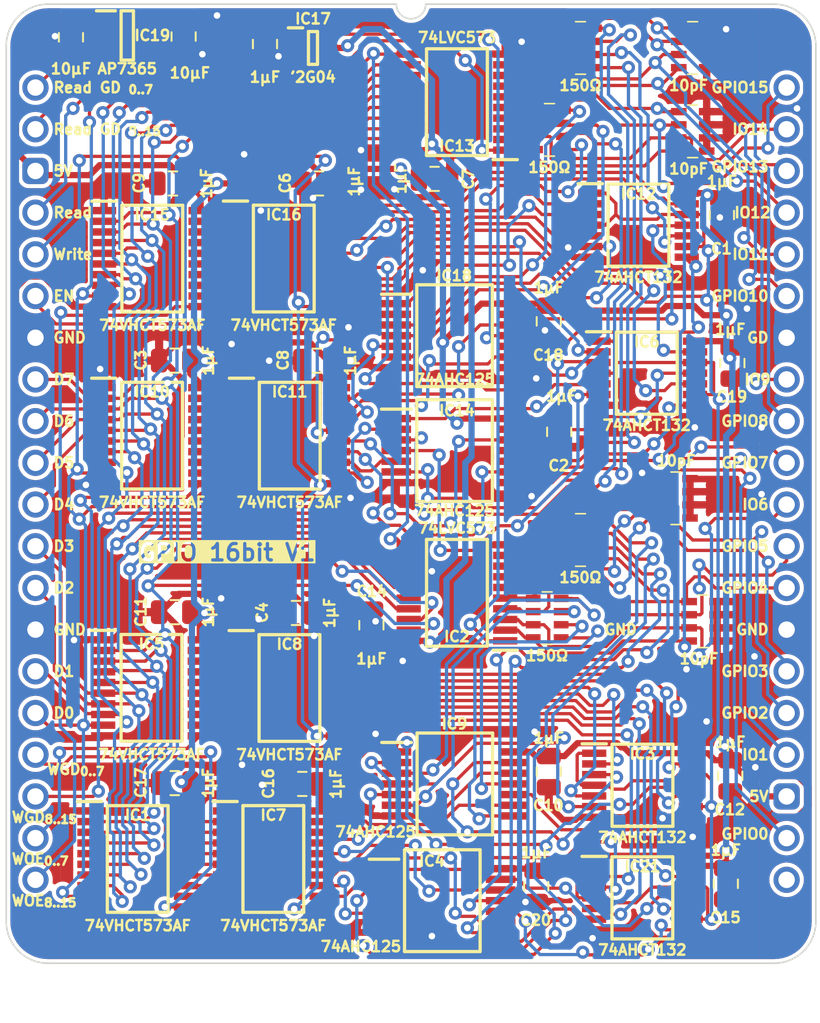
<source format=kicad_pcb>
(kicad_pcb (version 20221018) (generator pcbnew)
  (title_block (title "GPIO 16bit") (date "2024-01-28") (rev "V0"))
  (layers (0 "F.Cu" signal) (31 "B.Cu" signal) (34 "B.Paste" user) (35 "F.Paste" user) (36 "B.SilkS" user "B.Silkscreen") (37 "F.SilkS" user "F.Silkscreen") (38 "B.Mask" user) (39 "F.Mask" user) (44 "Edge.Cuts" user))
  (net 0 "")
  (net 1 "/5V")
  (net 2 "/GND")
  (net 3 "/Write")
  (net 4 "/OE3")
  (net 5 "/OE2")
  (net 6 "/Enable")
  (net 7 "/OE1")
  (net 8 "/D0")
  (net 9 "/D1")
  (net 10 "/D2")
  (net 11 "/D3")
  (net 12 "/D4")
  (net 13 "/D5")
  (net 14 "/D6")
  (net 15 "/D7")
  (net 16 "/OE0")
  (net 17 "/GD3")
  (net 18 "/GD2")
  (net 19 "/GD1")
  (net 20 "/GD0")
  (net 21 "/GPIO0")
  (net 22 "/GPIO1")
  (net 23 "/GPIO2")
  (net 24 "/GPIO3")
  (net 25 "/Read")
  (net 26 "/Write GD _{0..7}")
  (net 27 "Net-(IC1-Q7)")
  (net 28 "Net-(IC1-Q6)")
  (net 29 "Net-(IC1-Q5)")
  (net 30 "Net-(IC1-Q4)")
  (net 31 "Net-(IC1-Q3)")
  (net 32 "Net-(IC1-Q2)")
  (net 33 "Net-(IC1-Q1)")
  (net 34 "Net-(IC1-Q0)")
  (net 35 "/Write OE _{0..7}")
  (net 36 "/GD4")
  (net 37 "/GD5")
  (net 38 "/GD6")
  (net 39 "/GD7")
  (net 40 "/OE4")
  (net 41 "/OE5")
  (net 42 "/OE6")
  (net 43 "/OE7")
  (net 44 "/GPIO6")
  (net 45 "/GPIO5")
  (net 46 "/GPIO4")
  (net 47 "Net-(IC3-1Y)")
  (net 48 "Net-(IC3-2Y)")
  (net 49 "Net-(IC3-3Y)")
  (net 50 "Net-(IC3-4Y)")
  (net 51 "/GPIO7")
  (net 52 "/Read GD _{0..7}")
  (net 53 "Net-(IC10-Q7)")
  (net 54 "Net-(IC10-Q6)")
  (net 55 "Net-(IC10-Q5)")
  (net 56 "Net-(IC10-Q4)")
  (net 57 "Net-(IC10-Q3)")
  (net 58 "Net-(IC10-Q2)")
  (net 59 "Net-(IC10-Q1)")
  (net 60 "Net-(IC10-Q0)")
  (net 61 "/GD8")
  (net 62 "/GD9")
  (net 63 "/GD10")
  (net 64 "/GD11")
  (net 65 "/GD12")
  (net 66 "/GD13")
  (net 67 "/GD14")
  (net 68 "/GD15")
  (net 69 "/OE8")
  (net 70 "Net-(IC12-1Y)")
  (net 71 "/OE9")
  (net 72 "Net-(IC12-2Y)")
  (net 73 "Net-(IC12-3Y)")
  (net 74 "/OE10")
  (net 75 "Net-(IC12-4Y)")
  (net 76 "/OE11")
  (net 77 "/GPIO15")
  (net 78 "/GPIO14")
  (net 79 "/GPIO13")
  (net 80 "/GPIO12")
  (net 81 "/GPIO11")
  (net 82 "/GPIO10")
  (net 83 "/GPIO9")
  (net 84 "/GPIO8")
  (net 85 "Net-(IC15-Q7)")
  (net 86 "Net-(IC15-Q6)")
  (net 87 "Net-(IC15-Q5)")
  (net 88 "Net-(IC15-Q4)")
  (net 89 "Net-(IC15-Q3)")
  (net 90 "Net-(IC15-Q2)")
  (net 91 "Net-(IC15-Q1)")
  (net 92 "Net-(IC15-Q0)")
  (net 93 "/OE12")
  (net 94 "/OE13")
  (net 95 "/OE14")
  (net 96 "/OE15")
  (net 97 "/Write GD _{8..15}")
  (net 98 "/Read GD _{8..15}")
  (net 99 "/Write OE _{8..15}")
  (net 100 "Net-(IC21-1Y)")
  (net 101 "Net-(IC21-2Y)")
  (net 102 "Net-(IC21-3Y)")
  (net 103 "Net-(IC21-4Y)")
  (net 104 "Net-(IC14-1~{OE})")
  (net 105 "Net-(IC14-2~{OE})")
  (net 106 "Net-(IC14-3~{OE})")
  (net 107 "Net-(IC14-4~{OE})")
  (net 108 "Net-(IC5-Q7)")
  (net 109 "Net-(IC5-Q6)")
  (net 110 "Net-(IC5-Q5)")
  (net 111 "Net-(IC5-Q4)")
  (net 112 "Net-(IC5-Q3)")
  (net 113 "Net-(IC5-Q2)")
  (net 114 "Net-(IC5-Q1)")
  (net 115 "Net-(IC5-Q0)")
  (net 116 "Net-(IC4-1Y)")
  (net 117 "Net-(IC4-2Y)")
  (net 118 "Net-(IC4-3Y)")
  (net 119 "Net-(IC4-4Y)")
  (net 120 "Net-(IC9-1Y)")
  (net 121 "Net-(IC9-2Y)")
  (net 122 "Net-(IC9-3Y)")
  (net 123 "Net-(IC9-4Y)")
  (net 124 "Net-(IC14-1Y)")
  (net 125 "Net-(IC14-2Y)")
  (net 126 "Net-(IC14-3Y)")
  (net 127 "Net-(IC14-4Y)")
  (net 128 "Net-(IC18-1Y)")
  (net 129 "Net-(IC18-2Y)")
  (net 130 "Net-(IC18-3Y)")
  (net 131 "Net-(IC18-4Y)")
  (net 133 "Net-(IC17A-1Y)")
  (net 134 "Net-(IC13-~{OE})")
  (net 135 "/3.3V")
  (footprint "SamacSys_Parts:CAY16-J4" (layer "F.Cu") (at 101.727 73.787)
    (fp_text reference "RN3" hide)
    (fp_text value "CAY16-151J4LF" hide)
  )
  (footprint "SamacSys_Parts:SOP65P780X200-14N" (layer "F.Cu") (at 94.09 98.313)
    (fp_text reference "IC14")
    (fp_text value "74AHC125DBR" hide)
  )
  (footprint "SamacSys_Parts:C_0805" (layer "F.Cu") (at 110.998 92.964 180)
    (fp_text reference "C19")
    (fp_text value "1μF")
  )
  (footprint "SamacSys_Parts:SOP65P780X200-14N" (layer "F.Cu") (at 94.107 118.618)
    (fp_text reference "IC9")
    (fp_text value "74AHC125DBR" hide)
  )
  (footprint "SamacSys_Parts:C_0805" (layer "F.Cu") (at 99.822 117.856 180)
    (fp_text reference "C10")
    (fp_text value "1μF")
  )
  (footprint "SamacSys_Parts:SOP65P640X120-20N" (layer "F.Cu") (at 74.803 123.19)
    (fp_text reference "IC1")
    (fp_text value "74VHCT573AFT" hide)
  )
  (footprint "SamacSys_Parts:SOP65P780X200-14N" (layer "F.Cu") (at 93.345 125.73)
    (fp_text reference "IC4")
    (fp_text value "74AHC125DBR" hide)
  )
  (footprint "SamacSys_Parts:CA0612KRX7R9BB100" (layer "F.Cu") (at 108.585 78.867)
    (fp_text reference "CN1" hide)
    (fp_text value "CA0612KRX7R9BB100" hide)
  )
  (footprint "SamacSys_Parts:SOP65P640X120-14N" (layer "F.Cu") (at 105.52 125.558)
    (fp_text reference "IC21")
    (fp_text value "SN74AHCT132PWR" hide)
  )
  (footprint "SamacSys_Parts:C_0805" (layer "F.Cu") (at 85.852 82.042 90)
    (fp_text reference "C6")
    (fp_text value "1μF")
  )
  (footprint "SamacSys_Parts:C_0805" (layer "F.Cu") (at 110.6 124.684 180)
    (fp_text reference "C15")
    (fp_text value "1μF")
  )
  (footprint "SamacSys_Parts:C_0805" (layer "F.Cu") (at 110.363 83.947 180)
    (fp_text reference "C1")
    (fp_text value "1μF")
  )
  (footprint "SamacSys_Parts:C_0805" (layer "F.Cu") (at 77.072 118.569 90)
    (fp_text reference "C17")
    (fp_text value "1μF")
  )
  (footprint "SamacSys_Parts:CAY16-J4" (layer "F.Cu") (at 99.839 78.777)
    (fp_text reference "RN4" hide)
    (fp_text value "CAY16-151J4LF" hide)
  )
  (footprint "SamacSys_Parts:SOP65P640X110-20N" (layer "F.Cu") (at 94.234 77.089 180)
    (fp_text reference "IC13")
    (fp_text value "74LVC573APW,118" hide)
  )
  (footprint "SamacSys_Parts:SOP65P640X120-20N" (layer "F.Cu") (at 75.675 97.405)
    (fp_text reference "IC10")
    (fp_text value "74VHCT573AFT" hide)
  )
  (footprint "SamacSys_Parts:C_0805" (layer "F.Cu") (at 100.457 97.155 180)
    (fp_text reference "C2")
    (fp_text value "1μF")
  )
  (footprint "SamacSys_Parts:C_0805" (layer "F.Cu") (at 92.854 81.762 -90)
    (fp_text reference "C7")
    (fp_text value "1μF")
  )
  (footprint "SamacSys_Parts:SOP65P640X120-20N" (layer "F.Cu") (at 84.057 97.405)
    (fp_text reference "IC11")
    (fp_text value "74VHCT573AFT" hide)
  )
  (footprint "SamacSys_Parts:SOP65P640X120-20N" (layer "F.Cu") (at 75.641 112.765)
    (fp_text reference "IC5")
    (fp_text value "74VHCT573AFT" hide)
  )
  (footprint "SamacSys_Parts:C_0805" (layer "F.Cu") (at 99.822 90.424 180)
    (fp_text reference "C18")
    (fp_text value "1μF")
  )
  (footprint "SamacSys_Parts:C_0805" (layer "F.Cu") (at 99.06 124.841 180)
    (fp_text reference "C20")
    (fp_text value "1μF")
  )
  (footprint "SamacSys_Parts:C_0805" (layer "F.Cu") (at 76.962 82.042 90)
    (fp_text reference "C9")
    (fp_text value "1μF")
  )
  (footprint "SamacSys_Parts:SOP65P640X120-14N" (layer "F.Cu") (at 105.283 84.582)
    (fp_text reference "IC12")
    (fp_text value "SN74AHCT132PWR" hide)
  )
  (footprint "SamacSys_Parts:CAY16-J4" (layer "F.Cu") (at 99.695 108.521)
    (fp_text reference "RN1" hide)
    (fp_text value "CAY16-151J4LF" hide)
  )
  (footprint "SamacSys_Parts:C_0805" (layer "F.Cu") (at 85.725 92.837 90)
    (fp_text reference "C8")
    (fp_text value "1μF")
  )
  (footprint "SamacSys_Parts:SOP65P640X120-14N" (layer "F.Cu") (at 105.5275 118.7)
    (fp_text reference "IC3")
    (fp_text value "SN74AHCT132PWR" hide)
  )
  (footprint "SamacSys_Parts:CAY16-J4" (layer "F.Cu") (at 101.727 103.759)
    (fp_text reference "RN2" hide)
    (fp_text value "CAY16-151J4LF" hide)
  )
  (footprint "SamacSys_Parts:SOT95P285X130-5N" (layer "F.Cu") (at 74.168 73.025)
    (fp_text reference "IC19")
    (fp_text value "AP7365-33WG-7" hide)
  )
  (footprint "SamacSys_Parts:CA0612KRX7R9BB100" (layer "F.Cu") (at 108.585 73.787)
    (fp_text reference "CN2" hide)
    (fp_text value "CA0612KRX7R9BB100" hide)
  )
  (footprint "SamacSys_Parts:SOP65P640X120-20N" (layer "F.Cu") (at 84.04 112.776)
    (fp_text reference "IC8")
    (fp_text value "74VHCT573AFT" hide)
  )
  (footprint "SamacSys_Parts:SOP65P780X200-14N" (layer "F.Cu") (at 94.09 91.313)
    (fp_text reference "IC18")
    (fp_text value "74AHC125DBR" hide)
  )
  (footprint "SamacSys_Parts:C_0805" (layer "F.Cu") (at 82.55 73.533 180)
    (fp_text reference "C5" hide)
    (fp_text value "1μF")
  )
  (footprint "SamacSys_Parts:SOP65P640X120-14N" (layer "F.Cu") (at 105.791 93.599)
    (fp_text reference "IC6")
    (fp_text value "SN74AHCT132PWR" hide)
  )
  (footprint "SamacSys_Parts:C_0805" (layer "F.Cu") (at 77.072 92.833 90)
    (fp_text reference "C3")
    (fp_text value "1μF")
  )
  (footprint "SamacSys_Parts:C_0805" (layer "F.Cu") (at 110.871 118.11 180)
    (fp_text reference "C12")
    (fp_text value "1μF")
  )
  (footprint "SamacSys_Parts:C_0805" (layer "F.Cu") (at 77.072 108.155 90)
    (fp_text reference "C11")
    (fp_text value "1μF")
  )
  (footprint "SamacSys_Parts:C_0805" (layer "F.Cu") (at 89.027 108.966)
    (fp_text reference "C14")
    (fp_text value "1μF")
  )
  (footprint "SamacSys_Parts:C_0805" (layer "F.Cu") (at 84.836 118.618 90)
    (fp_text reference "C16")
    (fp_text value "1μF")
  )
  (footprint "SamacSys_Parts:C_0805" (layer "F.Cu") (at 70.739 73.152)
    (fp_text reference "C13" hide)
    (fp_text value "10µF")
  )
  (footprint "SamacSys_Parts:CA0612KRX7R9BB100" (layer "F.Cu") (at 109.22 108.712)
    (fp_text reference "CN3" hide)
    (fp_text value "CA0612KRX7R9BB100" hide)
  )
  (footprint "SamacSys_Parts:SOP65P640X120-20N" (layer "F.Cu") (at 83.693 86.614)
    (fp_text reference "IC16")
    (fp_text value "74VHCT573AFT" hide)
  )
  (footprint "SamacSys_Parts:CA0612KRX7R9BB100" (layer "F.Cu") (at 107.569 101.219)
    (fp_text reference "CN4" hide)
    (fp_text value "CA0612KRX7R9BB100" hide)
  )
  (footprint "SamacSys_Parts:SOP65P640X120-20N" (layer "F.Cu") (at 83.058 123.19)
    (fp_text reference "IC7")
    (fp_text value "74VHCT573AFT" hide)
  )
  (footprint "SamacSys_Parts:SOP65P640X110-20N" (layer "F.Cu") (at 94.234 106.975 180)
    (fp_text reference "IC2")
    (fp_text value "74LVC573APW,118" hide)
  )
  (footprint "SamacSys_Parts:C_0805" (layer "F.Cu") (at 77.597 73.075 180)
    (fp_text reference "C21" hide)
    (fp_text value "10µF")
  )
  (footprint "SamacSys_Parts:C_0805" (layer "F.Cu") (at 84.455 108.204 90)
    (fp_text reference "C4")
    (fp_text value "1μF")
  )
  (footprint "SamacSys_Parts:SOP65P640X120-20N" (layer "F.Cu") (at 75.692 86.621)
    (fp_text reference "IC15")
    (fp_text value "74VHCT573AFT" hide)
  )
  (footprint "SamacSys_Parts:SOP65P210X110-6N" (layer "F.Cu") (at 85.471 73.787)
    (fp_text reference "IC17")
    (fp_text value "74LVC2G04GW-Q100H" hide)
  )
  (footprint "SamacSys_Parts:SIP_20_Pins" (layer "B.Cu") (at 68.58 76.2 180)
    (fp_text reference "J2" hide)
    (fp_text value "Conn_01x20" hide)
  )
  (footprint "SamacSys_Parts:SIP_20_Pins" (layer "B.Cu") (at 114.3 124.46)
    (fp_text reference "J1" hide)
    (fp_text value "Conn_01x20" hide)
  )
  (gr_arc (start 66.802 73.66) (mid 67.545949 71.863949) (end 69.342 71.12) (stroke (width 0.1)) (layer "Edge.Cuts"))
  (gr_line (start 66.802 73.66) (end 66.802 127) (stroke (width 0.1)) (layer "Edge.Cuts"))
  (gr_arc (start 69.342 129.54) (mid 67.545949 128.796051) (end 66.802 127) (stroke (width 0.1)) (layer "Edge.Cuts"))
  (gr_arc (start 116.078 127) (mid 115.334051 128.796051) (end 113.538 129.54) (stroke (width 0.1)) (layer "Edge.Cuts"))
  (gr_line (start 113.538 71.12) (end 92.329 71.12) (stroke (width 0.1)) (layer "Edge.Cuts"))
  (gr_line (start 113.538 129.54) (end 69.342 129.54) (stroke (width 0.1)) (layer "Edge.Cuts"))
  (gr_line (start 90.551 71.12) (end 69.342 71.12) (stroke (width 0.1)) (layer "Edge.Cuts"))
  (gr_arc (start 92.329 71.12) (mid 91.44 72.009) (end 90.551 71.12) (stroke (width 0.1)) (layer "Edge.Cuts"))
  (gr_arc (start 113.538 71.12) (mid 115.334022 71.863978) (end 116.078 73.66) (stroke (width 0.1)) (layer "Edge.Cuts"))
  (gr_line (start 116.078 73.66) (end 116.078 127) (stroke (width 0.1)) (layer "Edge.Cuts"))
  (gr_text "WOE_{0..7}" (at 67.056 123.19) (layer "F.SilkS") (effects (font (size 0.635 0.635) (thickness 0.15) bold) (justify left)))
  (gr_text "Read GD _{0..7}" (at 69.596 76.2) (layer "F.SilkS") (effects (font (size 0.635 0.635) (thickness 0.15) bold) (justify left)))
  (gr_text "GPIO0" (at 113.284 121.666) (layer "F.SilkS") (effects (font (size 0.635 0.635) (thickness 0.15) bold) (justify right)))
  (gr_text "GND" (at 69.596 91.44) (layer "F.SilkS") (effects (font (size 0.635 0.635) (thickness 0.15) bold) (justify left)))
  (gr_text "GPIO2" (at 113.284 114.3) (layer "F.SilkS") (effects (font (size 0.635 0.635) (thickness 0.15) bold) (justify right)))
  (gr_text "IO14" (at 113.284 78.74) (layer "F.SilkS") (effects (font (size 0.635 0.635) (thickness 0.15) bold) (justify right)))
  (gr_text "GPIO13" (at 113.284 81.026) (layer "F.SilkS") (effects (font (size 0.635 0.635) (thickness 0.15) bold) (justify right)))
  (gr_text "D7" (at 69.596 93.98) (layer "F.SilkS") (effects (font (size 0.635 0.635) (thickness 0.15) bold) (justify left)))
  (gr_text "D5" (at 69.596 99.06) (layer "F.SilkS") (effects (font (size 0.635 0.635) (thickness 0.15) bold) (justify left)))
  (gr_text "WGD_{8..15}" (at 67.056 120.65) (layer "F.SilkS") (effects (font (size 0.635 0.635) (thickness 0.15) bold) (justify left)))
  (gr_text "D2" (at 69.596 106.68) (layer "F.SilkS") (effects (font (size 0.635 0.635) (thickness 0.15) bold) (justify left)))
  (gr_text "Write" (at 69.596 86.36) (layer "F.SilkS") (effects (font (size 0.635 0.635) (thickness 0.15) bold) (justify left)))
  (gr_text "D0" (at 69.596 114.3) (layer "F.SilkS") (effects (font (size 0.635 0.635) (thickness 0.15) bold) (justify left)))
  (gr_text "IO6" (at 113.284 101.6) (layer "F.SilkS") (effects (font (size 0.635 0.635) (thickness 0.15) bold) (justify right)))
  (gr_text "GD" (at 113.284 91.44) (layer "F.SilkS") (effects (font (size 0.635 0.635) (thickness 0.15) bold) (justify right)))
  (gr_text "GPIO 16bit V1" (at 80.247 105.107) (layer "F.SilkS" knockout) (effects (font (size 1 1) (thickness 0.2) bold) (justify bottom)))
  (gr_text "5V" (at 69.596 81.28) (layer "F.SilkS") (effects (font (size 0.635 0.635) (thickness 0.15) bold) (justify left)))
  (gr_text "GPIO10" (at 113.284 88.9) (layer "F.SilkS") (effects (font (size 0.635 0.635) (thickness 0.15) bold) (justify right)))
  (gr_text "GPIO3" (at 113.284 111.76) (layer "F.SilkS") (effects (font (size 0.635 0.635) (thickness 0.15) bold) (justify right)))
  (gr_text "IO1" (at 113.284 116.84) (layer "F.SilkS") (effects (font (size 0.635 0.635) (thickness 0.15) bold) (justify right)))
  (gr_text "GPIO4" (at 113.284 106.68) (layer "F.SilkS") (effects (font (size 0.635 0.635) (thickness 0.15) bold) (justify right)))
  (gr_text "IO9" (at 113.411 93.98) (layer "F.SilkS") (effects (font (size 0.635 0.635) (thickness 0.15) bold) (justify right)))
  (gr_text "D1" (at 69.596 111.76) (layer "F.SilkS") (effects (font (size 0.635 0.635) (thickness 0.15) bold) (justify left)))
  (gr_text "D6" (at 69.596 96.52) (layer "F.SilkS") (effects (font (size 0.635 0.635) (thickness 0.15) bold) (justify left)))
  (gr_text "D4" (at 69.596 101.6) (layer "F.SilkS") (effects (font (size 0.635 0.635) (thickness 0.15) bold) (justify left)))
  (gr_text "IO11" (at 113.284 86.36) (layer "F.SilkS") (effects (font (size 0.635 0.635) (thickness 0.15) bold) (justify right)))
  (gr_text "5V" (at 113.284 119.38) (layer "F.SilkS") (effects (font (size 0.635 0.635) (thickness 0.15) bold) (justify right)))
  (gr_text "GPIO15" (at 113.284 76.2) (layer "F.SilkS") (effects (font (size 0.635 0.635) (thickness 0.15) bold) (justify right)))
  (gr_text "D3" (at 69.596 104.14) (layer "F.SilkS") (effects (font (size 0.635 0.635) (thickness 0.15) bold) (justify left)))
  (gr_text "Read GD _{8..15}" (at 69.596 78.74) (layer "F.SilkS") (effects (font (size 0.635 0.635) (thickness 0.15) bold) (justify left)))
  (gr_text "IO12" (at 113.411 83.82) (layer "F.SilkS") (effects (font (size 0.635 0.635) (thickness 0.15) bold) (justify right)))
  (gr_text "WGD_{0..7}" (at 69.215 117.729) (layer "F.SilkS") (effects (font (size 0.635 0.635) (thickness 0.15) bold) (justify left)))
  (gr_text "Read" (at 69.596 83.82) (layer "F.SilkS") (effects (font (size 0.635 0.635) (thickness 0.15) bold) (justify left)))
  (gr_text "EN" (at 69.596 88.9) (layer "F.SilkS") (effects (font (size 0.635 0.635) (thickness 0.15) bold) (justify left)))
  (gr_text "GPIO5" (at 113.284 104.14) (layer "F.SilkS") (effects (font (size 0.635 0.635) (thickness 0.15) bold) (justify right)))
  (gr_text "GND" (at 113.284 109.22) (layer "F.SilkS") (effects (font (size 0.635 0.635) (thickness 0.15) bold) (justify right)))
  (gr_text "WOE_{8..15}" (at 67.056 125.73) (layer "F.SilkS") (effects (font (size 0.635 0.635) (thickness 0.15) bold) (justify left)))
  (gr_text "GND" (at 69.596 109.22) (layer "F.SilkS") (effects (font (size 0.635 0.635) (thickness 0.15) bold) (justify left)))
  (gr_text "GPIO7" (at 113.284 99.06) (layer "F.SilkS") (effects (font (size 0.635 0.635) (thickness 0.15) bold) (justify right)))
  (gr_text "GND" (at 105.266 109.22) (layer "F.SilkS") (effects (font (size 0.635 0.635) (thickness 0.15) bold) (justify right)))
  (gr_text "GPIO8" (at 113.284 96.52) (layer "F.SilkS") (effects (font (size 0.635 0.635) (thickness 0.15) bold) (justify right)))
  (segment (start 78.818 108.155) (end 78.867 108.204) (width 0.38) (layer "F.Cu") (net 1))
  (segment (start 109.584003 82.742) (end 109.474007 82.742) (width 0.38) (layer "F.Cu") (net 1))
  (segment (start 110.6 123.75) (end 110.6 122.699) (width 0.38) (layer "F.Cu") (net 1))
  (segment (start 78.006 108.155) (end 78.818 108.155) (width 0.38) (layer "F.Cu") (net 1))
  (segment (start 78.613 94.234) (end 78.613 94.48) (width 0.38) (layer "F.Cu") (net 1))
  (segment (start 111.0335 117.40675) (end 113.00675 119.38) (width 0.38) (layer "F.Cu") (net 1))
  (segment (start 81.407 92.837) (end 78.867 92.837) (width 0.38) (layer "F.Cu") (net 1))
  (segment (start 109.937 117.176) (end 109.511 116.75) (width 0.38) (layer "F.Cu") (net 1))
  (segment (start 110.6 122.699) (end 110.617 122.682) (width 0.38) (layer "F.Cu") (net 1))
  (segment (start 73.573 72.075) (end 73.833 72.335) (width 0.38) (layer "F.Cu") (net 1))
  (segment (start 86.909 109.851) (end 85.389 108.331) (width 0.38) (layer "F.Cu") (net 1))
  (segment (start 73.823 73.975) (end 72.868 73.975) (width 0.38) (layer "F.Cu") (net 1))
  (segment (start 71.882 81.534) (end 68.834 81.534) (width 0.38) (layer "F.Cu") (net 1))
  (segment (start 94.518 96.363) (end 97.64 96.363) (width 0.38) (layer "F.Cu") (net 1))
  (segment (start 99.015 116.922) (end 99.822 116.922) (width 0.38) (layer "F.Cu") (net 1))
  (segment (start 94.518 96.363) (end 94.234 96.647) (width 0.38) (layer "F.Cu") (net 1))
  (segment (start 85.77 118.618) (end 84.655 117.503) (width 0.38) (layer "F.Cu") (net 1))
  (segment (start 76.781 80.927) (end 72.489 80.927) (width 0.38) (layer "F.Cu") (net 1))
  (segment (start 99.695 89.363) (end 97.64 89.363) (width 0.38) (layer "F.Cu") (net 1))
  (segment (start 88.265 81.153) (end 87.376 82.042) (width 0.38) (layer "F.Cu") (net 1))
  (segment (start 103.981032 116.135) (end 101.566067 116.135) (width 0.38) (layer "F.Cu") (net 1))
  (segment (start 78.232 119.774) (end 78.232 118.795) (width 0.38) (layer "F.Cu") (net 1))
  (segment (start 109.511 116.75) (end 108.4655 116.75) (width 0.38) (layer "F.Cu") (net 1))
  (segment (start 97.64 89.363) (end 95.718612 89.363) (width 0.38) (layer "F.Cu") (net 1))
  (segment (start 77.548 118.569) (end 77.47 118.491) (width 0.38) (layer "F.Cu") (net 1))
  (segment (start 85.373097 80.899) (end 84.201 80.899) (width 0.38) (layer "F.Cu") (net 1))
  (segment (start 82.395 117.503) (end 81.329 118.569) (width 0.38) (layer "F.Cu") (net 1))
  (segment (start 86.786 82.042) (end 86.233 82.042) (width 0.38) (layer "F.Cu") (net 1))
  (segment (start 104.397977 116.391474) (end 104.237506 116.391474) (width 0.38) (layer "F.Cu") (net 1))
  (segment (start 85.996 120.265) (end 85.996 118.844) (width 0.38) (layer "F.Cu") (net 1))
  (segment (start 110.617 91.649) (end 108.729 91.649) (width 0.38) (layer "F.Cu") (net 1))
  (segment (start 73.833 73.965) (end 73.823 73.975) (width 0.38) (layer "F.Cu") (net 1))
  (segment (start 100.779067 116.922) (end 99.822 116.922) (width 0.38) (layer "F.Cu") (net 1))
  (segment (start 67.39 74.596) (end 67.39 80.09) (width 0.38) (layer "F.Cu") (net 1))
  (segment (start 86.389097 92.837) (end 85.274097 91.722) (width 0.38) (layer "F.Cu") (net 1))
  (segment (start 106.987771 89.507) (end 108.684 89.507) (width 0.38) (layer "F.Cu") (net 1))
  (segment (start 100.121 89.789) (end 106.705771 89.789) (width 0.38) (layer "F.Cu") (net 1))
  (segment (start 85.852 81.661) (end 85.852 81.377903) (width 0.38) (layer "F.Cu") (net 1))
  (segment (start 78.867 92.837) (end 78.01 92.837) (width 0.38) (layer "F.Cu") (net 1))
  (segment (start 70.739 74.086) (end 72.757 74.086) (width 0.38) (layer "F.Cu") (net 1))
  (segment (start 110.871 117.176) (end 110.871 116.67) (width 0.38) (layer "F.Cu") (net 1))
  (segment (start 78.579 109.84) (end 78.579 108.728) (width 0.38) (layer "F.Cu") (net 1))
  (segment (start 86.995 94.48) (end 86.995 93.173) (width 0.38) (layer "F.Cu") (net 1))
  (segment (start 113.00675 119.38) (end 114.3 119.38) (width 0.38) (layer "F.Cu") (net 1))
  (segment (start 73.833 72.335) (end 73.833 73.965) (width 0.38) (layer "F.Cu") (net 1))
  (segment (start 67.9 74.086) (end 67.39 74.596) (width 0.38) (layer "F.Cu") (net 1))
  (segment (start 86.631 83.689) (end 86.631 82.197) (width 0.38) (layer "F.Cu") (net 1))
  (segment (start 83.058 82.042) (end 79.629 82.042) (width 0.38) (layer "F.Cu") (net 1))
  (segment (start 86.995 93.173) (end 86.659 92.837) (width 0.38) (layer "F.Cu") (net 1))
  (segment (start 98.933 123.78) (end 96.283 123.78) (width 0.38) (layer "F.Cu") (net 1))
  (segment (start 110.998 92.03) (end 110.617 91.649) (width 0.38) (layer "F.Cu") (net 1))
  (segment (start 78.63 83.696) (end 78.63 82.776) (width 0.38) (layer "F.Cu") (net 1))
  (segment (start 101.566067 116.135) (end 100.779067 116.922) (width 0.38) (layer "F.Cu") (net 1))
  (segment (start 77.896 82.042) (end 76.781 80.927) (width 0.38) (layer "F.Cu") (net 1))
  (segment (start 109.855003 83.013) (end 109.584003 82.742) (width 0.38) (layer "F.Cu") (net 1))
  (segment (start 98.744988 96.363) (end 98.929988 96.548) (width 0.38) (layer "F.Cu") (net 1))
  (segment (start 110.871 116.67) (end 110.533 116.332) (width 0.38) (layer "F.Cu") (net 1))
  (segment (start 70.739 74.086) (end 67.9 74.086) (width 0.38) (layer "F.Cu") (net 1))
  (segment (start 108.462445 116.746945) (end 104.753448 116.746945) (width 0.38) (layer "F.Cu") (net 1))
  (segment (start 100.760005 123.907) (end 101.674005 122.993) (width 0.38) (layer "F.Cu") (net 1))
  (segment (start 90.805 81.153) (end 88.265 81.153) (width 0.38) (layer "F.Cu") (net 1))
  (segment (start 110.998 92.526294) (end 110.843 92.681294) (width 0.38) (layer "F.Cu") (net 1))
  (segment (start 99.06 123.907) (end 100.760005 123.907) (width 0.38) (layer "F.Cu") (net 1))
  (segment (start 77.896 82.042) (end 79.629 82.042) (width 0.38) (layer "F.Cu") (net 1))
  (segment (start 95.718612 89.363) (end 93.369183 91.712429) (width 0.38) (layer "F.Cu") (net 1))
  (segment (start 110.998 92.329) (end 110.998 92.526294) (width 0.38) (layer "F.Cu") (net 1))
  (segment (start 77.741 120.265) (end 78.232 119.774) (width 0.38) (layer "F.Cu") (net 1))
  (segment (start 85.389 108.204) (end 84.246 107.061) (width 0.38) (layer "F.Cu") (net 1))
  (segment (start 110.458 123.608) (end 108.458 123.608) (width 0.38) (layer "F.Cu") (net 1))
  (segment (start 67.39 80.09) (end 68.58 81.28) (width 0.38) (layer "F.Cu") (net 1))
  (segment (start 98.929988 96.548) (end 100.13 96.548) (width 0.38) (layer "F.Cu") (net 1))
  (segment (start 104.237506 116.391474) (end 103.981032 116.135) (width 0.38) (layer "F.Cu") (net 1))
  (segment (start 110.871 117.176) (end 109.937 117.176) (width 0.38) (layer "F.Cu") (net 1))
  (segment (start 84.201 80.899) (end 83.058 82.042) (width 0.38) (layer "F.Cu") (net 1))
  (segment (start 81.329 118.569) (end 78.006 118.569) (width 0.38) (layer "F.Cu") (net 1))
  (segment (start 85.852 81.661) (end 86.233 82.042) (width 0.38) (layer "F.Cu") (net 1))
  (segment (start 72.868 72.075) (end 73.573 72.075) (width 0.38) (layer "F.Cu") (net 1))
  (segment (start 80.518 108.204) (end 78.867 108.204) (width 0.38) (layer "F.Cu") (net 1))
  (segment (start 85.852 81.377903) (end 85.373097 80.899) (width 0.38) (layer "F.Cu") (net 1))
  (segment (start 84.246 107.061) (end 81.661 107.061) (width 0.38) (layer "F.Cu") (net 1))
  (segment (start 87.376 82.042) (end 86.786 82.042) (width 0.38) (layer "F.Cu") (net 1))
  (segment (start 106.705771 89.789) (end 106.987771 89.507) (width 0.38) (layer "F.Cu") (net 1))
  (segment (start 78.579 108.728) (end 78.006 108.155) (width 0.38) (layer "F.Cu") (net 1))
  (segment (start 100.13 96.548) (end 100.33 96.348) (width 0.38) (layer "F.Cu") (net 1))
  (segment (start 85.274097 91.722) (end 82.522 91.722) (width 0.38) (layer "F.Cu") (net 1))
  (segment (start 109.982 82.632) (end 108.221 82.632) (width 0.38) (layer "F.Cu") (net 1))
  (segment (start 101.674005 122.993) (end 110.306 122.993) (width 0.38) (layer "F.Cu") (net 1))
  (segment (start 78.63 82.776) (end 77.896 82.042) (width 0.38) (layer "F.Cu") (net 1))
  (segment (start 110.363 83.013) (end 109.982 82.632) (width 0.38) (layer "F.Cu") (net 1))
  (segment (start 97.64 96.363) (end 98.744988 96.363) (width 0.38) (layer "F.Cu") (net 1))
  (segment (start 104.753448 116.746945) (end 104.397977 116.391474) (width 0.38) (layer "F.Cu") (net 1))
  (segment (start 72.489 80.927) (end 71.882 81.534) (width 0.38) (layer "F.Cu") (net 1))
  (segment (start 78.006 93.627) (end 78.613 94.234) (width 0.38) (layer "F.Cu") (net 1))
  (segment (start 82.522 91.722) (end 81.407 92.837) (width 0.38) (layer "F.Cu") (net 1))
  (segment (start 97.657 116.668) (end 98.761 116.668) (width 0.38) (layer "F.Cu") (net 1))
  (segment (start 78.006 92.833) (end 78.006 93.627) (width 0.38) (layer "F.Cu") (net 1))
  (segment (start 98.761 116.668) (end 99.015 116.922) (width 0.38) (layer "F.Cu") (net 1))
  (segment (start 110.306 122.993) (end 110.617 122.682) (width 0.38) (layer "F.Cu") (net 1))
  (segment (start 84.655 117.503) (end 82.395 117.503) (width 0.38) (layer "F.Cu") (net 1))
  (segment (start 108.684 89.507) (end 109.244604 90.067604) (width 0.38) (layer "F.Cu") (net 1))
  (segment (start 78.006 118.569) (end 77.548 118.569) (width 0.38) (layer "F.Cu") (net 1))
  (segment (start 109.244604 90.067604) (end 110.633301 90.067604) (width 0.38) (layer "F.Cu") (net 1))
  (segment (start 81.661 107.061) (end 80.518 108.204) (width 0.38) (layer "F.Cu") (net 1))
  (via (at 110.617 122.682) (size 0.8) (drill 0.4) (layers "F.Cu" "B.Cu") (net 1))
  (via (at 93.369183 91.712429) (size 0.8) (drill 0.4) (layers "F.Cu" "B.Cu") (net 1))
  (via (at 79.629 82.042) (size 0.8) (drill 0.4) (layers "F.Cu" "B.Cu") (net 1))
  (via (at 77.47 118.491) (size 0.8) (drill 0.4) (layers "F.Cu" "B.Cu") (net 1))
  (via (at 110.843 92.681294) (size 0.8) (drill 0.4) (layers "F.Cu" "B.Cu") (net 1))
  (via (at 90.805 81.153) (size 0.8) (drill 0.4) (layers "F.Cu" "B.Cu") (net 1))
  (via (at 109.474007 82.742) (size 0.8) (drill 0.4) (layers "F.Cu" "B.Cu") (net 1))
  (via (at 78.867 108.204) (size 0.8) (drill 0.4) (layers "F.Cu" "B.Cu") (net 1))
  (via (at 94.234 96.647) (size 0.8) (drill 0.4) (layers "F.Cu" "B.Cu") (net 1))
  (via (at 78.867 92.837) (size 0.8) (drill 0.4) (layers "F.Cu" "B.Cu") (net 1))
  (via (at 110.533 116.332) (size 0.8) (drill 0.4) (layers "F.Cu" "B.Cu") (net 1))
  (via (at 110.633301 90.067604) (size 0.8) (drill 0.4) (layers "F.Cu" "B.Cu") (net 1))
  (segment (start 78.105 108.966) (end 78.867 108.204) (width 0.38) (layer "B.Cu") (net 1))
  (segment (start 90.805 81.153) (end 93.382973 83.730973) (width 0.38) (layer "B.Cu") (net 1))
  (segment (start 78.867 92.837) (end 78.232 92.202) (width 0.38) (layer "B.Cu") (net 1))
  (segment (start 110.617 122.682) (end 110.617 116.416) (width 0.38) (layer "B.Cu") (net 1))
  (segment (start 93.369183 95.782183) (end 93.369183 91.712429) (width 0.38) (layer "B.Cu") (net 1))
  (segment (start 78.232 93.472) (end 78.867 92.837) (width 0.38) (layer "B.Cu") (net 1))
  (segment (start 93.382973 83.730973) (end 93.382973 91.698639) (width 0.38) (layer "B.Cu") (net 1))
  (segment (start 110.618 116.247) (end 110.533 116.332) (width 0.38) (layer "B.Cu") (net 1))
  (segment (start 109.22 82.996007) (end 109.22 84.709) (width 0.38) (layer "B.Cu") (net 1))
  (segment (start 93.382973 91.698639) (end 93.369183 91.712429) (width 0.38) (layer "B.Cu") (net 1))
  (segment (start 110.843 92.681294) (end 110.633301 92.471595) (width 0.38) (layer "B.Cu") (net 1))
  (segment (start 77.47 118.491) (end 78.105 117.856) (width 0.38) (layer "B.Cu") (net 1))
  (segment (start 110.33 89.764303) (end 110.633301 90.067604) (width 0.38) (layer "B.Cu") (net 1))
  (segment (start 78.867 108.204) (end 78.232 107.569) (width 0.38) (layer "B.Cu") (net 1))
  (segment (start 94.234 96.647) (end 93.369183 95.782183) (width 0.38) (layer "B.Cu") (net 1))
  (segment (start 110.998 92.836294) (end 110.998 97.028) (width 0.38) (layer "B.Cu") (net 1))
  (segment (start 110.633301 92.471595) (end 110.633301 90.067604) (width 0.38) (layer "B.Cu") (net 1))
  (segment (start 110.618 97.408) (end 110.618 116.247) (width 0.38) (layer "B.Cu") (net 1))
  (segment (start 110.33 85.819) (end 110.33 89.764303) (width 0.38) (layer "B.Cu") (net 1))
  (segment (start 110.843 92.681294) (end 110.998 92.836294) (width 0.38) (layer "B.Cu") (net 1))
  (segment (start 109.474007 82.742) (end 109.22 82.996007) (width 0.38) (layer "B.Cu") (net 1))
  (segment (start 78.232 92.202) (end 78.232 83.439) (width 0.38) (layer "B.Cu") (net 1))
  (segment (start 78.232 83.439) (end 79.629 82.042) (width 0.38) (layer "B.Cu") (net 1))
  (segment (start 78.232 107.569) (end 78.232 93.472) (width 0.38) (layer "B.Cu") (net 1))
  (segment (start 110.998 97.028) (end 110.618 97.408) (width 0.38) (layer "B.Cu") (net 1))
  (segment (start 109.22 84.709) (end 110.33 85.819) (width 0.38) (layer "B.Cu") (net 1))
  (segment (start 110.617 116.416) (end 110.533 116.332) (width 0.38) (layer "B.Cu") (net 1))
  (segment (start 78.105 117.856) (end 78.105 108.966) (width 0.38) (layer "B.Cu") (net 1))
  (segment (start 68.066375 102.9) (end 67.34 103.626375) (width 0.38) (layer "F.Cu") (net 2))
  (segment (start 70.656014 72.186) (end 69.770007 73.072007) (width 0.38) (layer "F.Cu") (net 2))
  (segment (start 108.712 96.901) (end 110.083229 96.901) (width 0.38) (layer "F.Cu") (net 2))
  (segment (start 76.106 92.833) (end 77.221 91.718) (width 0.38) (layer "F.Cu") (net 2))
  (segment (start 109.435 74.987) (end 109.435 74.187) (width 0.38) (layer "F.Cu") (net 2))
  (segment (start 105.017673 95.527555) (end 105.096034 95.449194) (width 0.38) (layer "F.Cu") (net 2))
  (segment (start 102.345 86.532) (end 102.642 86.829) (width 0.38) (layer "F.Cu") (net 2))
  (segment (start 92.341771 93.741) (end 95.830965 93.741) (width 0.38) (layer "F.Cu") (net 2))
  (segment (start 74.384 92.833) (end 72.737 94.48) (width 0.38) (layer "F.Cu") (net 2))
  (segment (start 109.435 72.587) (end 109.435 73.387) (width 0.38) (layer "F.Cu") (net 2))
  (segment (start 96.27 74.164) (end 93.82 76.614) (width 0.38) (layer "F.Cu") (net 2))
  (segment (start 106.807 96.901) (end 106.600445 97.107555) (width 0.38) (layer "F.Cu") (net 2))
  (segment (start 106.807 96.505702) (end 106.807 96.901) (width 0.38) (layer "F.Cu") (net 2))
  (segment (start 67.34 107.98) (end 68.58 109.22) (width 0.38) (layer "F.Cu") (net 2))
  (segment (start 77.221 91.718) (end 80.415 91.718) (width 0.38) (layer "F.Cu") (net 2))
  (segment (start 83.566 120.269) (end 83.82 120.523) (width 0.38) (layer "F.Cu") (net 2))
  (segment (start 102.582 127.922994) (end 102.488997 128.015997) (width 0.38) (layer "F.Cu") (net 2))
  (segment (start 83.489 108.204) (end 83.489 109.855) (width 0.38) (layer "F.Cu") (net 2))
  (segment (start 72.703 109.84) (end 70.942996 109.84) (width 0.38) (layer "F.Cu") (net 2))
  (segment (start 85.217 86.495) (end 85.217 83.185) (width 0.38) (layer "F.Cu") (net 2))
  (segment (start 105.803472 127.494701) (end 106.479771 128.171) (width 0.38) (layer "F.Cu") (net 2))
  (segment (start 90.907166 82.877) (end 90.424 82.393834) (width 0.38) (layer "F.Cu") (net 2))
  (segment (start 72.737 94.48) (end 72.737 93.565) (width 0.38) (layer "F.Cu") (net 2))
  (segment (start 113.664994 91.44) (end 111.88699 89.661996) (width 0.38) (layer "F.Cu") (net 2))
  (segment (start 72.851082 100.444082) (end 72.737 100.33) (width 0.38) (layer "F.Cu") (net 2))
  (segment (start 105.358115 97.026504) (end 104.703657 97.026504) (width 0.38) (layer "F.Cu") (net 2))
  (segment (start 111.404364 109.912) (end 112.343182 110.850818) (width 0.38) (layer "F.Cu") (net 2))
  (segment (start 102.874445 95.527555) (end 105.017673 95.527555) (width 0.38) (layer "F.Cu") (net 2))
  (segment (start 81.742994 79.801006) (end 81.28 80.264) (width 0.38) (layer "F.Cu") (net 2))
  (segment (start 70.918532 100.404468) (end 69.82 101.503) (width 0.38) (layer "F.Cu") (net 2))
  (segment (start 77.47 93.927098) (end 77.47 97.447069) (width 0.38) (layer "F.Cu") (net 2))
  (segment (start 84.751 94.48) (end 84.759 94.488) (width 0.38) (layer "F.Cu") (net 2))
  (segment (start 110.686675 114.813373) (end 109.428 114.813373) (width 0.38) (layer "F.Cu") (net 2))
  (segment (start 108.419 101.619) (end 108.419 102.419) (width 0.38) (layer "F.Cu") (net 2))
  (segment (start 71.424 72.186) (end 70.739 72.186) (width 0.38) (layer "F.Cu") (net 2))
  (segment (start 83.489 114.4315) (end 82.2195 115.701) (width 0.38) (layer "F.Cu") (net 2))
  (segment (start 95.2855 100.263) (end 96.1145 101.092) (width 0.38) (layer "F.Cu") (net 2))
  (segment (start 88.773 89.416655) (end 88.773 89.662) (width 0.38) (layer "F.Cu") (net 2))
  (segment (start 105.470567 99.67284) (end 105.50271 99.67284) (width 0.38) (layer "F.Cu") (net 2))
  (segment (start 80.415 91.718) (end 80.518 91.821) (width 0.38) (layer "F.Cu") (net 2))
  (segment (start 69.072915 87.71) (end 68.087085 87.71) (width 0.38) (layer "F.Cu") (net 2))
  (segment (start 92.501 127.68) (end 82.1975 127.68) (width 0.38) (layer "F.Cu") (net 2))
  (segment (start 110.07 110.783) (end 109.22 111.633) (width 0.38) (layer "F.Cu") (net 2))
  (segment (start 93.82 81.762) (end 93.82 82.456) (width 0.38) (layer "F.Cu") (net 2))
  (segment (start 106.916198 86.829) (end 107.971198 87.884) (width 0.38) (layer "F.Cu") (net 2))
  (segment (start 67.34 92.68) (end 68.58 91.44) (width 0.38) (layer "F.Cu") (net 2))
  (segment (start 70.942996 109.84) (end 70.927996 109.855) (width 0.38) (layer "F.Cu") (net 2))
  (segment (start 109.435 72.587) (end 110.56 72.587) (width 0.38) (layer "F.Cu") (net 2))
  (segment (start 81.119 94.48) (end 84.751 94.48) (width 0.38) (layer "F.Cu") (net 2))
  (segment (start 94.107 106.250484) (end 93.296484 106.250484) (width 0.38) (layer "F.Cu") (net 2))
  (segment (start 104.132409 101.010998) (end 105.470567 99.67284) (width 0.38) (layer "F.Cu") (net 2))
  (segment (start 69.437625 120.276) (end 71.854 120.276) (width 0.38) (layer "F.Cu") (net 2))
  (segment (start 82.2195 115.701) (end 81.102 115.701) (width 0.38) (layer "F.Cu") (net 2))
  (segment (start 88.773 89.662) (end 87.629997 90.805003) (width 0.38) (layer "F.Cu") (net 2))
  (segment (start 74.382418 126.746) (end 72.496 126.746) (width 0.38) (layer "F.Cu") (net 2))
  (segment (start 82.804 120.269) (end 83.566 120.269) (width 0.38) (layer "F.Cu") (net 2))
  (segment (start 76.252229 118.569) (end 76.581 118.897771) (width 0.38) (layer "F.Cu") (net 2))
  (segment (start 112.395 116.521698) (end 110.686675 114.813373) (width 0.38) (layer "F.Cu") (net 2))
  (segment (start 79.883 107.315) (end 79.608 107.04) (width 0.38) (layer "F.Cu") (net 2))
  (segment (start 108.419 100.019) (end 108.419 100.819) (width 0.38) (layer "F.Cu") (net 2))
  (segment (start 82.292 83.689) (end 82.296 83.693) (width 0.38) (layer "F.Cu") (net 2))
  (segment (start 81.785 90.554) (end 87.378994 90.554) (width 0.38) (layer "F.Cu") (net 2))
  (segment (start 106.807 96.901) (end 108.712 96.901) (width 0.38) (layer "F.Cu") (net 2))
  (segment (start 109.547229 128.171) (end 110.6 127.118229) (width 0.38) (layer "F.Cu") (net 2))
  (segment (start 110.871 119.076) (end 112.415 120.62) (width 0.38) (layer "F.Cu") (net 2))
  (segment (start 111.88699 89.66199) (end 111.88699 89.661996) (width 0.38) (layer "F.Cu") (net 2))
  (segment (start 83.371391 74.295) (end 83.371391 74.032109) (width 0.38) (layer "F.Cu") (net 2))
  (segment (start 82.423 118.618) (end 82.37 118.671) (width 0.38) (layer "F.Cu") (net 2))
  (segment (start 112.903 118.11) (end 112.395 117.602) (width 0.38) (layer "F.Cu") (net 2))
  (segment (start 75.184 115.57) (end 75.184 115.697) (width 0.38) (layer "F.Cu") (net 2))
  (segment (start 109.435 79.267) (end 109.435 78.467) (width 0.38) (layer "F.Cu") (net 2))
  (segment (start 110.998 77.47) (end 114.935 77.47) (width 0.38) (layer "F.Cu") (net 2))
  (segment (start 110.871 121.012) (end 110.871 119.076) (width 0.38) (layer "F.Cu") (net 2))
  (segment (start 97.172 74.164) (end 96.27 74.164) (width 0.38) (layer "F.Cu") (net 2))
  (segment (start 84.886 82.042) (end 83.947 82.042) (width 0.38) (layer "F.Cu") (net 2))
  (segment (start 68.58 91.44) (end 70.612 91.44) (width 0.38) (layer "F.Cu") (net 2))
  (segment (start 114.977229 120.62) (end 115.638 119.959229) (width 0.38) (layer "F.Cu") (net 2))
  (segment (start 89.049568 101.196432) (end 89.983 100.263) (width 0.38) (layer "F.Cu") (net 2))
  (segment (start 83.82 120.523) (end 83.82 124.5255) (width 0.38) (layer "F.Cu") (net 2))
  (segment (start 90.557 120.568) (end 89.126609 120.568) (width 0.38) (layer "F.Cu") (net 2))
  (segment (start 68.066375 115.6) (end 67.31 116.356375) (width 0.38) (layer "F.Cu") (net 2))
  (segment (start 98.171 74.041) (end 98.171 73.405998) (width 0.38) (layer "F.Cu") (net 2))
  (segment (start 88.392 116.84) (end 81.767 116.84) (width 0.38) (layer "F.Cu") (net 2))
  (segment (start 93.296484 106.250484) (end 92.71 105.664) (width 0.38) (layer "F.Cu") (net 2))
  (segment (start 101.305208 86.532) (end 101.002498 86.22929) (width 0.38) (layer "F.Cu") (net 2))
  (segment (start 83.82 124.5255) (end 82.2305 126.115) (width 0.38) (layer "F.Cu") (net 2))
  (segment (start 82.804002 92.837) (end 82.804 92.836998) (width 0.38) (layer "F.Cu") (net 2))
  (segment (start 96.004964 93.915) (end 99.059992 93.915) (width 0.38) (layer "F.Cu") (net 2))
  (segment (start 84.759 97.8075) (end 82.2365 100.33) (width 0.38) (layer "F.Cu") (net 2))
  (segment (start 110.038609 121.844391) (end 108.585 121.844391) (width 0.38) (layer "F.Cu") (net 2))
  (segment (start 84.759 92.837) (end 82.804002 92.837) (width 0.38) (layer "F.Cu") (net 2))
  (segment (start 91.218555 93.263) (end 91.863771 93.263) (width 0.38) (layer "F.Cu") (net 2))
  (segment (start 72.569 115.824) (end 69.342 115.824) (width 0.38) (layer "F.Cu") (net 2))
  (segment (start 85.217 83.185) (end 85.471 82.931) (width 0.38) (layer "F.Cu") (net 2))
  (segment (start 110.6 127.118229) (end 110.6 125.65) (width 0.38) (layer "F.Cu") (net 2))
  (segment (start 109.22 111.633) (end 108.203992 111.633) (width 0.38) (layer "F.Cu") (net 2))
  (segment (start 83.102932 101.196432) (end 82.2365 100.33) (width 0.38) (layer "F.Cu") (net 2))
  (segment (start 90.734636 88.748) (end 89.441655 88.748) (width 0.38) (layer "F.Cu") (net 2))
  (segment (start 109.292387 87.884) (end 110.109 87.884) (width 0.38) (layer "F.Cu") (net 2))
  (segment (start 77.221 117.454) (end 81.153 117.454) (width 0.38) (layer "F.Cu") (net 2))
  (segment (start 96.307484 104.05) (end 94.107 106.250484) (width 0.38) (layer "F.Cu") (net 2))
  (segment (start 72.868 73.025) (end 72.263 73.025) (width 0.38) (layer "F.Cu") (net 2))
  (segment (start 105.439166 97.107555) (end 105.358115 97.026504) (width 0.38) (layer "F.Cu") (net 2))
  (segment (start 110.8615 121.0215) (end 110.038609 121.844391) (width 0.38) (layer "F.Cu") (net 2))
  (segment (start 109.435 73.387) (end 109.435 74.187) (width 0.38) (layer "F.Cu") (net 2))
  (segment (start 100.695938 120.807028) (end 99.822 119.93309) (width 0.38) (layer "F.Cu") (net 2))
  (segment (start 76.106 118.569) (end 77.221 117.454) (width 0.38) (layer "F.Cu") (net 2))
  (segment (start 97.172 74.164) (end 98.048 74.164) (width 0.38) (layer "F.Cu") (net 2))
  (segment (start 111.964 92.964) (end 112.776 92.964) (width 0.38) (layer "F.Cu") (net 2))
  (segment (start 67.39 88.407085) (end 67.39 90.25) (width 0.38) (layer "F.Cu") (net 2))
  (segment (start 69.118 115.6) (end 68.066375 115.6) (width 0.38) (layer "F.Cu") (net 2))
  (segment (start 92.154318 87.328318) (end 90.734636 88.748) (width 0.38) (layer "F.Cu") (net 2))
  (segment (start 112.669182 110.850818) (end 112.343182 110.850818) (width 0.38) (layer "F.Cu") (net 2))
  (segment (start 80.131 120.276) (end 82.797 120.276) (width 0.38) (layer "F.Cu") (net 2))
  (segment (start 75.819 114.935) (end 75.184 115.57) (width 0.38) (layer "F.Cu") (net 2))
  (segment (start 83.176782 74.295) (end 83.371391 74.295) (width 0.38) (layer "F.Cu") (net 2))
  (segment (start 82.2305 126.115) (end 80.12 126.115) (width 0.38) (layer "F.Cu") (net 2))
  (segment (start 75.106 118.569) (end 73.41 120.265) (width 0.38) (layer "F.Cu") (net 2))
  (segment (start 109.435 74.987) (end 109.435 77.667) (width 0.38) (layer "F.Cu") (net 2))
  (segment (start 72.703 115.69) (end 72.569 115.824) (width 0.38) (layer "F.Cu") (net 2))
  (segment (start 89.983 100.263) (end 95.2855 100.263) (width 0.38) (layer "F.Cu") (net 2))
  (segment (start 97.223902 72.4589) (end 98.171 73.405998) (width 0.38) (layer "F.Cu") (net 2))
  (segment (start 89.046546 93.228) (end 88.658546 92.84) (width 0.38) (layer "F.Cu") (net 2))
  (segment (start 75.996 82.042) (end 73.65 82.042) (width 0.38) (layer "F.Cu") (net 2))
  (segment (start 109.435 77.667) (end 110.801 77.667) (width 0.38) (layer "F.Cu") (net 2))
  (segment (start 75.184 115.57) (end 75.057 115.697) (width 0.38) (layer "F.Cu") (net 2))
  (segment (start 81.102 109.851) (end 83.485 109.851) (width 0.38) (layer "F.Cu") (net 2))
  (segment (start 110.07 107.512) (end 110.07 108.312) (width 0.38) (layer "F.Cu") (net 2))
  (segment (start 110.363 84.913) (end 110.363 84.2395) (width 0.38) (layer "F.Cu") (net 2))
  (segment (start 73.65 82.042) (end 72.754 82.938) (width 0.38) (layer "F.Cu") (net 2))
  (segment (start 89.441655 88.748) (end 88.773 89.416655) (width 0.38) (layer "F.Cu") (net 2))
  (segment (start 89.281 115.57) (end 89.547001 115.303999) (width 0.38) (layer "F.Cu") (net 2))
  (segment (start 76.106 118.569) (end 75.106 118.569) (width 0.38) (layer "F.Cu") (net 2))
  (segment (start 69.033625 102.9) (end 68.066375 102.9) (width 0.38) (layer "F.Cu") (net 2))
  (segment (start 105.096034 95.449194) (end 105.750492 95.449194) (width 0.38) (layer "F.Cu") (net 2))
  (segment (start 110.109 87.884) (end 111.88699 89.66199) (width 0.38) (layer "F.Cu") (net 2))
  (segment (start 79.608 107.04) (end 77.313789 107.04) (width 0.38) (layer "F.Cu") (net 2))
  (segment (start 72.496 126.746) (end 71.865 126.115) (width 0.38) (layer "F.Cu") (net 2))
  (segment (start 71.64893 100.404468) (end 70.918532 100.404468) (width 0.38) (layer "F.Cu") (net 2))
  (segment (start 70.239709 88.9) (end 70.239709 88.876794) (width 0.38) (layer "F.Cu") (net 2))
  (segment (start 93.399 82.877) (end 90.907166 82.877) (width 0.38) (layer "F.Cu") (net 2))
  (segment (start 67.34 102.173625) (end 67.34 92.68) (width 0.38) (layer "F.Cu") (net 2))
  (segment (start 69.093625 120.62) (end 69.437625 120.276) (width 0.38) (layer "F.Cu") (net 2))
  (segment (start 94.107 110.109) (end 93.091 111.125) (width 0.38) (layer "F.Cu") (net 2))
  (segment (start 93.82 76.614) (end 93.82 81.762) (width 0.38) (layer "F.Cu") (net 2))
  (segment (start 114.3 91.44) (end 113.664994 91.44) (width 0.38) (layer "F.Cu") (net 2))
  (segment (start 77.47 97.447069) (end 74.472987 100.444082) (width 0.38) (layer "F.Cu") (net 2))
  (segment (start 84.759 94.488) (end 84.759 97.8075) (width 0.38) (layer "F.Cu") (net 2))
  (segment (start 75.057 115.697) (end 72.71 115.697) (width 0.38) (layer "F.Cu") (net 2))
  (segment (start 89.814 93.228) (end 89.046546 93.228) (width 0.38) (layer "F.Cu") (net 2))
  (segment (start 82.1975 127.68) (end 80.6325 126.115) (width 0.38) (layer "F.Cu") (net 2))
  (segment (start 101.442972 120.807028) (end 100.695938 120.807028) (width 0.38) (layer "F.Cu") (net 2))
  (segment (start 67.31 119.863625) (end 68.066375 120.62) (width 0.38) (layer "F.Cu") (net 2))
  (segment (start 98.826866 115.303999) (end 98.962603 115.439736) (width 0.38) (layer "F.Cu") (net 2))
  (segment (start 83.489 109.855) (end 83.489 114.4315) (width 0.38) (layer "F.Cu") (net 2))
  (segment (start 106.691529 120.65) (end 106.745531 120.704002) (width 0.38) (layer "F.Cu") (net 2))
  (segment (start 88.391999 80.011) (end 88.182005 79.801006) (width 0.38) (layer "F.Cu") (net 2))
  (segment (start 89.281 115.951) (end 89.281 115.57) (width 0.38) (layer "F.Cu") (net 2))
  (segment (start 70.239709 88.876794) (end 69.072915 87.71) (width 0.38) (layer "F.Cu") (net 2))
  (segment (start 72.737 93.565) (end 72.517 93.345) (width 0.38) (layer "F.Cu") (net 2))
  (segment (start 97.172 104.05) (end 96.307484 104.05) (width 0.38) (layer "F.Cu") (net 2))
  (segment (start 83.6165 73.787) (end 84.409 73.787) (width 0.38) (layer "F.Cu") (net 2))
  (segment (start 77.343 113.411) (end 75.819 114.935) (width 0.38) (layer "F.Cu") (net 2))
  (segment (start 78.613 74.041) (end 78.74 74.168) (width 0.38) (layer "F.Cu") (net 2))
  (segment (start 102.5895 120.65) (end 106.691529 120.65) (width 0.38) (layer "F.Cu") (net 2))
  (segment (start 109.435 80.067) (end 109.435 79.267) (width 0.38) (layer "F.Cu") (net 2))
  (segment (start 110.083229 96.901) (end 112.776 96.901) (width 0.38) (layer "F.Cu") (net 2))
  (segment (start 72.263 73.025) (end 71.424 72.186) (width 0.38) (layer "F.Cu") (net 2))
  (segment (start 80.755 89.539) (end 82.173 89.539) (width 0.38) (layer "F.Cu") (net 2))
  (segment (start 87.757 101.196432) (end 89.049568 101.196432) (width 0.38) (layer "F.Cu") (net 2))
  (segment (start 105.750492 95.449194) (end 106.807 96.505702) (width 0.38) (layer "F.Cu") (net 2))
  (segment (start 89.256385 71.656) (end 90.059285 72.4589) (width 0.38) (layer "F.Cu") (net 2))
  (segment (start 72.754 89.546) (end 70.885709 89.546) (width 0.38) (layer "F.Cu") (net 2))
  (segment (start 104.703657 97.026504) (end 104.622606 97.107555) (width 0.38) (layer "F.Cu") (net 2))
  (segment (start 82.797 120.276) (end 82.804 120.269) (width 0.38) (layer "F.Cu") (net 2))
  (segment (start 115.638 119.959229) (end 115.638 118.800771) (width 0.38) (layer "F.Cu") (net 2))
  (segment (start 109.435 78.467) (end 109.435 77.667) (width 0.38) (layer "F.Cu") (net 2))
  (segment (start 84.886 109.601) (end 85.536 109.601) (width 0.38) (layer "F.Cu") (net 2))
  (segment (start 69.342 115.824) (end 69.118 115.6) (width 0.38) (layer "F.Cu") (net 2))
  (segment (start 84.759 92.837) (end 84.759 94.488) (width 0.38) (layer "F.Cu") (net 2))
  (segment (start 110.07 109.912) (end 110.07 110.783) (width 0.38) (layer "F.Cu") (net 2))
  (segment (start 112.415 120.62) (end 114.977229 120.62) (width 0.38) (layer "F.Cu") (net 2))
  (segment (start 70.612 91.44) (end 72.517 93.345) (width 0.38) (layer "F.Cu") (net 2))
  (segment (start 101.6 120.65) (end 101.442972 120.807028) (width 0.38) (layer "F.Cu") (net 2))
  (segment (start 110.07 108.312) (end 110.07 109.112) (width 0.38) (layer "F.Cu") (net 2))
  (segment (start 72.754 82.938) (end 72.754 83.696) (width 0.38) (layer "F.Cu") (net 2))
  (segment (start 101.002498 86.22929) (end 101.002498 85.939841) (width 0.38) (layer "F.Cu") (net 2))
  (segment (start 67.34 110.46) (end 67.34 114.873625) (width 0.38) (layer "F.Cu") (net 2))
  (segment (start 114.947229 118.11) (end 112.903 118.11) (width 0.38) (layer "F.Cu") (net 2))
  (segment (start 84.886 82.346) (end 85.471 82.931) (width 0.38) (layer "F.Cu") (net 2))
  (segment (start 88.392 116.84) (end 89.281 115.951) (width 0.38) (layer "F.Cu") (net 2))
  (segment (start 108.419 100.819) (end 108.419 101.619) (width 0.38) (layer "F.Cu") (net 2))
  (segment (start 98.048 74.164) (end 98.171 74.041) (width 0.38) (layer "F.Cu") (net 2))
  (segment (start 102.5895 120.65) (end 101.6 120.65) (width 0.38) (layer "F.Cu") (net 2))
  (segment (start 76.581 118.897771) (end 76.581 124.547418) (width 0.38) (layer "F.Cu") (net 2))
  (segment (start 106.600445 97.107555) (end 105.439166 97.107555) (width 0.38) (layer "F.Cu") (net 2))
  (segment (start 93.091 111.125) (end 90.932 111.125) (width 0.38) (layer "F.Cu") (net 2))
  (segment (start 67.34 114.873625) (end 68.066375 115.6) (width 0.38) (layer "F.Cu") (net 2))
  (segment (start 102.345 86.532) (end 101.305208 86.532) (width 0.38) (layer "F.Cu") (net 2))
  (segment (start 110.998 93.93) (end 111.964 92.964) (width 0.38) (layer "F.Cu") (net 2))
  (segment (start 69.82 101.503) (end 69.82 102.113625) (width 0.38) (layer "F.Cu") (net 2))
  (segment (start 115.638 118.800771) (end 114.947229 118.11) (width 0.38) (layer "F.Cu") (net 2))
  (segment (start 68.066375 102.9) (end 67.34 102.173625) (width 0.38) (layer "F.Cu") (net 2))
  (segment (start 110.07 109.912) (end 111.404364 109.912) (width 0.38) (layer "F.Cu") (net 2))
  (segment (start 91.863771 93.263) (end 92.341771 93.741) (width 0.38) (layer "F.Cu") (net 2))
  (segment (start 67.34 103.626375) (end 67.34 107.98) (width 0.38) (layer "F.Cu") (net 2))
  (segment (start 72.737 100.33) (end 71.723398 100.33) (width 0.38) (layer "F.Cu") (net 2))
  (segment (start 112.122 101.619) (end 112.776 100.965) (width 0.38) (layer "F.Cu") (net 2))
  (segment (start 76.375903 108.155) (end 77.343 109.122097) (width 0.38) (layer "F.Cu") (net 2))
  (segment (start 110.8615 121.0215) (end 110.871 121.012) (width 0.38) (layer "F.Cu") (net 2))
  (segment (start 79.782 71.656) (end 89.256385 71.656) (width 0.38) (layer "F.Cu") (net 2))
  (segment (start 67.31 116.356375) (end 67.31 119.863625) (width 0.38) (layer "F.Cu") (net 2))
  (segment (start 76.375902 92.833) (end 77.47 93.927098) (width 0.38) (layer "F.Cu") (net 2))
  (segment (start 87.378994 90.554) (end 87.629997 90.805003) (width 0.38) (layer "F.Cu") (net 2))
  (segment (start 71.723398 100.33) (end 71.64893 100.404468) (width 0.38) (layer "F.Cu") (net 2))
  (segment (start 70.885709 89.546) (end 70.239709 88.9) (width 0.38) (layer "F.Cu") (net 2))
  (segment (start 82.55 108.204) (end 82.169 108.585) (width 0.38) (layer "F.Cu") (net 2))
  (segment (start 82.173 89.539) (end 85.217 86.495) (width 0.38) (layer "F.Cu") (net 2))
  (segment (start 82.2365 100.33) (end 81.119 100.33) (width 0.38) (layer "F.Cu") (net 2))
  (segment (start 83.489 108.204) (end 84.886 109.601) (width 0.38) (layer "F.Cu") (net 2))
  (segment (start 89.547001 115.303999) (end 98.826866 115.303999) (width 0.38) (layer "F.Cu") (net 2))
  (segment (start 92.71 127.889) (end 92.501 127.68) (width 0.38) (layer "F.Cu") (net 2))
  (segment (start 90.059285 72.4589) (end 97.223902 72.4589) (width 0.38) (layer "F.Cu") (net 2))
  (segment (start 76.581 124.547418) (end 74.382418 126.746) (width 0.38) (layer "F.Cu") (net 2))
  (segment (start 80.755 83.689) (end 82.292 83.689) (width 0.38) (layer "F.Cu") (net 2))
  (segment (start 77.597 74.041) (end 78.613 74.041) (width 0.38) (layer "F.Cu") (net 2))
  (segment (start 74.979 108.155) (end 76.106 108.155) (width 0.38) (layer "F.Cu") (net 2))
  (segment (start 111.153 95.831229) (end 111.153 94.085) (width 0.38) (layer "F.Cu") (net 2))
  (segment (start 111.715 121.875) (end 110.8615 121.0215) (width 0.38) (layer "F.Cu") (net 2))
  (segment (start 99.822 119.93309) (end 99.822 118.822) (width 0.38) (layer "F.Cu") (net 2))
  (segment (start 110.109 87.884) (end 110.363 87.63) (width 0.38) (layer "F.Cu") (net 2))
  (segment (start 74.472987 100.444082) (end 72.851082 100.444082) (width 0.38) (layer "F.Cu") (net 2))
  (segment (start 101.789965 98.029) (end 100.549 98.029) (width 0.38) (layer "F.Cu") (net 2))
  (segment (start 73.294 109.84) (end 74.979 108.155) (width 0.38) (layer "F.Cu") (net 2))
  (segment (start 83.489 108.204) (end 82.55 108.204) (width 0.38) (layer "F.Cu") (net 2))
  (segment (start 104.622606 97.107555) (end 102.71141 97.107555) (width 0.38) (layer "F.Cu") (net 2))
  (segment (start 68.087085 87.71) (end 67.39 88.407085) (width 0.38) (layer "F.Cu") (net 2))
  (segment (start 77.343 109.122097) (end 77.343 113.411) (width 0.38) (layer "F.Cu") (net 2))
  (segment (start 102.582 127.508) (end 102.582 127.922994) (width 0.38) (layer "F.Cu") (net 2))
  (segment (start 110.363 87.63) (end 110.363 84.913) (width 0.38) (layer "F.Cu") (net 2))
  (segment (start 88.056 117.176) (end 88.392 116.84) (width 0.38) (layer "F.Cu") (net 2))
  (segment (start 110.083229 96.901) (end 111.153 95.831229) (width 0.38) (layer "F.Cu") (net 2))
  (segment (start 67.39 90.25) (end 68.58 91.44) (width 0.38) (layer "F.Cu") (net 2))
  (segment (start 73.41 120.265) (end 71.865 120.265) (width 0.38) (layer "F.Cu") (net 2))
  (segment (start 88.658546 92.84) (end 87.760697 92.84) (width 0.38) (layer "F.Cu") (net 2))
  (segment (start 110.6 125.65) (end 111.715 124.535) (width 0.38) (layer "F.Cu") (net 2))
  (segment (start 108.419 101.619) (end 112.122 101.619) (width 0.38) (layer "F.Cu") (net 2))
  (segment (start 101.135602 101.010998) (end 104.132409 101.010998) (width 0.38) (layer "F.Cu") (net 2))
  (segment (start 89.126609 120.568) (end 88.056 119.497391) (width 0.38) (layer "F.Cu") (net 2))
  (segment (start 102.71141 97.107555) (end 101.789965 98.029) (width 0.38) (layer "F.Cu") (net 2))
  (segment (start 68.066375 120.62) (end 69.093625 120.62) (width 0.38) (layer "F.Cu") (net 2))
  (segment (start 97.172 104.05) (end 98.0966 104.05) (width 0.38) (layer "F.Cu") (net 2))
  (segment (start 98.0966 104.05) (end 101.135602 101.010998) (width 0.38) (layer "F.Cu") (net 2))
  (segment (start 107.971198 87.884) (end 109.292387 87.884) (width 0.38) (layer "F.Cu") (net 2))
  (segment (start 110.56 72.587) (end 110.617 72.644) (width 0.38) (layer "F.Cu") (net 2))
  (segment (start 110.363 84.2395) (end 110.236 84.1125) (width 0.38) (layer "F.Cu") (net 2))
  (segment (start 88.182005 79.801006) (end 81.742994 79.801006) (width 0.38) (layer "F.Cu") (net 2))
  (segment (start 88.391999 82.423) (end 88.421165 82.393834) (width 0.38) (layer "F.Cu") (net 2))
  (segment (start 96.1145 101.092) (end 98.77684 101.092) (width 0.38) (layer "F.Cu") (net 2))
  (segment (start 79.629 71.809) (end 79.782 71.656) (width 0.38) (layer "F.Cu") (net 2))
  (segment (start 102.595299 127.494701) (end 105.803472 127.494701) (width 0.38) (layer "F.Cu") (net 2))
  (segment (start 114.3 109.22) (end 112.669182 110.850818) (width 0.38) (layer "F.Cu") (net 2))
  (segment (start 111.715 124.535) (end 111.715 121.875) (width 0.38) (layer "F.Cu") (net 2))
  (segment (start 81.767 116.84) (end 81.153 117.454) (width 0.38) (layer "F.Cu") (net 2))
  (segment (start 77.313789 107.04) (end 76.198789 108.155) (width 0.38) (layer "F.Cu") (net 2))
  (segment (start 69.82 102.113625) (end 69.033625 102.9) (width 0.38) (layer "F.Cu") (net 2))
  (segment (start 83.371391 74.032109) (end 83.6165 73.787) (width 0.38) (layer "F.Cu") (net 2))
  (segment (start 80.518 91.821) (end 81.785 90.554) (width 0.38) (layer "F.Cu") (net 2))
  (segment (start 68.58 109.22) (end 67.34 110.46) (width 0.38) (layer "F.Cu") (net 2))
  (segment (start 82.972782 74.499) (end 83.176782 74.295) (width 0.38) (layer "F.Cu") (net 2))
  (segment (start 102.642 86.829) (end 106.916198 86.829) (width 0.38) (layer "F.Cu") (net 2))
  (segment (start 83.566 120.269) (end 83.82 120.015) (width 0.38) (layer "F.Cu") (net 2))
  (segment (start 93.82 82.456) (end 93.399 82.877) (width 0.38) (layer "F.Cu") (net 2))
  (segment (start 76.106 92.833) (end 74.384 92.833) (width 0.38) (layer "F.Cu") (net 2))
  (segment (start 83.947 82.042) (end 82.296 83.693) (width 0.38) (layer "F.Cu") (net 2))
  (segment (start 83.102932 101.196432) (end 87.757 101.196432) (width 0.38) (layer "F.Cu") (net 2))
  (segment (start 106.479771 128.171) (end 109.547229 128.171) (width 0.38) (layer "F.Cu") (net 2))
  (segment (start 110.801 77.667) (end 110.998 77.47) (width 0.38) (layer "F.Cu") (net 2))
  (segment (start 83.87 118.618) (end 82.423 118.618) (width 0.38) (layer "F.Cu") (net 2))
  (segment (start 72.703 109.84) (end 73.294 109.84) (width 0.38) (layer "F.Cu") (net 2))
  (segment (start 88.421165 82.393834) (end 90.424 82.393834) (width 0.38) (layer "F.Cu") (net 2))
  (segment (start 110.07 109.912) (end 110.07 109.112) (width 0.38) (layer "F.Cu") (net 2))
  (segment (start 88.056 119.497391) (end 88.056 117.176) (width 0.38) (layer "F.Cu") (net 2))
  (segment (start 94.107 106.250484) (end 94.107 110.109) (width 0.38) (layer "F.Cu") (net 2))
  (segment (start 83.485 109.851) (end 83.489 109.855) (width 0.38) (layer "F.Cu") (net 2))
  (segment (start 95.830965 93.741) (end 96.004964 93.915) (width 0.38) (layer "F.Cu") (net 2))
  (segment (start 83.82 118.668) (end 83.82 120.015) (width 0.38) (layer "F.Cu") (net 2))
  (segment (start 112.776 92.964) (end 114.3 91.44) (width 0.38) (layer "F.Cu") (net 2))
  (segment (start 112.395 117.602) (end 112.395 116.521698) (width 0.38) (layer "F.Cu") (net 2))
  (via (at 81.153 117.454) (size 0.8) (drill 0.4) (layers "F.Cu" "B.Cu") (net 2))
  (via (at 85.471 82.931) (size 0.8) (drill 0.4) (layers "F.Cu" "B.Cu") (net 2))
  (via (at 82.37 118.671) (size 0.8) (drill 0.4) (layers "F.Cu" "B.Cu") (net 2))
  (via (at 110.617 72.644) (size 0.8) (drill 0.4) (layers "F.Cu" "B.Cu") (net 2))
  (via (at 92.71 127.889) (size 0.8) (drill 0.4) (layers "F.Cu" "B.Cu") (net 2))
  (via (at 108.585 121.844391) (size 0.8) (drill 0.4) (layers "F.Cu" "B.Cu") (net 2))
  (via (at 106.745531 120.704002) (size 0.8) (drill 0.4) (layers "F.Cu" "B.Cu") (net 2))
  (via (at 88.391999 80.011) (size 0.8) (drill 0.4) (layers "F.Cu" "B.Cu") (net 2))
  (via (at 85.536 109.601) (size 0.8) (drill 0.4) (layers "F.Cu" "B.Cu") (net 2))
  (via (at 98.171 73.405998) (size 0.8) (drill 0.4) (layers "F.Cu" "B.Cu") (net 2))
  (via (at 92.71 105.664) (size 0.8) (drill 0.4) (layers "F.Cu" "B.Cu") (net 2))
  (via (at 79.629 71.809) (size 0.8) (drill 0.4) (layers "F.Cu" "B.Cu") (net 2))
  (via (at 114.935 77.47) (size 0.8) (drill 0.4) (layers "F.Cu" "B.Cu") (net 2))
  (via (at 78.74 74.168) (size 0.8) (drill 0.4) (layers "F.Cu" "B.Cu") (net 2))
  (via (at 99.589349 90.99) (size 0.8) (drill 0.4) (layers "F.Cu" "B.Cu") (net 2))
  (via (at 112.776 100.965) (size 0.8) (drill 0.4) (layers "F.Cu" "B.Cu") (net 2))
  (via (at 80.518 91.821) (size 0.8) (drill 0.4) (layers "F.Cu" "B.Cu") (net 2))
  (via (at 89.280998 108.712) (size 0.8) (drill 0.4) (layers "F.Cu" "B.Cu") (net 2))
  (via (at 112.343182 110.850818) (size 0.8) (drill 0.4) (layers "F.Cu" "B.Cu") (net 2))
  (via (at 71.64893 100.404468) (size 0.8) (drill 0.4) (layers "F.Cu" "B.Cu") (net 2))
  (via (at 83.371391 74.295) (size 0.8) (drill 0.4) (layers "F.Cu" "B.Cu") (net 2))
  (via (at 105.50271 99.67284) (size 0.8) (drill 0.4) (layers "F.Cu" "B.Cu") (net 2))
  (via (at 82.804 92.836998) (size 0.8) (drill 0.4) (layers "F.Cu" "B.Cu") (net 2))
  (via (at 98.962603 115.439736) (size 0.8) (drill 0.4) (layers "F.Cu" "B.Cu") (net 2))
  (via (at 79.883 107.315) (size 0.8) (drill 0.4) (layers "F.Cu" "B.Cu") (net 2))
  (via (at 109.428 114.813373) (size 0.8) (drill 0.4) (layers "F.Cu" "B.Cu") (net 2))
  (via (at 82.169 108.585) (size 0.8) (drill 0.4) (layers "F.Cu" "B.Cu") (net 2))
  (via (at 112.395 117.602) (size 0.8) (drill 0.4) (layers "F.Cu" "B.Cu") (net 2))
  (via (at 90.424 82.393834) (size 0.8) (drill 0.4) (layers "F.Cu" "B.Cu") (net 2))
  (via (at 111.88699 89.661996) (size 0.8) (drill 0.4) (layers "F.Cu" "B.Cu") (net 2))
  (via (at 92.154318 87.328318) (size 0.8) (drill 0.4) (layers "F.Cu" "B.Cu") (net 2))
  (via (at 81.28 80.264) (size 0.8) (drill 0.4) (layers "F.Cu" "B.Cu") (net 2))
  (via (at 112.776 96.901) (size 0.8) (drill 0.4) (layers "F.Cu" "B.Cu") (net 2))
  (via (at 82.296 83.693) (size 0.8) (drill 0.4) (layers "F.Cu" "B.Cu") (net 2))
  (via (at 98.403675 125.809846) (size 0.8) (drill 0.4) (layers "F.Cu" "B.Cu") (net 2))
  (via (at 87.760697 92.84) (size 0.8) (drill 0.4) (layers "F.Cu" "B.Cu") (net 2))
  (via (at 72.517 93.345) (size 0.8) (drill 0.4) (layers "F.Cu" "B.Cu") (net 2))
  (via (at 88.391999 82.423) (size 0.8) (drill 0.4) (layers "F.Cu" "B.Cu") (net 2))
  (via (at 108.712 96.901) (size 0.8) (drill 0.4) (layers "F.Cu" "B.Cu") (net 2))
  (via (at 90.932 111.125) (size 0.8) (drill 0.4) (layers "F.Cu" "B.Cu") (net 2))
  (via (at 69.770007 73.072007) (size 0.8) (drill 0.4) (layers "F.Cu" "B.Cu") (net 2))
  (via (at 87.757 101.196432) (size 0.8) (drill 0.4) (layers "F.Cu" "B.Cu") (net 2))
  (via (at 99.059992 93.915) (size 0.8) (drill 0.4) (layers "F.Cu" "B.Cu") (net 2))
  (via (at 89.281 115.57) (size 0.8) (drill 0.4) (layers "F.Cu" "B.Cu") (net 2))
  (via (at 101.002498 85.939841) (size 0.8) (drill 0.4) (layers "F.Cu" "B.Cu") (net 2))
  (via (at 87.629997 90.805003) (size 0.8) (drill 0.4) (layers "F.Cu" "B.Cu") (net 2))
  (via (at 108.203992 111.633) (size 0.8) (drill 0.4) (layers "F.Cu" "B.Cu") (net 2))
  (via (at 110.236 84.1125) (size 0.8) (drill 0.4) (layers "F.Cu" "B.Cu") (net 2))
  (via (at 70.927996 109.855) (size 0.8) (drill 0.4) (layers "F.Cu" "B.Cu") (net 2))
  (via (at 102.488997 128.015997) (size 0.8) (drill 0.4) (layers "F.Cu" "B.Cu") (net 2))
  (via (at 98.77684 101.092) (size 0.8) (drill 0.4) (layers "F.Cu" "B.Cu") (net 2))
  (segment (start 89.280998 108.712) (end 88.391998 109.601) (width 0.38) (layer "B.Cu") (net 2))
  (segment (start 113.03 97.155) (end 113.03 100.711) (width 0.38) (layer "B.Cu") (net 2))
  (segment (start 107.95 71.628) (end 102.501998 71.628) (width 0.38) (layer "B.Cu") (net 2))
  (segment (start 101.600003 128.015997) (end 102.488997 128.015997) (width 0.38) (layer "B.Cu") (net 2))
  (segment (start 87.629997 90.805003) (end 87.172707 90.347713) (width 0.38) (layer "B.Cu") (net 2))
  (segment (start 99.913233 128.524) (end 101.092 128.524) (width 0.38) (layer "B.Cu") (net 2))
  (segment (start 110.617 72.644) (end 108.966 72.644) (width 0.38) (layer "B.Cu") (net 2))
  (segment (start 88.391998 109.601) (end 85.536 109.601) (width 0.38) (layer "B.Cu") (net 2))
  (segment (start 88.391999 82.423) (end 88.391999 80.011) (width 0.38) (layer "B.Cu") (net 2))
  (segment (start 112.343182 110.850818) (end 111.998005 110.505641) (width 0.38) (layer "B.Cu") (net 2))
  (segment (start 114.935 77.47) (end 115.49 78.025) (width 0.38) (layer "B.Cu") (net 2))
  (segment (start 72.517 99.536398) (end 71.64893 100.404468) (width 0.38) (layer "B.Cu") (net 2))
  (segment (start 87.122 93.478697) (end 87.760697 92.84) (width 0.38) (layer "B.Cu") (net 2))
  (segment (start 115.49 90.25) (end 115.49 78.359) (width 0.38) (layer "B.Cu") (net 2))
  (segment (start 98.962603 114.270397) (end 103.603999 109.629001) (width 0.38) (layer "B.Cu") (net 2))
  (segment (start 67.39 75.452014) (end 69.770007 73.072007) (width 0.38) (layer "B.Cu") (net 2))
  (segment (start 107.283302 110.71231) (end 107.283302 109.96611) (width 0.38) (layer "B.Cu") (net 2))
  (segment (start 107.95 97.663) (end 107.95 98.54402) (width 0.38) (layer "B.Cu") (net 2))
  (segment (start 110.236 84.1125) (end 110.91 84.7865) (width 0.38) (layer "B.Cu") (net 2))
  (segment (start 103.603999 108.175999) (end 102.836375 107.408375) (width 0.38) (layer "B.Cu") (net 2))
  (segment (start 112.776 101.731209) (end 112.776 100.965) (width 0.38) (layer "B.Cu") (net 2))
  (segment (start 95.563271 128.651) (end 98.403675 125.810596) (width 0.38) (layer "B.Cu") (net 2))
  (segment (start 100.526999 73.602999) (end 102.526 75.602) (width 0.38) (layer "B.Cu") (net 2))
  (segment (start 111.997998 102.509211) (end 112.776 101.731209) (width 0.38) (layer "B.Cu") (net 2))
  (segment (start 81.28 76.386391) (end 81.28 80.264) (width 0.38) (layer "B.Cu") (net 2))
  (segment (start 111.998005 110.505641) (end 111.998005 103.246507) (width 0.38) (layer "B.Cu") (net 2))
  (segment (start 92.202 84.171834) (end 90.424 82.393834) (width 0.38) (layer "B.Cu") (net 2))
  (segment (start 107.315 99.17902) (end 107.315 99.187) (width 0.38) (layer "B.Cu") (net 2))
  (segment (start 85.979 82.423) (end 85.471 82.931) (width 0.38) (layer "B.Cu") (net 2))
  (segment (start 114.3 91.44) (end 115.49 90.25) (width 0.38) (layer "B.Cu") (net 2))
  (segment (start 87.757 101.196432) (end 87.122 100.561432) (width 0.38) (layer "B.Cu") (net 2))
  (segment (start 68.58 91.44) (end 67.39 90.25) (width 0.38) (layer "B.Cu") (net 2))
  (segment (start 98.77684 99.35266) (end 98.77684 101.092) (width 0.38) (layer "B.Cu") (net 2))
  (segment (start 85.536 109.601) (end 85.536 103.417432) (width 0.38) (layer "B.Cu") (net 2))
  (segment (start 82.169 116.438) (end 81.153 117.454) (width 0.38) (layer "B.Cu") (net 2))
  (segment (start 102.836375 107.408375) (end 102.836375 102.339175) (width 0.38) (layer "B.Cu") (net 2))
  (segment (start 110.91 84.7865) (end 110.91 88.685006) (width 0.38) (layer "B.Cu") (net 2))
  (segment (start 89.280998 109.473998) (end 90.932 111.125) (width 0.38) (layer "B.Cu") (net 2))
  (segment (start 92.71 105.664) (end 89.916 105.664) (width 0.38) (layer "B.Cu") (net 2))
  (segment (start 111.633 89.915986) (end 111.88699 89.661996) (width 0.38) (layer "B.Cu") (net 2))
  (segment (start 102.526 75.602) (end 102.526 77.941) (width 0.38) (layer "B.Cu") (net 2))
  (segment (start 85.536 103.417432) (end 87.757 101.196432) (width 0.38) (layer "B.Cu") (net 2))
  (segment (start 102.526 77.941) (end 101.566 78.901) (width 0.38) (layer "B.Cu") (net 2))
  (segment (start 108.203992 111.633) (end 109.428 112.857008) (width 0.38) (layer "B.Cu") (net 2))
  (segment (start 100.478923 97.650577) (end 98.77684 99.35266) (width 0.38) (layer "B.Cu") (net 2))
  (segment (start 82.423002 83.565998) (end 82.423002 81.407002) (width 0.38) (layer "B.Cu") (net 2))
  (segment (start 87.172707 90.347713) (end 87.172707 84.658293) (width 0.38) (layer "B.Cu") (net 2))
  (segment (start 107.587 101.75713) (end 105.50271 99.67284) (width 0.38) (layer "B.Cu") (net 2))
  (segment (start 90.932 113.919) (end 90.932 111.125) (width 0.38) (layer "B.Cu") (net 2))
  (segment (start 101.486678 78.901) (end 100.203 80.184678) (width 0.38) (layer "B.Cu") (net 2))
  (segment (start 80.518 91.821) (end 81.788002 91.821) (width 0.38) (layer "B.Cu") (net 2))
  (segment (start 101.092 128.524) (end 101.600003 128.015997) (width 0.38) (layer "B.Cu") (net 2))
  (segment (start 107.95 98.54402) (end 107.315 99.17902) (width 0.38) (layer "B.Cu") (net 2))
  (segment (start 98.962603 115.439736) (end 98.962603 114.270397) (width 0.38) (layer "B.Cu") (net 2))
  (segment (start 112.776 96.901) (end 113.03 97.155) (width 0.38) (layer "B.Cu") (net 2))
  (segment (start 101.566 78.901) (end 101.486678 78.901) (width 0.38) (layer "B.Cu") (net 2))
  (segment (start 102.501998 71.628) (end 100.526999 73.602999) (width 0.38) (layer "B.Cu") (net 2))
  (segment (start 99.430475 126.836646) (end 99.430475 128.041242) (width 0.38) (layer "B.Cu") (net 2))
  (segment (start 78.74 74.168) (end 79.629 73.279) (width 0.38) (layer "B.Cu") (net 2))
  (segment (start 88.391999 83.439001) (end 88.391999 82.423) (width 0.38) (layer "B.Cu") (net 2))
  (segment (start 93.472 128.651) (end 95.563271 128.651) (width 0.38) (layer "B.Cu") (net 2))
  (segment (start 100.203 85.140343) (end 101.002498 85.939841) (width 0.38) (layer "B.Cu") (net 2))
  (segment (start 112.776 96.901) (end 111.633 95.758) (width 0.38) (layer "B.Cu") (net 2))
  (segment (start 108.966 72.644) (end 107.95 71.628) (width 0.38) (layer "B.Cu") (net 2))
  (segment (start 111.633 95.758) (end 111.633 89.915986) (width 0.38) (layer "B.Cu") (net 2))
  (segment (start 114.935 77.47) (end 115.49 76.915) (width 0.38) (layer "B.Cu") (net 2))
  (segment (start 92.71 127.889) (end 93.472 128.651) (width 0.38) (layer "B.Cu") (net 2))
  (segment (start 87.122 100.561432) (end 87.122 93.478697) (width 0.38) (layer "B.Cu") (net 2))
  (segment (start 102.836375 102.339175) (end 105.50271 99.67284) (width 0.38) (layer "B.Cu") (net 2))
  (segment (start 82.169 108.585) (end 81.153 108.585) (width 0.38) (layer "B.Cu") (net 2))
  (segment (start 99.589349 90.99) (end 99.441 91.138349) (width 0.38) (layer "B.Cu") (net 2))
  (segment (start 111.998005 103.246507) (end 111.998002 103.246504) (width 0.38) (layer "B.Cu") (net 2))
  (segment (start 89.916 105.664) (end 87.757 103.505) (width 0.38) (layer "B.Cu") (net 2))
  (segment (start 87.760697 92.84) (end 87.760697 90.935703) (width 0.38) (layer "B.Cu") (net 2))
  (segment (start 115.49 78.025) (end 115.49 78.359) (width 0.38) (layer "B.Cu") (net 2))
  (segment (start 113.03 100.711) (end 112.776 100.965) (width 0.38) (layer "B.Cu") (net 2))
  (segment (start 103.603999 109.629001) (end 103.603999 108.175999) (width 0.38) (layer "B.Cu") (net 2))
  (segment (start 98.403675 125.810596) (end 98.403675 125.809846) (width 0.38) (layer "B.Cu") (net 2))
  (segment (start 88.391999 82.423) (end 85.979 82.423) (width 0.38) (layer "B.Cu") (net 2))
  (segment (start 92.202 87.280636) (end 92.202 84.171834) (width 0.38) (layer "B.Cu") (net 2))
  (segment (start 108.203992 111.633) (end 107.283302 110.71231) (width 0.38) (layer "B.Cu") (net 2))
  (segment (start 81.788002 91.821) (end 82.804 92.836998) (width 0.38) (layer "B.Cu") (net 2))
  (segment (start 83.371391 74.295) (end 81.28 76.386391) (width 0.38) (layer "B.Cu") (net 2))
  (segment (start 106.82916 99.67284) (end 105.50271 99.67284) (width 0.38) (layer "B.Cu") (net 2))
  (segment (start 100.526999 73.602999) (end 98.368001 73.602999) (width 0.38) (layer "B.Cu") (net 2))
  (segment (start 87.172707 84.658293) (end 88.391999 83.439001) (width 0.38) (layer "B.Cu") (net 2))
  (segment (start 79.629 73.279) (end 79.629 71.809) (width 0.38) (layer "B.Cu") (net 2))
  (segment (start 115.49 76.915) (end 115.49 75.612) (width 0.38) (layer "B.Cu") (net 2))
  (segment (start 81.153 117.454) (end 82.37 118.671) (width 0.38) (layer "B.Cu") (net 2))
  (segment (start 109.428 112.857008) (end 109.428 114.813373) (width 0.38) (layer "B.Cu") (net 2))
  (segment (start 107.283302 109.96611) (end 107.587 109.662412) (width 0.38) (layer "B.Cu") (net 2))
  (segment (start 98.403675 125.809846) (end 99.430475 126.836646) (width 0.38) (layer "B.Cu") (net 2))
  (segment (start 110.91 88.685006) (end 111.88699 89.661996) (width 0.38) (layer "B.Cu") (net 2))
  (segment (start 81.153 108.585) (end 79.883 107.315) (width 0.38) (layer "B.Cu") (net 2))
  (segment (start 99.441 91.138349) (end 99.441 93.533992) (width 0.38) (layer "B.Cu") (net 2))
  (segment (start 87.757 103.505) (end 87.757 101.196432) (width 0.38) (layer "B.Cu") (net 2))
  (segment (start 107.88592 121.844391) (end 106.745531 120.704002) (width 0.38) (layer "B.Cu") (net 2))
  (segment (start 89.281 115.57) (end 90.932 113.919) (width 0.38) (layer "B.Cu") (net 2))
  (segment (start 107.587 109.662412) (end 107.587 101.75713) (width 0.38) (layer "B.Cu") (net 2))
  (segment (start 112.522 72.644) (end 110.617 72.644) (width 0.38) (layer "B.Cu") (net 2))
  (segment (start 111.998002 103.246504) (end 111.997998 102.509211) (width 0.38) (layer "B.Cu") (net 2))
  (segment (start 92.154318 87.328318) (end 92.202 87.280636) (width 0.38) (layer "B.Cu") (net 2))
  (segment (start 67.39 90.25) (end 67.39 75.452014) (width 0.38) (layer "B.Cu") (net 2))
  (segment (start 108.712 96.901) (end 107.95 97.663) (width 0.38) (layer "B.Cu") (net 2))
  (segment (start 87.760697 90.935703) (end 87.629997 90.805003) (width 0.38) (layer "B.Cu") (net 2))
  (segment (start 100.203 80.184678) (end 100.203 85.140343) (width 0.38) (layer "B.Cu") (net 2))
  (segment (start 72.517 93.345) (end 72.517 99.536398) (width 0.38) (layer "B.Cu") (net 2))
  (segment (start 115.49 75.612) (end 112.522 72.644) (width 0.38) (layer "B.Cu") (net 2))
  (segment (start 82.296 83.693) (end 82.423002 83.565998) (width 0.38) (layer "B.Cu") (net 2))
  (segment (start 98.368001 73.602999) (end 98.171 73.405998) (width 0.38) (layer "B.Cu") (net 2))
  (segment (start 82.423002 81.407002) (end 81.28 80.264) (width 0.38) (layer "B.Cu") (net 2))
  (segment (start 82.169 108.585) (end 82.169 116.438) (width 0.38) (layer "B.Cu") (net 2))
  (segment (start 89.280998 108.712) (end 89.280998 109.473998) (width 0.38) (layer "B.Cu") (net 2))
  (segment (start 108.585 121.844391) (end 107.88592 121.844391) (width 0.38) (layer "B.Cu") (net 2))
  (segment (start 99.430475 128.041242) (end 99.913233 128.524) (width 0.38) (layer "B.Cu") (net 2))
  (segment (start 99.441 93.533992) (end 99.059992 93.915) (width 0.38) (layer "B.Cu") (net 2))
  (segment (start 107.315 99.187) (end 106.82916 99.67284) (width 0.38) (layer "B.Cu") (net 2))
  (segment (start 71.247 80.645) (end 71.501 80.391) (width 0.2) (layer "F.Cu") (net 3))
  (segment (start 84.84 89.539) (end 84.582 89.281) (width 0.2) (layer "F.Cu") (net 3))
  (segment (start 85.928915 100.406432) (end 86.918568 100.406432) (width 0.2) (layer "F.Cu") (net 3))
  (segment (start 84.451 126.115) (end 84.328 126.238) (width 0.2) (layer "F.Cu") (net 3))
  (segment (start 85.982327 80.391) (end 86.226745 80.635418) (width 0.2) (layer "F.Cu") (net 3))
  (segment (start 84.016036 80.391) (end 85.982327 80.391) (width 0.2) (layer "F.Cu") (net 3))
  (segment (start 86.978 115.701) (end 85.729 115.701) (width 0.2) (layer "F.Cu") (net 3))
  (segment (start 83.443036 80.964) (end 84.016036 80.391) (width 0.2) (layer "F.Cu") (net 3))
  (segment (start 77.147824 80.391) (end 77.720824 80.964) (width 0.2) (layer "F.Cu") (net 3))
  (segment (start 77.720824 80.964) (end 83.443036 80.964) (width 0.2) (layer "F.Cu") (net 3))
  (segment (start 71.501 80.391) (end 77.147824 80.391) (width 0.2) (layer "F.Cu") (net 3))
  (segment (start 86.631 89.539) (end 84.84 89.539) (width 0.2) (layer "F.Cu") (net 3))
  (segment (start 85.729 115.701) (end 85.724996 115.696996) (width 0.2) (layer "F.Cu") (net 3))
  (segment (start 85.996 126.115) (end 84.451 126.115) (width 0.2) (layer "F.Cu") (net 3))
  (via (at 84.328 126.238) (size 0.8) (drill 0.4) (layers "F.Cu" "B.Cu") (net 3))
  (via (at 86.226745 80.635418) (size 0.8) (drill 0.4) (layers "F.Cu" "B.Cu") (net 3))
  (via (at 85.724996 115.696996) (size 0.8) (drill 0.4) (layers "F.Cu" "B.Cu") (net 3))
  (via (at 84.582 89.281) (size 0.8) (drill 0.4) (layers "F.Cu" "B.Cu") (net 3))
  (via (at 71.247 80.645) (size 0.8) (drill 0.4) (layers "F.Cu" "B.Cu") (net 3))
  (via (at 85.928915 100.406432) (size 0.8) (drill 0.4) (layers "F.Cu" "B.Cu") (net 3))
  (segment (start 84.582 89.281) (end 84.39 89.089) (width 0.2) (layer "B.Cu") (net 3))
  (segment (start 85.725 115.697) (end 85.725 124.841) (width 0.2) (layer "B.Cu") (net 3))
  (segment (start 84.582 99.059517) (end 84.582 89.281) (width 0.2) (layer "B.Cu") (net 3))
  (segment (start 68.58 86.36) (end 71.247 83.693) (width 0.2) (layer "B.Cu") (net 3))
  (segment (start 85.725 124.841) (end 84.328 126.238) (width 0.2) (layer "B.Cu") (net 3))
  (segment (start 85.928915 100.406432) (end 84.836 101.499347) (width 0.2) (layer "B.Cu") (net 3))
  (segment (start 84.836 101.499347) (end 84.836 114.808) (width 0.2) (layer "B.Cu") (net 3))
  (segment (start 85.724996 115.696996) (end 85.725 115.697) (width 0.2) (layer "B.Cu") (net 3))
  (segment (start 84.836 114.808) (end 85.724996 115.696996) (width 0.2) (layer "B.Cu") (net 3))
  (segment (start 71.247 83.693) (end 71.247 80.645) (width 0.2) (layer "B.Cu") (net 3))
  (segment (start 84.39 82.472163) (end 86.226745 80.635418) (width 0.2) (layer "B.Cu") (net 3))
  (segment (start 85.928915 100.406432) (end 84.582 99.059517) (width 0.2) (layer "B.Cu") (net 3))
  (segment (start 84.39 89.089) (end 84.39 82.472163) (width 0.2) (layer "B.Cu") (net 3))
  (segment (start 88.703774 113.552016) (end 88.703824 113.552016) (width 0.2) (layer "F.Cu") (net 4))
  (segment (start 88.461108 113.537794) (end 88.461111 113.537796) (width 0.2) (layer "F.Cu") (net 4))
  (segment (start 88.461111 113.537796) (end 88.605238 113.537796) (width 0.2) (layer "F.Cu") (net 4))
  (segment (start 101.467111 113.539736) (end 102.160374 114.232999) (width 0.2) (layer "F.Cu") (net 4))
  (segment (start 89.366513 113.552016) (end 89.378793 113.539736) (width 0.2) (layer "F.Cu") (net 4))
  (segment (start 89.035141 113.552016) (end 89.366513 113.552016) (width 0.2) (layer "F.Cu") (net 4))
  (segment (start 88.391791 113.537791) (end 88.461108 113.537794) (width 0.2) (layer "F.Cu") (net 4))
  (segment (start 89.378793 113.539736) (end 101.467111 113.539736) (width 0.2) (layer "F.Cu") (net 4))
  (segment (start 88.689554 113.537804) (end 88.703761 113.552012) (width 0.2) (layer "F.Cu") (net 4))
  (segment (start 88.703761 113.552012) (end 88.70377 113.552012) (width 0.2) (layer "F.Cu") (net 4))
  (segment (start 105.032619 112.91101) (end 105.791 112.91101) (width 0.2) (layer "F.Cu") (net 4))
  (segment (start 88.605246 113.537804) (end 88.689554 113.537804) (width 0.2) (layer "F.Cu") (net 4))
  (segment (start 106.984014 124.258) (end 106.934 124.207986) (width 0.2) (layer "F.Cu") (net 4))
  (segment (start 86.978 113.101) (end 87.955 113.101) (width 0.2) (layer "F.Cu") (net 4))
  (segment (start 102.160374 114.232999) (end 103.71063 114.232999) (width 0.2) (layer "F.Cu") (net 4))
  (segment (start 89.035135 113.552022) (end 89.035141 113.552016) (width 0.2) (layer "F.Cu") (net 4))
  (segment (start 88.605238 113.537796) (end 88.605246 113.537804) (width 0.2) (layer "F.Cu") (net 4))
  (segment (start 88.70377 113.552012) (end 88.703774 113.552016) (width 0.2) (layer "F.Cu") (net 4))
  (segment (start 108.458 124.258) (end 106.984014 124.258) (width 0.2) (layer "F.Cu") (net 4))
  (segment (start 89.035127 113.552018) (end 89.035135 113.552022) (width 0.2) (layer "F.Cu") (net 4))
  (segment (start 87.955 113.101) (end 88.391791 113.537791) (width 0.2) (layer "F.Cu") (net 4))
  (segment (start 88.703826 113.552018) (end 89.035127 113.552018) (width 0.2) (layer "F.Cu") (net 4))
  (segment (start 88.703824 113.552016) (end 88.703826 113.552018) (width 0.2) (layer "F.Cu") (net 4))
  (segment (start 103.71063 114.232999) (end 105.032619 112.91101) (width 0.2) (layer "F.Cu") (net 4))
  (via (at 106.934 124.207986) (size 0.8) (drill 0.4) (layers "F.Cu" "B.Cu") (net 4))
  (via (at 105.791 112.91101) (size 0.8) (drill 0.4) (layers "F.Cu" "B.Cu") (net 4))
  (segment (start 106.469 116.635341) (end 106.469 113.537931) (width 0.2) (layer "B.Cu") (net 4))
  (segment (start 105.842079 112.91101) (end 105.791 112.91101) (width 0.2) (layer "B.Cu") (net 4))
  (segment (start 106.934 124.207986) (end 106.045531 123.319517) (width 0.2) (layer "B.Cu") (net 4))
  (segment (start 106.045533 118.959727) (end 106.045533 117.058808) (width 0.2) (layer "B.Cu") (net 4))
  (segment (start 106.045531 118.959729) (end 106.045533 118.959727) (width 0.2) (layer "B.Cu") (net 4))
  (segment (start 106.045531 123.319517) (end 106.045531 118.959729) (width 0.2) (layer "B.Cu") (net 4))
  (segment (start 106.045533 117.058808) (end 106.469 116.635341) (width 0.2) (layer "B.Cu") (net 4))
  (segment (start 106.469 113.537931) (end 105.842079 112.91101) (width 0.2) (layer "B.Cu") (net 4))
  (segment (start 89.200819 113.952024) (end 89.200827 113.952018) (width 0.2) (layer "F.Cu") (net 5))
  (segment (start 88.439552 113.937796) (end 88.439561 113.937804) (width 0.2) (layer "F.Cu") (net 5))
  (segment (start 106.837 126.208) (end 106.807 126.238) (width 0.2) (layer "F.Cu") (net 5))
  (segment (start 88.538138 113.952018) (end 88.869441 113.952018) (width 0.2) (layer "F.Cu") (net 5))
  (segment (start 88.538091 113.952018) (end 88.538124 113.952018) (width 0.2) (layer "F.Cu") (net 5))
  (segment (start 88.869441 113.952018) (end 88.869447 113.952024) (width 0.2) (layer "F.Cu") (net 5))
  (segment (start 108.458 126.208) (end 106.837 126.208) (width 0.2) (layer "F.Cu") (net 5))
  (segment (start 89.532205 113.952018) (end 89.544487 113.939736) (width 0.2) (layer "F.Cu") (net 5))
  (segment (start 88.156796 113.937796) (end 88.439552 113.937796) (width 0.2) (layer "F.Cu") (net 5))
  (segment (start 101.301426 113.939736) (end 101.994689 114.632999) (width 0.2) (layer "F.Cu") (net 5))
  (segment (start 88.538124 113.952018) (end 88.53813 113.952024) (width 0.2) (layer "F.Cu") (net 5))
  (segment (start 89.544487 113.939736) (end 101.301426 113.939736) (width 0.2) (layer "F.Cu") (net 5))
  (segment (start 88.439561 113.937804) (end 88.52386 113.937804) (width 0.2) (layer "F.Cu") (net 5))
  (segment (start 89.200812 113.952024) (end 89.200819 113.952024) (width 0.2) (layer "F.Cu") (net 5))
  (segment (start 89.200798 113.952024) (end 89.200804 113.95203) (width 0.2) (layer "F.Cu") (net 5))
  (segment (start 88.53807 113.952006) (end 88.538076 113.952012) (width 0.2) (layer "F.Cu") (net 5))
  (segment (start 88.538084 113.952012) (end 88.538091 113.952018) (width 0.2) (layer "F.Cu") (net 5))
  (segment (start 88.53813 113.952024) (end 88.538138 113.952018) (width 0.2) (layer "F.Cu") (net 5))
  (segment (start 88.869447 113.952024) (end 89.200798 113.952024) (width 0.2) (layer "F.Cu") (net 5))
  (segment (start 104.590315 113.919) (end 105.537 113.919) (width 0.2) (layer "F.Cu") (net 5))
  (segment (start 89.200827 113.952018) (end 89.532205 113.952018) (width 0.2) (layer "F.Cu") (net 5))
  (segment (start 88.538076 113.952012) (end 88.538084 113.952012) (width 0.2) (layer "F.Cu") (net 5))
  (segment (start 103.876316 114.632999) (end 104.590315 113.919) (width 0.2) (layer "F.Cu") (net 5))
  (segment (start 88.52386 113.937804) (end 88.538061 113.952006) (width 0.2) (layer "F.Cu") (net 5))
  (segment (start 101.994689 114.632999) (end 103.876316 114.632999) (width 0.2) (layer "F.Cu") (net 5))
  (segment (start 89.200804 113.95203) (end 89.200812 113.952024) (width 0.2) (layer "F.Cu") (net 5))
  (segment (start 88.538061 113.952006) (end 88.53807 113.952006) (width 0.2) (layer "F.Cu") (net 5))
  (segment (start 86.978 113.751) (end 87.97 113.751) (width 0.2) (layer "F.Cu") (net 5))
  (segment (start 87.97 113.751) (end 88.156796 113.937796) (width 0.2) (layer "F.Cu") (net 5))
  (via (at 106.807 126.238) (size 0.8) (drill 0.4) (layers "F.Cu" "B.Cu") (net 5))
  (via (at 105.537 113.919) (size 0.8) (drill 0.4) (layers "F.Cu" "B.Cu") (net 5))
  (segment (start 106.069001 125.500001) (end 106.069001 123.908673) (width 0.2) (layer "B.Cu") (net 5))
  (segment (start 106.807 126.238) (end 106.069001 125.500001) (width 0.2) (layer "B.Cu") (net 5))
  (segment (start 105.645531 123.485201) (end 105.645531 116.893125) (width 0.2) (layer "B.Cu") (net 5))
  (segment (start 106.034526 116.50413) (end 106.034526 114.416526) (width 0.2) (layer "B.Cu") (net 5))
  (segment (start 106.034526 114.416526) (end 105.537 113.919) (width 0.2) (layer "B.Cu") (net 5))
  (segment (start 105.645531 116.893125) (end 106.034526 116.50413) (width 0.2) (layer "B.Cu") (net 5))
  (segment (start 106.069001 123.908673) (end 105.645531 123.485201) (width 0.2) (layer "B.Cu") (net 5))
  (segment (start 108.729 92.949) (end 103.9075 92.949) (width 0.2) (layer "F.Cu") (net 6))
  (segment (start 106.077119 124.908) (end 108.458 124.908) (width 0.2) (layer "F.Cu") (net 6))
  (segment (start 68.58 89.347471) (end 69.830924 90.598395) (width 0.2) (layer "F.Cu") (net 6))
  (segment (start 103.532231 118.792267) (end 102.681767 118.792267) (width 0.2) (layer "F.Cu") (net 6))
  (segment (start 109.2585 85.782) (end 109.1585 85.882) (width 0.2) (layer "F.Cu") (net 6))
  (segment (start 92.197686 86.295) (end 99.22295 86.295) (width 0.2) (layer "F.Cu") (net 6))
  (segment (start 109.84 92.949) (end 109.855 92.964) (width 0.2) (layer "F.Cu") (net 6))
  (segment (start 106.707759 83.932) (end 106.420597 84.219162) (width 0.2) (layer "F.Cu") (net 6))
  (segment (start 101.652 116.75) (end 101.552 116.85) (width 0.2) (layer "F.Cu") (net 6))
  (segment (start 103.686765 125.857) (end 105.128119 125.857) (width 0.2) (layer "F.Cu") (net 6))
  (segment (start 108.221 83.932) (end 106.707759 83.932) (width 0.2) (layer "F.Cu") (net 6))
  (segment (start 103.9075 83.932) (end 103.2575 84.582) (width 0.2) (layer "F.Cu") (net 6))
  (segment (start 103.2825 82.632) (end 103.9075 83.257) (width 0.2) (layer "F.Cu") (net 6))
  (segment (start 101.552 116.85) (end 101.552 118.41433) (width 0.2) (layer "F.Cu") (net 6))
  (segment (start 91.102839 87.389847) (end 92.197686 86.295) (width 0.2) (layer "F.Cu") (net 6))
  (segment (start 103.387765 125.558) (end 103.686765 125.857) (width 0.2) (layer "F.Cu") (net 6))
  (segment (start 108.4655 118.05) (end 109.403 118.05) (width 0.2) (layer "F.Cu") (net 6))
  (segment (start 79.581605 90.598395) (end 80.116 90.064) (width 0.2) (layer "F.Cu") (net 6))
  (segment (start 109.3955 126.858) (end 108.458 126.858) (width 0.2) (layer "F.Cu") (net 6))
  (segment (start 101.6445 125.558) (end 102.582 125.558) (width 0.2) (layer "F.Cu") (net 6))
  (segment (start 101.753828 123.608) (end 101.5445 123.817329) (width 0.2) (layer "F.Cu") (net 6))
  (segment (start 109.4955 126.589) (end 109.728 126.8215) (width 0.2) (layer "F.Cu") (net 6))
  (segment (start 107.34495 118.425) (end 104.94195 118.425) (width 0.2) (layer "F.Cu") (net 6))
  (segment (start 108.458 124.908) (end 109.3955 124.908) (width 0.2) (layer "F.Cu") (net 6))
  (segment (start 104.94195 118.425) (end 104.42995 118.937) (width 0.2) (layer "F.Cu") (net 6))
  (segment (start 103.2575 84.582) (end 102.345 84.582) (width 0.2) (layer "F.Cu") (net 6))
  (segment (start 108.729 94.899) (end 109.915807 94.899) (width 0.2) (layer "F.Cu") (net 6))
  (segment (start 101.552 118.41433) (end 101.83767 118.7) (width 0.2) (layer "F.Cu") (net 6))
  (segment (start 105.709965 89.269) (end 106.532806 89.269) (width 0.2) (layer "F.Cu") (net 6))
  (segment (start 101.04695 88.119) (end 104.559965 88.119) (width 0.2) (layer "F.Cu") (net 6))
  (segment (start 109.3955 124.908) (end 109.4955 125.008) (width 0.2) (layer "F.Cu") (net 6))
  (segment (start 109.1585 85.882) (end 109.27577 85.882) (width 0.2) (layer "F.Cu") (net 6))
  (segment (start 103.714 91.649) (end 103.9075 91.8425) (width 0.2) (layer "F.Cu") (net 6))
  (segment (start 103.886 93.599) (end 102.853 93.599) (width 0.2) (layer "F.Cu") (net 6))
  (segment (start 109.855 92.964) (end 109.855 94.838193) (width 0.2) (layer "F.Cu") (net 6))
  (segment (start 106.532806 89.269) (end 106.883806 88.918) (width 0.2) (layer "F.Cu") (net 6))
  (segment (start 109.915807 94.899) (end 110.208 95.191193) (width 0.2) (layer "F.Cu") (net 6))
  (segment (start 106.883806 88.918) (end 109.21223 88.918) (width 0.2) (layer "F.Cu") (net 6))
  (segment (start 109.728 118.375) (end 109.728 120) (width 0.2) (layer "F.Cu") (net 6))
  (segment (start 109.2585 84.032) (end 109.2585 85.782) (width 0.2) (layer "F.Cu") (net 6))
  (segment (start 109.4955 126.589) (end 109.4955 126.758) (width 0.2) (layer "F.Cu") (net 6))
  (segment (start 104.559965 88.119) (end 105.709965 89.269) (width 0.2) (layer "F.Cu") (net 6))
  (segment (start 108.729 92.949) (end 109.84 92.949) (width 0.2) (layer "F.Cu") (net 6))
  (segment (start 104.194662 84.219162) (end 103.9075 83.932) (width 0.2) (layer "F.Cu") (net 6))
  (segment (start 99.22295 86.295) (end 101.04695 88.119) (width 0.2) (layer "F.Cu") (net 6))
  (segment (start 91.102839 87.623386) (end 91.102839 87.389847) (width 0.2) (layer "F.Cu") (net 6))
  (segment (start 69.830924 90.598395) (end 79.581605 90.598395) (width 0.2) (layer "F.Cu") (net 6))
  (segment (start 107.71995 118.05) (end 107.34495 118.425) (width 0.2) (layer "F.Cu") (net 6))
  (segment (start 88.265 89.23169) (end 89.23869 88.258) (width 0.2) (layer "F.Cu") (net 6))
  (segment (start 103.9075 93.5775) (end 103.886 93.599) (width 0.2) (layer "F.Cu") (net 6))
  (segment (start 108.4655 118.05) (end 107.71995 118.05) (width 0.2) (layer "F.Cu") (net 6))
  (segment (start 109.1585 85.882) (end 108.221 85.882) (width 0.2) (layer "F.Cu") (net 6))
  (segment (start 103.9075 92.949) (end 103.9075 93.5775) (width 0.2) (layer "F.Cu") (net 6))
  (segment (start 101.83767 118.7) (end 102.5895 118.7) (width 0.2) (layer "F.Cu") (net 6))
  (segment (start 102.345 82.632) (end 103.2825 82.632) (width 0.2) (layer "F.Cu") (net 6))
  (segment (start 102.582 125.558) (end 103.387765 125.558) (width 0.2) (layer "F.Cu") (net 6))
  (segment (start 87.609 90.064) (end 88.265 89.408) (width 0.2) (layer "F.Cu") (net 6))
  (segment (start 109.27577 85.882) (end 109.537493 86.143723) (width 0.2) (layer "F.Cu") (net 6))
  (segment (start 80.116 90.064) (end 87.609 90.064) (width 0.2) (layer "F.Cu") (net 6))
  (segment (start 108.221 83.932) (end 109.1585 83.932) (width 0.2) (layer "F.Cu") (net 6))
  (segment (start 101.5445 125.458) (end 101.6445 125.558) (width 0.2) (layer "F.Cu") (net 6))
  (segment (start 103.9075 83.257) (end 103.9075 83.932) (width 0.2) (layer "F.Cu") (net 6))
  (segment (start 109.4955 126.758) (end 109.3955 126.858) (width 0.2) (layer "F.Cu") (net 6))
  (segment (start 89.23869 88.258) (end 90.468226 88.258) (width 0.2) (layer "F.Cu") (net 6))
  (segment (start 108.4655 120) (end 109.728 120) (width 0.2) (layer "F.Cu") (net 6))
  (segment (start 105.128119 125.857) (end 106.077119 124.908) (width 0.2) (layer "F.Cu") (net 6))
  (segment (start 109.855 94.838193) (end 110.208 95.191193) (width 0.2) (layer "F.Cu") (net 6))
  (segment (start 109.1585 83.932) (end 109.2585 84.032) (width 0.2) (layer "F.Cu") (net 6))
  (segment (start 101.5445 123.817329) (end 101.5445 125.458) (width 0.2) (layer "F.Cu") (net 6))
  (segment (start 109.21223 88.918) (end 109.438758 89.144528) (width 0.2) (layer "F.Cu") (net 6))
  (segment (start 109.403 118.05) (end 109.728 118.375) (width 0.2) (layer "F.Cu") (net 6))
  (segment (start 109.728 126.8215) (end 109.728 126.873) (width 0.2) (layer "F.Cu") (net 6))
  (segment (start 106.420597 84.219162) (end 104.194662 84.219162) (width 0.2) (layer "F.Cu") (net 6))
  (segment (start 102.582 123.608) (end 101.753828 123.608) (width 0.2) (layer "F.Cu") (net 6))
  (segment (start 90.468226 88.258) (end 91.102839 87.623386) (width 0.2) (layer "F.Cu") (net 6))
  (segment (start 88.265 89.408) (end 88.265 89.23169) (width 0.2) (layer "F.Cu") (net 6))
  (segment (start 102.853 91.649) (end 103.714 91.649) (width 0.2) (layer "F.Cu") (net 6))
  (segment (start 102.5895 116.75) (end 101.652 116.75) (width 0.2) (layer "F.Cu") (net 6))
  (segment (start 103.9075 91.8425) (end 103.9075 92.949) (width 0.2) (layer "F.Cu") (net 6))
  (segment (start 109.4955 125.008) (end 109.4955 126.589) (width 0.2) (layer "F.Cu") (net 6))
  (segment (start 104.42995 118.937) (end 103.676964 118.937) (width 0.2) (layer "F.Cu") (net 6))
  (segment (start 103.676964 118.937) (end 103.532231 118.792267) (width 0.2) (layer "F.Cu") (net 6))
  (via (at 109.438758 89.144528) (size 0.8) (drill 0.4) (layers "F.Cu" "B.Cu") (net 6))
  (via (at 109.537493 86.143723) (size 0.8) (drill 0.4) (layers "F.Cu" "B.Cu") (net 6))
  (via (at 109.728 126.873) (size 0.8) (drill 0.4) (layers "F.Cu" "B.Cu") (net 6))
  (via (at 110.208 95.191193) (size 0.8) (drill 0.4) (layers "F.Cu" "B.Cu") (net 6))
  (via (at 109.728 120) (size 0.8) (drill 0.4) (layers "F.Cu" "B.Cu") (net 6))
  (segment (start 109.728 126.873) (end 109.728 120) (width 0.2) (layer "B.Cu") (net 6))
  (segment (start 109.728 116.064975) (end 109.728 120) (width 0.2) (layer "B.Cu") (net 6))
  (segment (start 109.537493 86.143723) (end 109.537493 89.045793) (width 0.2) (layer "B.Cu") (net 6))
  (segment (start 109.537493 89.045793) (end 109.438758 89.144528) (width 0.2) (layer "B.Cu") (net 6))
  (segment (start 109.7 89.40577) (end 109.7 94.683193) (width 0.2) (layer "B.Cu") (net 6))
  (segment (start 109.7 94.683193) (end 110.208 95.191193) (width 0.2) (layer "B.Cu") (net 6))
  (segment (start 110.128001 95.271192) (end 110.128 115.664975) (width 0.2) (layer "B.Cu") (net 6))
  (segment (start 110.208 95.191193) (end 110.128001 95.271192) (width 0.2) (layer "B.Cu") (net 6))
  (segment (start 109.438758 89.144528) (end 109.7 89.40577) (width 0.2) (layer "B.Cu") (net 6))
  (segment (start 110.128 115.664975) (end 109.728 116.064975) (width 0.2) (layer "B.Cu") (net 6))
  (segment (start 103.348 126.208) (end 102.582 126.208) (width 0.2) (layer "F.Cu") (net 7))
  (segment (start 88.372406 114.352018) (end 88.372438 114.352018) (width 0.2) (layer "F.Cu") (net 7))
  (segment (start 88.372453 114.352024) (end 88.372459 114.35203) (width 0.2) (layer "F.Cu") (net 7))
  (segment (start 101.135738 114.339736) (end 101.829003 115.033001) (width 0.2) (layer "F.Cu") (net 7))
  (segment (start 89.366512 114.352018) (end 89.697891 114.352018) (width 0.2) (layer "F.Cu") (net 7))
  (segment (start 88.372391 114.352012) (end 88.372398 114.352012) (width 0.2) (layer "F.Cu") (net 7))
  (segment (start 86.978 114.401) (end 87.9155 114.401) (width 0.2) (layer "F.Cu") (net 7))
  (segment (start 88.358167 114.337805) (end 88.372361 114.352) (width 0.2) (layer "F.Cu") (net 7))
  (segment (start 105.022982 114.645) (end 105.329767 114.951785) (width 0.2) (layer "F.Cu") (net 7))
  (segment (start 89.366482 114.35203) (end 89.36649 114.35203) (width 0.2) (layer "F.Cu") (net 7))
  (segment (start 88.37237 114.352) (end 88.372376 114.352006) (width 0.2) (layer "F.Cu") (net 7))
  (segment (start 104.2035 126.557) (end 103.697 126.557) (width 0.2) (layer "F.Cu") (net 7))
  (segment (start 89.710173 114.339736) (end 101.135738 114.339736) (width 0.2) (layer "F.Cu") (net 7))
  (segment (start 88.372438 114.352018) (end 88.372444 114.352024) (width 0.2) (layer "F.Cu") (net 7))
  (segment (start 88.372398 114.352012) (end 88.372406 114.352018) (width 0.2) (layer "F.Cu") (net 7))
  (segment (start 89.36649 114.35203) (end 89.366497 114.352024) (width 0.2) (layer "F.Cu") (net 7))
  (segment (start 87.9155 114.401) (end 87.978696 114.337804) (width 0.2) (layer "F.Cu") (net 7))
  (segment (start 88.372376 114.352006) (end 88.372384 114.352006) (width 0.2) (layer "F.Cu") (net 7))
  (segment (start 88.538147 114.352024) (end 89.035112 114.352024) (width 0.2) (layer "F.Cu") (net 7))
  (segment (start 89.366475 114.352036) (end 89.366482 114.35203) (width 0.2) (layer "F.Cu") (net 7))
  (segment (start 89.697891 114.352018) (end 89.710173 114.339736) (width 0.2) (layer "F.Cu") (net 7))
  (segment (start 104.603603 114.645) (end 105.022982 114.645) (width 0.2) (layer "F.Cu") (net 7))
  (segment (start 104.215602 115.033001) (end 104.603603 114.645) (width 0.2) (layer "F.Cu") (net 7))
  (segment (start 89.366497 114.352024) (end 89.366505 114.352024) (width 0.2) (layer "F.Cu") (net 7))
  (segment (start 103.697 126.557) (end 103.348 126.208) (width 0.2) (layer "F.Cu") (net 7))
  (segment (start 88.372361 114.352) (end 88.37237 114.352) (width 0.2) (layer "F.Cu") (net 7))
  (segment (start 101.829003 115.033001) (end 104.215602 115.033001) (width 0.2) (layer "F.Cu") (net 7))
  (segment (start 87.978696 114.337804) (end 88.358167 114.337805) (width 0.2) (layer "F.Cu") (net 7))
  (segment (start 88.372459 114.35203) (end 88.538147 114.352024) (width 0.2) (layer "F.Cu") (net 7))
  (segment (start 89.366505 114.352024) (end 89.366512 114.352018) (width 0.2) (layer "F.Cu") (net 7))
  (segment (start 88.372444 114.352024) (end 88.372453 114.352024) (width 0.2) (layer "F.Cu") (net 7))
  (segment (start 88.372384 114.352006) (end 88.372391 114.352012) (width 0.2) (layer "F.Cu") (net 7))
  (segment (start 89.035112 114.352024) (end 89.035118 114.35203) (width 0.2) (layer "F.Cu") (net 7))
  (segment (start 89.035118 114.35203) (end 89.366469 114.35203) (width 0.2) (layer "F.Cu") (net 7))
  (segment (start 89.366469 114.35203) (end 89.366475 114.352036) (width 0.2) (layer "F.Cu") (net 7))
  (via (at 105.329767 114.951785) (size 0.8) (drill 0.4) (layers "F.Cu" "B.Cu") (net 7))
  (via (at 104.2035 126.557) (size 0.8) (drill 0.4) (layers "F.Cu" "B.Cu") (net 7))
  (segment (start 105.329767 116.643204) (end 105.329767 114.951785) (width 0.2) (layer "B.Cu") (net 7))
  (segment (start 105.372 125.3885) (end 105.372 123.777356) (width 0.2) (layer "B.Cu") (net 7))
  (segment (start 104.2035 126.557) (end 105.372 125.3885) (width 0.2) (layer "B.Cu") (net 7))
  (segment (start 105.245531 116.72744) (end 105.329767 116.643204) (width 0.2) (layer "B.Cu") (net 7))
  (segment (start 105.372 123.777356) (end 105.245531 123.650887) (width 0.2) (layer "B.Cu") (net 7))
  (segment (start 105.245531 123.650887) (end 105.245531 116.72744) (width 0.2) (layer "B.Cu") (net 7))
  (segment (start 69.32 115.04) (end 72.703 115.04) (width 0.2) (layer "F.Cu") (net 8))
  (segment (start 72.850938 76.501062) (end 71.867107 77.484893) (width 0.2) (layer "F.Cu") (net 8))
  (segment (start 90.158272 104.7) (end 87.185272 101.727) (width 0.2) (layer "F.Cu") (net 8))
  (segment (start 71.867107 77.484893) (end 71.867107 78.306765) (width 0.2) (layer "F.Cu") (net 8))
  (segment (start 72.737 99.68) (end 71.359 99.68) (width 0.2) (layer "F.Cu") (net 8))
  (segment (start 68.58 114.3) (end 69.32 115.04) (width 0.2) (layer "F.Cu") (net 8))
  (segment (start 71.359 99.68) (end 71.12 99.441) (width 0.2) (layer "F.Cu") (net 8))
  (segment (start 72.754 88.896) (end 71.593245 88.896) (width 0.2) (layer "F.Cu") (net 8))
  (segment (start 89.273678 74.814) (end 87.586616 76.501062) (width 0.2) (layer "F.Cu") (net 8))
  (segment (start 91.296 74.814) (end 89.273678 74.814) (width 0.2) (layer "F.Cu") (net 8))
  (segment (start 71.865 125.465) (end 70.474 125.465) (width 0.2) (layer "F.Cu") (net 8))
  (segment (start 71.506994 115.04) (end 71.500994 115.034) (width 0.2) (layer "F.Cu") (net 8))
  (segment (start 72.009 101.727) (end 71.247 102.489) (width 0.2) (layer "F.Cu") (net 8))
  (segment (start 91.296 104.7) (end 90.158272 104.7) (width 0.2) (layer "F.Cu") (net 8))
  (segment (start 87.185272 101.727) (end 72.009 101.727) (width 0.2) (layer "F.Cu") (net 8))
  (segment (start 71.593245 88.896) (end 71.453245 88.756) (width 0.2) (layer "F.Cu") (net 8))
  (segment (start 72.703 115.04) (end 71.506994 115.04) (width 0.2) (layer "F.Cu") (net 8))
  (segment (start 87.586616 76.501062) (end 72.850938 76.501062) (width 0.2) (layer "F.Cu") (net 8))
  (segment (start 70.474 125.465) (end 70.231 125.222) (width 0.2) (layer "F.Cu") (net 8))
  (via (at 71.247 102.489) (size 0.8) (drill 0.4) (layers "F.Cu" "B.Cu") (net 8))
  (via (at 71.453245 88.756) (size 0.8) (drill 0.4) (layers "F.Cu" "B.Cu") (net 8))
  (via (at 71.12 99.441) (size 0.8) (drill 0.4) (layers "F.Cu" "B.Cu") (net 8))
  (via (at 71.867107 78.306765) (size 0.8) (drill 0.4) (layers "F.Cu" "B.Cu") (net 8))
  (via (at 70.231 125.222) (size 0.8) (drill 0.4) (layers "F.Cu" "B.Cu") (net 8))
  (via (at 71.500994 115.034) (size 0.8) (drill 0.4) (layers "F.Cu" "B.Cu") (net 8))
  (segment (start 71.12 99.441) (end 70.612 99.949) (width 0.2) (layer "B.Cu") (net 8))
  (segment (start 71.501 115.034006) (end 71.501 123.952) (width 0.2) (layer "B.Cu") (net 8))
  (segment (start 70.612 101.854) (end 71.247 102.489) (width 0.2) (layer "B.Cu") (net 8))
  (segment (start 71.12 89.089245) (end 71.453245 88.756) (width 0.2) (layer "B.Cu") (net 8))
  (segment (start 71.628 102.87) (end 71.628 114.906994) (width 0.2) (layer "B.Cu") (net 8))
  (segment (start 71.978853 78.418511) (end 71.867107 78.306765) (width 0.2) (layer "B.Cu") (net 8))
  (segment (start 71.628 114.906994) (end 71.500994 115.034) (width 0.2) (layer "B.Cu") (net 8))
  (segment (start 71.247 102.489) (end 71.628 102.87) (width 0.2) (layer "B.Cu") (net 8))
  (segment (start 71.453245 88.756) (end 71.978853 88.230392) (width 0.2) (layer "B.Cu") (net 8))
  (segment (start 71.501 123.952) (end 70.231 125.222) (width 0.2) (layer "B.Cu") (net 8))
  (segment (start 71.500994 115.034) (end 71.501 115.034006) (width 0.2) (layer "B.Cu") (net 8))
  (segment (start 71.978853 88.230392) (end 71.978853 78.418511) (width 0.2) (layer "B.Cu") (net 8))
  (segment (start 71.12 99.441) (end 71.12 89.089245) (width 0.2) (layer "B.Cu") (net 8))
  (segment (start 70.612 99.949) (end 70.612 101.854) (width 0.2) (layer "B.Cu") (net 8))
  (segment (start 71.865 124.815) (end 73.287067 124.815) (width 0.2) (layer "F.Cu") (net 9))
  (segment (start 72.703 114.39) (end 73.687717 114.39) (width 0.2) (layer "F.Cu") (net 9))
  (segment (start 87.752302 76.901062) (end 73.507118 76.901062) (width 0.2) (layer "F.Cu") (net 9))
  (segment (start 73.337081 102.127) (end 73.037081 102.427) (width 0.2) (layer "F.Cu") (net 9))
  (segment (start 73.287067 124.815) (end 73.860279 125.388212) (width 0.2) (layer "F.Cu") (net 9))
  (segment (start 89.202363 75.451001) (end 87.752302 76.901062) (width 0.2) (layer "F.Cu") (net 9))
  (segment (start 73.767994 88.246) (end 74.295004 88.77301) (width 0.2) (layer "F.Cu") (net 9))
  (segment (start 72.754 88.246) (end 73.767994 88.246) (width 0.2) (layer "F.Cu") (net 9))
  (segment (start 71.7095 114.334) (end 69.1355 111.76) (width 0.2) (layer "F.Cu") (net 9))
  (segment (start 72.647 114.334) (end 71.7095 114.334) (width 0.2) (layer "F.Cu") (net 9))
  (segment (start 91.296 105.35) (end 90.242586 105.35) (width 0.2) (layer "F.Cu") (net 9))
  (segment (start 91.283001 75.451001) (end 89.202363 75.451001) (width 0.2) (layer "F.Cu") (net 9))
  (segment (start 72.737 99.03) (end 73.521676 99.03) (width 0.2) (layer "F.Cu") (net 9))
  (segment (start 73.521676 99.03) (end 74.145758 99.654082) (width 0.2) (layer "F.Cu") (net 9))
  (segment (start 87.019585 102.127) (end 73.337081 102.127) (width 0.2) (layer "F.Cu") (net 9))
  (segment (start 73.507118 76.901062) (end 72.681597 77.726583) (width 0.2) (layer "F.Cu") (net 9))
  (segment (start 90.242586 105.35) (end 87.019585 102.127) (width 0.2) (layer "F.Cu") (net 9))
  (segment (start 73.687717 114.39) (end 74.135731 114.838014) (width 0.2) (layer "F.Cu") (net 9))
  (segment (start 73.860279 125.388212) (end 73.860279 125.773615) (width 0.2) (layer "F.Cu") (net 9))
  (via (at 72.681597 77.726583) (size 0.8) (drill 0.4) (layers "F.Cu" "B.Cu") (net 9))
  (via (at 73.037081 102.427) (size 0.8) (drill 0.4) (layers "F.Cu" "B.Cu") (net 9))
  (via (at 74.295004 88.77301) (size 0.8) (drill 0.4) (layers "F.Cu" "B.Cu") (net 9))
  (via (at 73.860279 125.773615) (size 0.8) (drill 0.4) (layers "F.Cu" "B.Cu") (net 9))
  (via (at 74.145758 99.654082) (size 0.8) (drill 0.4) (layers "F.Cu" "B.Cu") (net 9))
  (via (at 74.135731 114.838014) (size 0.8) (drill 0.4) (layers "F.Cu" "B.Cu") (net 9))
  (segment (start 73.091 121.457492) (end 73.345 121.711492) (width 0.2) (layer "B.Cu") (net 9))
  (segment (start 72.428 103.036081) (end 73.037081 102.427) (width 0.2) (layer "B.Cu") (net 9))
  (segment (start 74.145758 99.654082) (end 74.145758 101.318323) (width 0.2) (layer "B.Cu") (net 9))
  (segment (start 73.091 119.220737) (end 73.091 121.457492) (width 0.2) (layer "B.Cu") (net 9))
  (segment (start 73.391 115.582745) (end 73.391 118.920736) (width 0.2) (layer "B.Cu") (net 9))
  (segment (start 73.391 118.920736) (end 73.091 119.220737) (width 0.2) (layer "B.Cu") (net 9))
  (segment (start 72.706126 77.751112) (end 72.681597 77.726583) (width 0.2) (layer "B.Cu") (net 9))
  (segment (start 73.360942 98.869266) (end 73.360942 89.707072) (width 0.2) (layer "B.Cu") (net 9))
  (segment (start 72.428 113.130283) (end 72.428 103.036081) (width 0.2) (layer "B.Cu") (net 9))
  (segment (start 74.145758 101.318323) (end 73.037081 102.427) (width 0.2) (layer "B.Cu") (net 9))
  (segment (start 74.135731 114.838014) (end 72.428 113.130283) (width 0.2) (layer "B.Cu") (net 9))
  (segment (start 74.135731 114.838014) (end 73.391 115.582745) (width 0.2) (layer "B.Cu") (net 9))
  (segment (start 72.706126 87.184132) (end 72.706126 77.751112) (width 0.2) (layer "B.Cu") (net 9))
  (segment (start 73.345 125.258336) (end 73.860279 125.773615) (width 0.2) (layer "B.Cu") (net 9))
  (segment (start 74.295004 88.77301) (end 72.706126 87.184132) (width 0.2) (layer "B.Cu") (net 9))
  (segment (start 73.345 121.711492) (end 73.345 125.258336) (width 0.2) (layer "B.Cu") (net 9))
  (segment (start 73.360942 89.707072) (end 74.295004 88.77301) (width 0.2) (layer "B.Cu") (net 9))
  (segment (start 74.145758 99.654082) (end 73.360942 98.869266) (width 0.2) (layer "B.Cu") (net 9))
  (segment (start 72.737 98.38) (end 74.245842 98.38) (width 0.2) (layer "F.Cu") (net 10))
  (segment (start 90.3269 106) (end 86.8539 102.527) (width 0.2) (layer "F.Cu") (net 10))
  (segment (start 69.73 107.83) (end 68.58 106.68) (width 0.2) (layer "F.Cu") (net 10))
  (segment (start 74.11002 77.301064) (end 73.681595 77.729489) (width 0.2) (layer "F.Cu") (net 10))
  (segment (start 73.6915 87.596) (end 73.943507 87.848007) (width 0.2) (layer "F.Cu") (net 10))
  (segment (start 69.73 111.7045) (end 69.73 107.83) (width 0.2) (layer "F.Cu") (net 10))
  (segment (start 86.8539 102.527) (end 74.290768 102.527) (width 0.2) (layer "F.Cu") (net 10))
  (segment (start 72.754 87.596) (end 73.6915 87.596) (width 0.2) (layer "F.Cu") (net 10))
  (segment (start 73.627017 124.165) (end 74.349909 124.887892) (width 0.2) (layer "F.Cu") (net 10))
  (segment (start 91.296 76.114) (end 89.105048 76.114) (width 0.2) (layer "F.Cu") (net 10))
  (segment (start 74.450506 113.74) (end 74.873896 114.16339) (width 0.2) (layer "F.Cu") (net 10))
  (segment (start 87.917984 77.301064) (end 74.11002 77.301064) (width 0.2) (layer "F.Cu") (net 10))
  (segment (start 72.703 113.74) (end 74.450506 113.74) (width 0.2) (layer "F.Cu") (net 10))
  (segment (start 72.703 113.74) (end 71.7655 113.74) (width 0.2) (layer "F.Cu") (net 10))
  (segment (start 74.290768 102.527) (end 73.918583 102.899185) (width 0.2) (layer "F.Cu") (net 10))
  (segment (start 91.296 106) (end 90.3269 106) (width 0.2) (layer "F.Cu") (net 10))
  (segment (start 74.245842 98.38) (end 74.61082 98.744978) (width 0.2) (layer "F.Cu") (net 10))
  (segment (start 71.865 124.165) (end 73.627017 124.165) (width 0.2) (layer "F.Cu") (net 10))
  (segment (start 73.943507 87.848007) (end 74.675014 87.848007) (width 0.2) (layer "F.Cu") (net 10))
  (segment (start 71.7655 113.74) (end 69.73 111.7045) (width 0.2) (layer "F.Cu") (net 10))
  (segment (start 89.105048 76.114) (end 87.917984 77.301064) (width 0.2) (layer "F.Cu") (net 10))
  (via (at 73.918583 102.899185) (size 0.8) (drill 0.4) (layers "F.Cu" "B.Cu") (net 10))
  (via (at 74.873896 114.16339) (size 0.8) (drill 0.4) (layers "F.Cu" "B.Cu") (net 10))
  (via (at 74.349909 124.887892) (size 0.8) (drill 0.4) (layers "F.Cu" "B.Cu") (net 10))
  (via (at 73.681595 77.729489) (size 0.8) (drill 0.4) (layers "F.Cu" "B.Cu") (net 10))
  (via (at 74.61082 98.744978) (size 0.8) (drill 0.4) (layers "F.Cu" "B.Cu") (net 10))
  (via (at 74.675014 87.848007) (size 0.8) (drill 0.4) (layers "F.Cu" "B.Cu") (net 10))
  (segment (start 75.122 89.18995) (end 75.122 88.294993) (width 0.2) (layer "B.Cu") (net 10))
  (segment (start 73.491 121.291806) (end 73.745 121.545806) (width 0.2) (layer "B.Cu") (net 10))
  (segment (start 74.605549 87.848007) (end 73.321189 86.563647) (width 0.2) (layer "B.Cu") (net 10))
  (segment (start 74.61082 98.744978) (end 74.092 98.226158) (width 0.2) (layer "B.Cu") (net 10))
  (segment (start 74.675014 87.848007) (end 74.605549 87.848007) (width 0.2) (layer "B.Cu") (net 10))
  (segment (start 72.828 112.117494) (end 72.828 103.671153) (width 0.2) (layer "B.Cu") (net 10))
  (segment (start 73.599968 102.899185) (end 73.918583 102.899185) (width 0.2) (layer "B.Cu") (net 10))
  (segment (start 74.873896 115.972687) (end 73.791 117.055583) (width 0.2) (layer "B.Cu") (net 10))
  (segment (start 75.122 88.294993) (end 74.675014 87.848007) (width 0.2) (layer "B.Cu") (net 10))
  (segment (start 74.873896 114.16339) (end 72.828 112.117494) (width 0.2) (layer "B.Cu") (net 10))
  (segment (start 75.057 99.191158) (end 75.057 101.760768) (width 0.2) (layer "B.Cu") (net 10))
  (segment (start 75.057 101.760768) (end 73.918583 102.899185) (width 0.2) (layer "B.Cu") (net 10))
  (segment (start 73.745 124.282983) (end 74.349909 124.887892) (width 0.2) (layer "B.Cu") (net 10))
  (segment (start 73.491 119.386422) (end 73.491 121.291806) (width 0.2) (layer "B.Cu") (net 10))
  (segment (start 73.791 117.055583) (end 73.791 119.086421) (width 0.2) (layer "B.Cu") (net 10))
  (segment (start 73.745 121.545806) (end 73.745 124.282983) (width 0.2) (layer "B.Cu") (net 10))
  (segment (start 73.321189 78.510342) (end 73.681595 78.149936) (width 0.2) (layer "B.Cu") (net 10))
  (segment (start 74.61082 98.744978) (end 75.057 99.191158) (width 0.2) (layer "B.Cu") (net 10))
  (segment (start 74.092 90.21995) (end 75.122 89.18995) (width 0.2) (layer "B.Cu") (net 10))
  (segment (start 73.681595 78.149936) (end 73.681595 77.729489) (width 0.2) (layer "B.Cu") (net 10))
  (segment (start 72.828 103.671153) (end 73.599968 102.899185) (width 0.2) (layer "B.Cu") (net 10))
  (segment (start 74.092 98.226158) (end 74.092 90.21995) (width 0.2) (layer "B.Cu") (net 10))
  (segment (start 73.321189 86.563647) (end 73.321189 78.510342) (width 0.2) (layer "B.Cu") (net 10))
  (segment (start 74.873896 114.16339) (end 74.873896 115.972687) (width 0.2) (layer "B.Cu") (net 10))
  (segment (start 73.791 119.086421) (end 73.491 119.386422) (width 0.2) (layer "B.Cu") (net 10))
  (segment (start 75.381059 77.702) (end 75.057 78.026059) (width 0.2) (layer "F.Cu") (net 11))
  (segment (start 71.7655 113.09) (end 70.13 111.4545) (width 0.2) (layer "F.Cu") (net 11))
  (segment (start 72.703 113.09) (end 74.967012 113.09) (width 0.2) (layer "F.Cu") (net 11))
  (segment (start 88.082732 77.702) (end 75.381059 77.702) (width 0.2) (layer "F.Cu") (net 11))
  (segment (start 74.387302 123.515) (end 75.002366 124.130064) (width 0.2) (layer "F.Cu") (net 11))
  (segment (start 74.177194 86.946) (end 74.435343 86.687851) (width 0.2) (layer "F.Cu") (net 11))
  (segment (start 74.980925 97.73) (end 75.160572 97.909647) (width 0.2) (layer "F.Cu") (net 11))
  (segment (start 74.967012 113.09) (end 75.057376 113.180364) (width 0.2) (layer "F.Cu") (net 11))
  (segment (start 91.296 106.65) (end 90.411214 106.65) (width 0.2) (layer "F.Cu") (net 11))
  (segment (start 72.703 113.09) (end 71.7655 113.09) (width 0.2) (layer "F.Cu") (net 11))
  (segment (start 70.13 105.69) (end 68.58 104.14) (width 0.2) (layer "F.Cu") (net 11))
  (segment (start 74.880718 102.927) (end 74.208533 103.599185) (width 0.2) (layer "F.Cu") (net 11))
  (segment (start 89.020732 76.764) (end 88.082732 77.702) (width 0.2) (layer "F.Cu") (net 11))
  (segment (start 91.296 76.764) (end 89.020732 76.764) (width 0.2) (layer "F.Cu") (net 11))
  (segment (start 74.208533 103.599185) (end 73.92353 103.599185) (width 0.2) (layer "F.Cu") (net 11))
  (segment (start 90.411214 106.65) (end 86.688213 102.927) (width 0.2) (layer "F.Cu") (net 11))
  (segment (start 70.13 111.4545) (end 70.13 105.69) (width 0.2) (layer "F.Cu") (net 11))
  (segment (start 71.865 123.515) (end 74.387302 123.515) (width 0.2) (layer "F.Cu") (net 11))
  (segment (start 72.737 97.73) (end 74.980925 97.73) (width 0.2) (layer "F.Cu") (net 11))
  (segment (start 86.688213 102.927) (end 74.880718 102.927) (width 0.2) (layer "F.Cu") (net 11))
  (segment (start 72.754 86.946) (end 74.177194 86.946) (width 0.2) (layer "F.Cu") (net 11))
  (segment (start 73.92353 103.599185) (end 73.528 103.994715) (width 0.2) (layer "F.Cu") (net 11))
  (via (at 75.057376 113.180364) (size 0.8) (drill 0.4) (layers "F.Cu" "B.Cu") (net 11))
  (via (at 75.002366 124.130064) (size 0.8) (drill 0.4) (layers "F.Cu" "B.Cu") (net 11))
  (via (at 75.057 78.026059) (size 0.8) (drill 0.4) (layers "F.Cu" "B.Cu") (net 11))
  (via (at 75.160572 97.909647) (size 0.8) (drill 0.4) (layers "F.Cu" "B.Cu") (net 11))
  (via (at 74.435343 86.687851) (size 0.8) (drill 0.4) (layers "F.Cu" "B.Cu") (net 11))
  (via (at 73.528 103.994715) (size 0.8) (drill 0.4) (layers "F.Cu" "B.Cu") (net 11))
  (segment (start 73.891 121.12612) (end 74.145 121.38012) (width 0.2) (layer "B.Cu") (net 11))
  (segment (start 74.145 123.272698) (end 75.002366 124.130064) (width 0.2) (layer "B.Cu") (net 11))
  (segment (start 73.754561 103.994715) (end 73.528 103.994715) (width 0.2) (layer "B.Cu") (net 11))
  (segment (start 75.63 98.379075) (end 75.63 102.177718) (width 0.2) (layer "B.Cu") (net 11))
  (segment (start 74.150091 103.599185) (end 73.754561 103.994715) (width 0.2) (layer "B.Cu") (net 11))
  (segment (start 73.721189 85.973697) (end 73.721189 78.676028) (width 0.2) (layer "B.Cu") (net 11))
  (segment (start 75.616 113.738988) (end 75.616 115.796266) (width 0.2) (layer "B.Cu") (net 11))
  (segment (start 75.522 87.705043) (end 74.504808 86.687851) (width 0.2) (layer "B.Cu") (net 11))
  (segment (start 75.522 89.355635) (end 75.522 87.705043) (width 0.2) (layer "B.Cu") (net 11))
  (segment (start 75.057376 113.180364) (end 75.616 113.738988) (width 0.2) (layer "B.Cu") (net 11))
  (segment (start 74.492 97.241075) (end 74.492 90.385636) (width 0.2) (layer "B.Cu") (net 11))
  (segment (start 73.891 119.552107) (end 73.891 121.12612) (width 0.2) (layer "B.Cu") (net 11))
  (segment (start 73.228 104.294715) (end 73.528 103.994715) (width 0.2) (layer "B.Cu") (net 11))
  (segment (start 75.160572 97.909647) (end 75.63 98.379075) (width 0.2) (layer "B.Cu") (net 11))
  (segment (start 74.208533 103.599185) (end 74.150091 103.599185) (width 0.2) (layer "B.Cu") (net 11))
  (segment (start 75.63 102.177718) (end 74.208533 103.599185) (width 0.2) (layer "B.Cu") (net 11))
  (segment (start 75.616 115.796266) (end 74.191 117.221266) (width 0.2) (layer "B.Cu") (net 11))
  (segment (start 75.160572 97.909647) (end 74.492 97.241075) (width 0.2) (layer "B.Cu") (net 11))
  (segment (start 73.721189 78.676028) (end 74.131239 78.265978) (width 0.2) (layer "B.Cu") (net 11))
  (segment (start 74.145 121.38012) (end 74.145 123.272698) (width 0.2) (layer "B.Cu") (net 11))
  (segment (start 75.057376 113.180364) (end 73.228 111.350988) (width 0.2) (layer "B.Cu") (net 11))
  (segment (start 74.817081 78.265978) (end 75.057 78.026059) (width 0.2) (layer "B.Cu") (net 11))
  (segment (start 74.191 119.252106) (end 73.891 119.552107) (width 0.2) (layer "B.Cu") (net 11))
  (segment (start 74.131239 78.265978) (end 74.817081 78.265978) (width 0.2) (layer "B.Cu") (net 11))
  (segment (start 73.228 111.350988) (end 73.228 104.294715) (width 0.2) (layer "B.Cu") (net 11))
  (segment (start 74.191 117.221266) (end 74.191 119.252106) (width 0.2) (layer "B.Cu") (net 11))
  (segment (start 74.504808 86.687851) (end 74.435343 86.687851) (width 0.2) (layer "B.Cu") (net 11))
  (segment (start 74.492 90.385636) (end 75.522 89.355635) (width 0.2) (layer "B.Cu") (net 11))
  (segment (start 74.435343 86.687851) (end 73.721189 85.973697) (width 0.2) (layer "B.Cu") (net 11))
  (segment (start 90.495528 107.3) (end 86.522528 103.327) (width 0.2) (layer "F.Cu") (net 12))
  (segment (start 72.754 86.296) (end 73.837243 86.296) (width 0.2) (layer "F.Cu") (net 12))
  (segment (start 69.73 99.1745) (end 69.73 100.45) (width 0.2) (layer "F.Cu") (net 12))
  (segment (start 76.136633 78.102) (end 75.272655 78.965978) (width 0.2) (layer "F.Cu") (net 12))
  (segment (start 69.73 100.45) (end 68.58 101.6) (width 0.2) (layer "F.Cu") (net 12))
  (segment (start 91.296 107.3) (end 90.495528 107.3) (width 0.2) (layer "F.Cu") (net 12))
  (segment (start 88.248419 78.102) (end 76.136633 78.102) (width 0.2) (layer "F.Cu") (net 12))
  (segment (start 86.522528 103.327) (end 75.362 103.327) (width 0.2) (layer "F.Cu") (net 12))
  (segment (start 75.51059 97.08) (end 75.585958 97.004632) (width 0.2) (layer "F.Cu") (net 12))
  (segment (start 74.478993 104.210007) (end 74.478993 104.303938) (width 0.2) (layer "F.Cu") (net 12))
  (segment (start 74.161666 85.971577) (end 74.906077 85.971577) (width 0.2) (layer "F.Cu") (net 12))
  (segment (start 74.920133 122.865) (end 75.206187 123.151054) (width 0.2) (layer "F.Cu") (net 12))
  (segment (start 75.272655 78.965978) (end 74.421189 78.965978) (width 0.2) (layer "F.Cu") (net 12))
  (segment (start 72.737 97.08) (end 71.8245 97.08) (width 0.2) (layer "F.Cu") (net 12))
  (segment (start 74.906077 85.971577) (end 75.413237 86.478737) (width 0.2) (layer "F.Cu") (net 12))
  (segment (start 75.698237 112.44) (end 75.712981 112.425256) (width 0.2) (layer "F.Cu") (net 12))
  (segment (start 71.865 122.865) (end 74.920133 122.865) (width 0.2) (layer "F.Cu") (net 12))
  (segment (start 72.703 112.44) (end 75.698237 112.44) (width 0.2) (layer "F.Cu") (net 12))
  (segment (start 75.362 103.327) (end 74.478993 104.210007) (width 0.2) (layer "F.Cu") (net 12))
  (segment (start 88.936419 77.414) (end 88.248419 78.102) (width 0.2) (layer "F.Cu") (net 12))
  (segment (start 73.837243 86.296) (end 74.161666 85.971577) (width 0.2) (layer "F.Cu") (net 12))
  (segment (start 72.737 97.08) (end 75.51059 97.08) (width 0.2) (layer "F.Cu") (net 12))
  (segment (start 71.8245 97.08) (end 69.73 99.1745) (width 0.2) (layer "F.Cu") (net 12))
  (segment (start 91.296 77.414) (end 88.936419 77.414) (width 0.2) (layer "F.Cu") (net 12))
  (via (at 75.585958 97.004632) (size 0.8) (drill 0.4) (layers "F.Cu" "B.Cu") (net 12))
  (via (at 75.413237 86.478737) (size 0.8) (drill 0.4) (layers "F.Cu" "B.Cu") (net 12))
  (via (at 74.421189 78.965978) (size 0.8) (drill 0.4) (layers "F.Cu" "B.Cu") (net 12))
  (via (at 75.712981 112.425256) (size 0.8) (drill 0.4) (layers "F.Cu" "B.Cu") (net 12))
  (via (at 74.478993 104.303938) (size 0.8) (drill 0.4) (layers "F.Cu" "B.Cu") (net 12))
  (via (at 75.206187 123.151054) (size 0.8) (drill 0.4) (layers "F.Cu" "B.Cu") (net 12))
  (segment (start 75.585958 97.004632) (end 74.892 96.310674) (width 0.2) (layer "B.Cu") (net 12))
  (segment (start 76.016 115.961949) (end 74.591 117.386949) (width 0.2) (layer "B.Cu") (net 12))
  (segment (start 74.545 122.489867) (end 75.206187 123.151054) (width 0.2) (layer "B.Cu") (net 12))
  (segment (start 74.591 117.386949) (end 74.591 119.417791) (width 0.2) (layer "B.Cu") (net 12))
  (segment (start 74.456989 79.001778) (end 74.421189 78.965978) (width 0.2) (layer "B.Cu") (net 12))
  (segment (start 75.712981 112.425256) (end 73.628 110.340275) (width 0.2) (layer "B.Cu") (net 12))
  (segment (start 75.413237 86.478737) (end 74.456989 85.522489) (width 0.2) (layer "B.Cu") (net 12))
  (segment (start 75.712981 112.425256) (end 76.016 112.728275) (width 0.2) (layer "B.Cu") (net 12))
  (segment (start 75.585958 97.004632) (end 76.03 97.448674) (width 0.2) (layer "B.Cu") (net 12))
  (segment (start 73.628 110.340275) (end 73.628 105.154931) (width 0.2) (layer "B.Cu") (net 12))
  (segment (start 73.628 105.154931) (end 74.478993 104.303938) (width 0.2) (layer "B.Cu") (net 12))
  (segment (start 74.545 121.214434) (end 74.545 122.489867) (width 0.2) (layer "B.Cu") (net 12))
  (segment (start 74.892 96.310674) (end 74.892 90.551321) (width 0.2) (layer "B.Cu") (net 12))
  (segment (start 76.016 112.728275) (end 76.016 115.961949) (width 0.2) (layer "B.Cu") (net 12))
  (segment (start 74.591 119.417791) (end 74.291 119.717792) (width 0.2) (layer "B.Cu") (net 12))
  (segment (start 74.456989 85.522489) (end 74.456989 79.001778) (width 0.2) (layer "B.Cu") (net 12))
  (segment (start 74.291 120.960434) (end 74.545 121.214434) (width 0.2) (layer "B.Cu") (net 12))
  (segment (start 76.03 102.752931) (end 74.478993 104.303938) (width 0.2) (layer "B.Cu") (net 12))
  (segment (start 75.921999 86.987499) (end 75.413237 86.478737) (width 0.2) (layer "B.Cu") (net 12))
  (segment (start 75.921999 89.521322) (end 75.921999 86.987499) (width 0.2) (layer "B.Cu") (net 12))
  (segment (start 76.03 97.448674) (end 76.03 102.752931) (width 0.2) (layer "B.Cu") (net 12))
  (segment (start 74.291 119.717792) (end 74.291 120.960434) (width 0.2) (layer "B.Cu") (net 12))
  (segment (start 74.892 90.551321) (end 75.921999 89.521322) (width 0.2) (layer "B.Cu") (net 12))
  (segment (start 74.016184 96.088316) (end 75.986419 96.088316) (width 0.2) (layer "F.Cu") (net 13))
  (segment (start 88.852105 78.064) (end 88.414103 78.502) (width 0.2) (layer "F.Cu") (net 13))
  (segment (start 86.328 103.727) (end 76.138 103.727) (width 0.2) (layer "F.Cu") (net 13))
  (segment (start 75.703045 111.713421) (end 75.960178 111.456288) (width 0.2) (layer "F.Cu") (net 13))
  (segment (start 72.737 96.43) (end 71.21 96.43) (width 0.2) (layer "F.Cu") (net 13))
  (segment (start 71.865 122.215) (end 75.665819 122.215) (width 0.2) (layer "F.Cu") (net 13))
  (segment (start 73.6745 96.43) (end 74.016184 96.088316) (width 0.2) (layer "F.Cu") (net 13))
  (segment (start 71.21 96.43) (end 68.58 99.06) (width 0.2) (layer "F.Cu") (net 13))
  (segment (start 91.296 107.95) (end 90.551 107.95) (width 0.2) (layer "F.Cu") (net 13))
  (segment (start 73.6915 85.646) (end 73.823954 85.513546) (width 0.2) (layer "F.Cu") (net 13))
  (segment (start 91.296 78.064) (end 88.852105 78.064) (width 0.2) (layer "F.Cu") (net 13))
  (segment (start 76.822497 78.502) (end 76.513497 78.811) (width 0.2) (layer "F.Cu") (net 13))
  (segment (start 76.138 103.727) (end 74.328 105.537) (width 0.2) (layer "F.Cu") (net 13))
  (segment (start 88.414103 78.502) (end 76.822497 78.502) (width 0.2) (layer "F.Cu") (net 13))
  (segment (start 72.779579 111.713421) (end 75.703045 111.713421) (width 0.2) (layer "F.Cu") (net 13))
  (segment (start 75.665819 122.215) (end 75.789936 122.339117) (width 0.2) (layer "F.Cu") (net 13))
  (segment (start 90.551 107.95) (end 86.328 103.727) (width 0.2) (layer "F.Cu") (net 13))
  (segment (start 72.737 96.43) (end 73.6745 96.43) (width 0.2) (layer "F.Cu") (net 13))
  (segment (start 72.754 85.646) (end 73.6915 85.646) (width 0.2) (layer "F.Cu") (net 13))
  (segment (start 73.823954 85.513546) (end 75.67479 85.513546) (width 0.2) (layer "F.Cu") (net 13))
  (via (at 75.789936 122.339117) (size 0.8) (drill 0.4) (layers "F.Cu" "B.Cu") (net 13))
  (via (at 75.960178 111.456288) (size 0.8) (drill 0.4) (layers "F.Cu" "B.Cu") (net 13))
  (via (at 75.986419 96.088316) (size 0.8) (drill 0.4) (layers "F.Cu" "B.Cu") (net 13))
  (via (at 76.513497 78.811) (size 0.8) (drill 0.4) (layers "F.Cu" "B.Cu") (net 13))
  (via (at 75.67479 85.513546) (size 0.8) (drill 0.4) (layers "F.Cu" "B.Cu") (net 13))
  (via (at 74.328 105.537) (size 0.8) (drill 0.4) (layers "F.Cu" "B.Cu") (net 13))
  (segment (start 75.960178 111.456288) (end 76.416 111.91211) (width 0.2) (layer "B.Cu") (net 13))
  (segment (start 76.416 111.91211) (end 76.416 116.127632) (width 0.2) (layer "B.Cu") (net 13))
  (segment (start 75.292 90.717006) (end 76.392 89.617006) (width 0.2) (layer "B.Cu") (net 13))
  (segment (start 74.945 121.048748) (end 74.945 121.494181) (width 0.2) (layer "B.Cu") (net 13))
  (segment (start 76.430001 96.531898) (end 76.430001 103.434999) (width 0.2) (layer "B.Cu") (net 13))
  (segment (start 75.042371 84.881127) (end 75.042371 79.288677) (width 0.2) (layer "B.Cu") (net 13))
  (segment (start 74.991 119.583476) (end 74.691 119.883477) (width 0.2) (layer "B.Cu") (net 13))
  (segment (start 75.042371 79.288677) (end 75.520048 78.811) (width 0.2) (layer "B.Cu") (net 13))
  (segment (start 75.67479 85.513546) (end 75.042371 84.881127) (width 0.2) (layer "B.Cu") (net 13))
  (segment (start 76.392 86.230756) (end 75.67479 85.513546) (width 0.2) (layer "B.Cu") (net 13))
  (segment (start 76.392 89.617006) (end 76.392 86.230756) (width 0.2) (layer "B.Cu") (net 13))
  (segment (start 75.960178 111.456288) (end 74.338 109.83411) (width 0.2) (layer "B.Cu") (net 13))
  (segment (start 74.691 119.883477) (end 74.691 120.794748) (width 0.2) (layer "B.Cu") (net 13))
  (segment (start 75.986419 96.088316) (end 76.430001 96.531898) (width 0.2) (layer "B.Cu") (net 13))
  (segment (start 74.691 120.794748) (end 74.945 121.048748) (width 0.2) (layer "B.Cu") (net 13))
  (segment (start 75.986419 96.088316) (end 75.292 95.393897) (width 0.2) (layer "B.Cu") (net 13))
  (segment (start 75.292 95.393897) (end 75.292 90.717006) (width 0.2) (layer "B.Cu") (net 13))
  (segment (start 76.416 116.127632) (end 74.991 117.552632) (width 0.2) (layer "B.Cu") (net 13))
  (segment (start 74.338 105.547) (end 74.328 105.537) (width 0.2) (layer "B.Cu") (net 13))
  (segment (start 76.430001 103.434999) (end 74.328 105.537) (width 0.2) (layer "B.Cu") (net 13))
  (segment (start 75.520048 78.811) (end 76.513497 78.811) (width 0.2) (layer "B.Cu") (net 13))
  (segment (start 74.991 117.552632) (end 74.991 119.583476) (width 0.2) (layer "B.Cu") (net 13))
  (segment (start 74.945 121.494181) (end 75.789936 122.339117) (width 0.2) (layer "B.Cu") (net 13))
  (segment (start 74.338 109.83411) (end 74.338 105.547) (width 0.2) (layer "B.Cu") (net 13))
  (segment (start 72.754 84.996) (end 73.6915 84.996) (width 0.2) (layer "F.Cu") (net 14))
  (segment (start 74.171651 84.515849) (end 75.742653 84.515849) (width 0.2) (layer "F.Cu") (net 14))
  (segment (start 91.296 108.6) (end 92.066959 108.6) (width 0.2) (layer "F.Cu") (net 14))
  (segment (start 88.579789 78.902) (end 77.412447 78.902) (width 0.2) (layer "F.Cu") (net 14))
  (segment (start 69.32 95.78) (end 68.58 96.52) (width 0.2) (layer "F.Cu") (net 14))
  (segment (start 72.737 95.78) (end 73.6745 95.78) (width 0.2) (layer "F.Cu") (net 14))
  (segment (start 87.249 105.664) (end 85.712 104.127) (width 0.2) (layer "F.Cu") (net 14))
  (segment (start 75.916555 110.491048) (end 76.221549 110.491048) (width 0.2) (layer "F.Cu") (net 14))
  (segment (start 72.737 95.78) (end 69.32 95.78) (width 0.2) (layer "F.Cu") (net 14))
  (segment (start 92.066959 108.6) (end 92.71 107.956959) (width 0.2) (layer "F.Cu") (net 14))
  (segment (start 76.784897 79.52955) (end 75.818019 79.52955) (width 0.2) (layer "F.Cu") (net 14))
  (segment (start 73.6745 95.78) (end 74.323413 95.131087) (width 0.2) (layer "F.Cu") (net 14))
  (segment (start 75.267603 111.14) (end 75.916555 110.491048) (width 0.2) (layer "F.Cu") (net 14))
  (segment (start 75.948339 105.476975) (end 75.377975 105.476975) (width 0.2) (layer "F.Cu") (net 14))
  (segment (start 77.412447 78.902) (end 76.784897 79.52955) (width 0.2) (layer "F.Cu") (net 14))
  (segment (start 74.323413 95.131087) (end 76.27576 95.131087) (width 0.2) (layer "F.Cu") (net 14))
  (segment (start 85.712 104.127) (end 77.298314 104.127) (width 0.2) (layer "F.Cu") (net 14))
  (segment (start 72.703 111.14) (end 75.267603 111.14) (width 0.2) (layer "F.Cu") (net 14))
  (segment (start 92.71 107.956959) (end 92.71 107.569) (width 0.2) (layer "F.Cu") (net 14))
  (segment (start 71.865 121.565) (end 75.565115 121.565) (width 0.2) (layer "F.Cu") (net 14))
  (segment (start 75.565115 121.565) (end 75.791 121.339115) (width 0.2) (layer "F.Cu") (net 14))
  (segment (start 73.6915 84.996) (end 74.171651 84.515849) (width 0.2) (layer "F.Cu") (net 14))
  (segment (start 77.298314 104.127) (end 75.948339 105.476975) (width 0.2) (layer "F.Cu") (net 14))
  (segment (start 88.767789 78.714) (end 88.579789 78.902) (width 0.2) (layer "F.Cu") (net 14))
  (segment (start 91.296 78.714) (end 88.767789 78.714) (width 0.2) (layer "F.Cu") (net 14))
  (via (at 76.221549 110.491048) (size 0.8) (drill 0.4) (layers "F.Cu" "B.Cu") (net 14))
  (via (at 75.377975 105.476975) (size 0.8) (drill 0.4) (layers "F.Cu" "B.Cu") (net 14))
  (via (at 75.742653 84.515849) (size 0.8) (drill 0.4) (layers "F.Cu" "B.Cu") (net 14))
  (via (at 75.791 121.339115) (size 0.8) (drill 0.4) (layers "F.Cu" "B.Cu") (net 14))
  (via (at 75.818019 79.52955) (size 0.8) (drill 0.4) (layers "F.Cu" "B.Cu") (net 14))
  (via (at 76.27576 95.131087) (size 0.8) (drill 0.4) (layers "F.Cu" "B.Cu") (net 14))
  (via (at 87.249 105.664) (size 0.8) (drill 0.4) (layers "F.Cu" "B.Cu") (net 14))
  (via (at 92.71 107.569) (size 0.8) (drill 0.4) (layers "F.Cu" "B.Cu") (net 14))
  (segment (start 88.9 105.664) (end 90.805 107.569) (width 0.2) (layer "B.Cu") (net 14))
  (segment (start 76.830001 104.024949) (end 75.377975 105.476975) (width 0.2) (layer "B.Cu") (net 14))
  (segment (start 75.742653 84.515849) (end 75.712949 84.486145) (width 0.2) (layer "B.Cu") (net 14))
  (segment (start 76.27576 95.131087) (end 75.754 94.609327) (width 0.2) (layer "B.Cu") (net 14))
  (segment (start 76.830001 95.685328) (end 76.830001 104.024949) (width 0.2) (layer "B.Cu") (net 14))
  (segment (start 76.792 85.565196) (end 75.742653 84.515849) (width 0.2) (layer "B.Cu") (net 14))
  (segment (start 90.805 107.569) (end 92.71 107.569) (width 0.2) (layer "B.Cu") (net 14))
  (segment (start 75.791 121.329062) (end 75.791 121.339115) (width 0.2) (layer "B.Cu") (net 14))
  (segment (start 76.792 92.828762) (end 76.792 85.565196) (width 0.2) (layer "B.Cu") (net 14))
  (segment (start 75.091 120.049162) (end 75.091 120.629062) (width 0.2) (layer "B.Cu") (net 14))
  (segment (start 76.816 116.293315) (end 75.391 117.718315) (width 0.2) (layer "B.Cu") (net 14))
  (segment (start 75.712949 84.486145) (end 75.712949 79.63462) (width 0.2) (layer "B.Cu") (net 14))
  (segment (start 75.754 94.609327) (end 75.754 93.866762) (width 0.2) (layer "B.Cu") (net 14))
  (segment (start 76.221549 110.491048) (end 76.816 111.085499) (width 0.2) (layer "B.Cu") (net 14))
  (segment (start 75.391 119.749162) (end 75.091 120.049162) (width 0.2) (layer "B.Cu") (net 14))
  (segment (start 75.754 93.866762) (end 76.792 92.828762) (width 0.2) (layer "B.Cu") (net 14))
  (segment (start 76.816 111.085499) (end 76.816 116.293315) (width 0.2) (layer "B.Cu") (net 14))
  (segment (start 75.712949 79.63462) (end 75.818019 79.52955) (width 0.2) (layer "B.Cu") (net 14))
  (segment (start 75.091 120.629062) (end 75.791 121.329062) (width 0.2) (layer "B.Cu") (net 14))
  (segment (start 74.738 106.11695) (end 75.377975 105.476975) (width 0.2) (layer "B.Cu") (net 14))
  (segment (start 87.249 105.664) (end 88.9 105.664) (width 0.2) (layer "B.Cu") (net 14))
  (segment (start 76.221549 110.491048) (end 74.738 109.007499) (width 0.2) (layer "B.Cu") (net 14))
  (segment (start 75.391 117.718315) (end 75.391 119.749162) (width 0.2) (layer "B.Cu") (net 14))
  (segment (start 76.27576 95.131087) (end 76.830001 95.685328) (width 0.2) (layer "B.Cu") (net 14))
  (segment (start 74.738 109.007499) (end 74.738 106.11695) (width 0.2) (layer "B.Cu") (net 14))
  (segment (start 76.181977 109.519842) (end 76.459801 109.519842) (width 0.2) (layer "F.Cu") (net 15))
  (segment (start 71.865 120.915) (end 75.215112 120.915) (width 0.2) (layer "F.Cu") (net 15))
  (segment (start 72.737 95.13) (end 73.758815 95.13) (width 0.2) (layer "F.Cu") (net 15))
  (segment (start 75.211819 110.49) (end 76.181977 109.519842) (width 0.2) (layer "F.Cu") (net 15))
  (segment (start 74.69783 94.190985) (end 76.616659 94.190985) (width 0.2) (layer "F.Cu") (net 15))
  (segment (start 72.703 110.49) (end 75.211819 110.49) (width 0.2) (layer "F.Cu") (net 15))
  (segment (start 76.576849 83.815849) (end 76.708 83.947) (width 0.2) (layer "F.Cu") (net 15))
  (segment (start 73.775814 84.346) (end 74.305965 83.815849) (width 0.2) (layer "F.Cu") (net 15))
  (segment (start 70.6745 93.98) (end 68.58 93.98) (width 0.2) (layer "F.Cu") (net 15))
  (segment (start 75.438 106.553) (end 75.469049 106.521951) (width 0.2) (layer "F.Cu") (net 15))
  (segment (start 71.8245 95.13) (end 70.6745 93.98) (width 0.2) (layer "F.Cu") (net 15))
  (segment (start 72.754 84.346) (end 73.775814 84.346) (width 0.2) (layer "F.Cu") (net 15))
  (segment (start 91.243006 79.311006) (end 77.993392 79.311006) (width 0.2) (layer "F.Cu") (net 15))
  (segment (start 74.305965 83.815849) (end 76.576849 83.815849) (width 0.2) (layer "F.Cu") (net 15))
  (segment (start 88.132989 106.521951) (end 88.151019 106.539981) (width 0.2) (layer "F.Cu") (net 15))
  (segment (start 77.993392 79.311006) (end 77.523711 79.780687) (width 0.2) (layer "F.Cu") (net 15))
  (segment (start 73.758815 95.13) (end 74.69783 94.190985) (width 0.2) (layer "F.Cu") (net 15))
  (segment (start 91.296 109.25) (end 92.406909 109.25) (width 0.2) (layer "F.Cu") (net 15))
  (segment (start 75.469049 106.521951) (end 88.132989 106.521951) (width 0.2) (layer "F.Cu") (net 15))
  (segment (start 92.406909 109.25) (end 92.809 108.847909) (width 0.2) (layer "F.Cu") (net 15))
  (segment (start 72.737 95.13) (end 71.8245 95.13) (width 0.2) (layer "F.Cu") (net 15))
  (segment (start 75.215112 120.915) (end 75.791 120.339112) (width 0.2) (layer "F.Cu") (net 15))
  (via (at 76.708 83.947) (size 0.8) (drill 0.4) (layers "F.Cu" "B.Cu") (net 15))
  (via (at 88.151019 106.539981) (size 0.8) (drill 0.4) (layers "F.Cu" "B.Cu") (net 15))
  (via (at 92.809 108.847909) (size 0.8) (drill 0.4) (layers "F.Cu" "B.Cu") (net 15))
  (via (at 75.791 120.339112) (size 0.8) (drill 0.4) (layers "F.Cu" "B.Cu") (net 15))
  (via (at 76.459801 109.519842) (size 0.8) (drill 0.4) (layers "F.Cu" "B.Cu") (net 15))
  (via (at 75.438 106.553) (size 0.8) (drill 0.4) (layers "F.Cu" "B.Cu") (net 15))
  (via (at 76.616659 94.190985) (size 0.8) (drill 0.4) (layers "F.Cu" "B.Cu") (net 15))
  (via (at 77.523711 79.780687) (size 0.8) (drill 0.4) (layers "F.Cu" "B.Cu") (net 15))
  (segment (start 76.459801 109.519842) (end 76.327 109.387041) (width 0.2) (layer "B.Cu") (net 15))
  (segment (start 88.151019 106.539981) (end 90.458947 108.847909) (width 0.2) (layer "B.Cu") (net 15))
  (segment (start 75.438 106.553) (end 77.23 104.761) (width 0.2) (layer "B.Cu") (net 15))
  (segment (start 76.616659 94.190985) (end 77.191999 93.615645) (width 0.2) (layer "B.Cu") (net 15))
  (segment (start 77.191999 93.615645) (end 77.191999 84.430999) (width 0.2) (layer "B.Cu") (net 15))
  (segment (start 76.327 107.442) (end 75.438 106.553) (width 0.2) (layer "B.Cu") (net 15))
  (segment (start 76.459801 109.519842) (end 77.216 110.276041) (width 0.2) (layer "B.Cu") (net 15))
  (segment (start 77.216 110.276041) (end 77.216 116.459) (width 0.2) (layer "B.Cu") (net 15))
  (segment (start 77.216 116.459) (end 75.791 117.884) (width 0.2) (layer "B.Cu") (net 15))
  (segment (start 75.791 117.884) (end 75.791 120.339112) (width 0.2) (layer "B.Cu") (net 15))
  (segment (start 77.23 104.761) (end 77.23 94.804326) (width 0.2) (layer "B.Cu") (net 15))
  (segment (start 77.191999 84.430999) (end 76.708 83.947) (width 0.2) (layer "B.Cu") (net 15))
  (segment (start 76.708 80.596398) (end 77.523711 79.780687) (width 0.2) (layer "B.Cu") (net 15))
  (segment (start 76.708 83.947) (end 76.708 80.596398) (width 0.2) (layer "B.Cu") (net 15))
  (segment (start 90.458947 108.847909) (end 92.809 108.847909) (width 0.2) (layer "B.Cu") (net 15))
  (segment (start 77.23 94.804326) (end 76.616659 94.190985) (width 0.2) (layer "B.Cu") (net 15))
  (segment (start 76.327 109.387041) (end 76.327 107.442) (width 0.2) (layer "B.Cu") (net 15))
  (segment (start 88.869496 114.75203) (end 89.200783 114.75203) (width 0.2) (layer "F.Cu") (net 16))
  (segment (start 89.532197 114.752018) (end 89.863577 114.752018) (width 0.2) (layer "F.Cu") (net 16))
  (segment (start 89.200783 114.75203) (end 89.200789 114.752036) (width 0.2) (layer "F.Cu") (net 16))
  (segment (start 100.970049 114.739736) (end 101.855631 115.625318) (width 0.2) (layer "F.Cu") (net 16))
  (segment (start 89.532176 114.75203) (end 89.532182 114.752024) (width 0.2) (layer "F.Cu") (net 16))
  (segment (start 89.875859 114.739736) (end 100.970049 114.739736) (width 0.2) (layer "F.Cu") (net 16))
  (segment (start 89.532182 114.752024) (end 89.532191 114.752024) (width 0.2) (layer "F.Cu") (net 16))
  (segment (start 89.532146 114.752042) (end 89.532152 114.752036) (width 0.2) (layer "F.Cu") (net 16))
  (segment (start 86.978 115.051) (end 88.570526 115.051) (width 0.2) (layer "F.Cu") (net 16))
  (segment (start 89.532152 114.752036) (end 89.532161 114.752036) (width 0.2) (layer "F.Cu") (net 16))
  (segment (start 101.855631 115.625318) (end 104.590606 115.625318) (width 0.2) (layer "F.Cu") (net 16))
  (segment (start 89.366462 114.752036) (end 89.532146 114.752042) (width 0.2) (layer "F.Cu") (net 16))
  (segment (start 88.570526 115.051) (end 88.869496 114.75203) (width 0.2) (layer "F.Cu") (net 16))
  (segment (start 89.200789 114.752036) (end 89.366462 114.752036) (width 0.2) (layer "F.Cu") (net 16))
  (segment (start 89.532191 114.752024) (end 89.532197 114.752018) (width 0.2) (layer "F.Cu") (net 16))
  (segment (start 104.522845 124.258) (end 104.662845 124.398) (width 0.2) (layer "F.Cu") (net 16))
  (segment (start 89.532167 114.75203) (end 89.532176 114.75203) (width 0.2) (layer "F.Cu") (net 16))
  (segment (start 89.863577 114.752018) (end 89.875859 114.739736) (width 0.2) (layer "F.Cu") (net 16))
  (segment (start 102.582 124.258) (end 104.522845 124.258) (width 0.2) (layer "F.Cu") (net 16))
  (segment (start 89.532161 114.752036) (end 89.532167 114.75203) (width 0.2) (layer "F.Cu") (net 16))
  (via (at 104.590606 115.625318) (size 0.8) (drill 0.4) (layers "F.Cu" "B.Cu") (net 16))
  (via (at 104.662845 124.398) (size 0.8) (drill 0.4) (layers "F.Cu" "B.Cu") (net 16))
  (segment (start 104.845531 124.215314) (end 104.845531 115.880243) (width 0.2) (layer "B.Cu") (net 16))
  (segment (start 104.845531 115.880243) (end 104.590606 115.625318) (width 0.2) (layer "B.Cu") (net 16))
  (segment (start 104.662845 124.398) (end 104.845531 124.215314) (width 0.2) (layer "B.Cu") (net 16))
  (segment (start 96.283 125.08) (end 92.600642 125.08) (width 0.2) (layer "F.Cu") (net 17))
  (segment (start 86.065908 123.445092) (end 87.825222 123.445092) (width 0.2) (layer "F.Cu") (net 17))
  (segment (start 87.825222 123.445092) (end 88.907314 122.363) (width 0.2) (layer "F.Cu") (net 17))
  (segment (start 92.600642 125.08) (end 92.533941 125.146701) (width 0.2) (layer "F.Cu") (net 17))
  (segment (start 88.907314 122.363) (end 91.700301 122.363) (width 0.2) (layer "F.Cu") (net 17))
  (via (at 91.700301 122.363) (size 0.8) (drill 0.4) (layers "F.Cu" "B.Cu") (net 17))
  (via (at 92.533941 125.146701) (size 0.8) (drill 0.4) (layers "F.Cu" "B.Cu") (net 17))
  (segment (start 91.6918 124.30456) (end 91.6918 122.371501) (width 0.2) (layer "B.Cu") (net 17))
  (segment (start 91.6918 122.371501) (end 91.700301 122.363) (width 0.2) (layer "B.Cu") (net 17))
  (segment (start 92.533941 125.146701) (end 91.6918 124.30456) (width 0.2) (layer "B.Cu") (net 17))
  (segment (start 95.315 126.684) (end 94.328504 126.684) (width 0.2) (layer "F.Cu") (net 18))
  (segment (start 86.088484 124.257484) (end 86.640664 124.257484) (width 0.2) (layer "F.Cu") (net 18))
  (segment (start 88.711 123.125) (end 93.853 123.125) (width 0.2) (layer "F.Cu") (net 18))
  (segment (start 87.053056 123.845092) (end 87.990908 123.845092) (width 0.2) (layer "F.Cu") (net 18))
  (segment (start 87.990908 123.845092) (end 88.711 123.125) (width 0.2) (layer "F.Cu") (net 18))
  (segment (start 96.283 127.03) (end 95.661 127.03) (width 0.2) (layer "F.Cu") (net 18))
  (segment (start 86.640664 124.257484) (end 87.053056 123.845092) (width 0.2) (layer "F.Cu") (net 18))
  (segment (start 94.328504 126.684) (end 94.131997 126.487493) (width 0.2) (layer "F.Cu") (net 18))
  (segment (start 95.661 127.03) (end 95.315 126.684) (width 0.2) (layer "F.Cu") (net 18))
  (via (at 93.853 123.125) (size 0.8) (drill 0.4) (layers "F.Cu" "B.Cu") (net 18))
  (via (at 94.131997 126.487493) (size 0.8) (drill 0.4) (layers "F.Cu" "B.Cu") (net 18))
  (segment (start 94.131997 126.487493) (end 94.131997 123.403997) (width 0.2) (layer "B.Cu") (net 18))
  (segment (start 94.131997 123.403997) (end 93.853 123.125) (width 0.2) (layer "B.Cu") (net 18))
  (segment (start 85.996 124.815) (end 87.073098 124.815) (width 0.2) (layer "F.Cu") (net 19))
  (segment (start 87.46962 126.497186) (end 87.437996 126.52881) (width 0.2) (layer "F.Cu") (net 19))
  (segment (start 87.073098 124.815) (end 87.343006 124.545092) (width 0.2) (layer "F.Cu") (net 19))
  (segment (start 90.289814 126.497186) (end 87.46962 126.497186) (width 0.2) (layer "F.Cu") (net 19))
  (via (at 87.343006 124.545092) (size 0.8) (drill 0.4) (layers "F.Cu" "B.Cu") (net 19))
  (via (at 87.437996 126.52881) (size 0.8) (drill 0.4) (layers "F.Cu" "B.Cu") (net 19))
  (segment (start 87.437996 124.640082) (end 87.437996 126.52881) (width 0.2) (layer "B.Cu") (net 19))
  (segment (start 87.343006 124.545092) (end 87.437996 124.640082) (width 0.2) (layer "B.Cu") (net 19))
  (segment (start 85.996 125.465) (end 87.413046 125.465) (width 0.2) (layer "F.Cu") (net 20))
  (segment (start 87.413046 125.465) (end 88.448046 124.43) (width 0.2) (layer "F.Cu") (net 20))
  (segment (start 88.448046 124.43) (end 89.795 124.43) (width 0.2) (layer "F.Cu") (net 20))
  (segment (start 106.719 99.91) (end 107.835006 98.793994) (width 0.2) (layer "F.Cu") (net 21))
  (segment (start 97.172 104.7) (end 98.29 104.7) (width 0.2) (layer "F.Cu") (net 21))
  (segment (start 104.664502 101.500998) (end 106.1465 100.019) (width 0.2) (layer "F.Cu") (net 21))
  (segment (start 100.906 102.134) (end 101.539002 101.500998) (width 0.2) (layer "F.Cu") (net 21))
  (segment (start 100.431 102.559) (end 100.906 102.559) (width 0.2) (layer "F.Cu") (net 21))
  (segment (start 107.835006 98.793994) (end 111.505234 98.793994) (width 0.2) (layer "F.Cu") (net 21))
  (segment (start 101.539002 101.500998) (end 104.664502 101.500998) (width 0.2) (layer "F.Cu") (net 21))
  (segment (start 100.906 102.559) (end 100.906 102.134) (width 0.2) (layer "F.Cu") (net 21))
  (segment (start 106.1465 100.019) (end 106.719 100.019) (width 0.2) (layer "F.Cu") (net 21))
  (segment (start 98.29 104.7) (end 100.431 102.559) (width 0.2) (layer "F.Cu") (net 21))
  (via (at 111.505234 98.793994) (size 0.8) (drill 0.4) (layers "F.Cu" "B.Cu") (net 21))
  (segment (start 111.107999 114.213684) (end 111.108 99.191228) (width 0.2) (layer "B.Cu") (net 21))
  (segment (start 114.3 121.92) (end 111.233 118.853) (width 0.2) (layer "B.Cu") (net 21))
  (segment (start 111.108 99.191228) (end 111.505234 98.793994) (width 0.2) (layer "B.Cu") (net 21))
  (segment (start 111.233 118.853) (end 111.233 114.338686) (width 0.2) (layer "B.Cu") (net 21))
  (segment (start 111.233 114.338686) (end 111.107999 114.213684) (width 0.2) (layer "B.Cu") (net 21))
  (segment (start 98.44 105.35) (end 97.172 105.35) (width 0.2) (layer "F.Cu") (net 22))
  (segment (start 100.906 103.359) (end 101.556 103.359) (width 0.2) (layer "F.Cu") (net 22))
  (segment (start 107.569 100.644) (end 107.569 99.625686) (width 0.2) (layer "F.Cu") (net 22))
  (segment (start 102.114002 101.900998) (end 104.830188 101.900998) (width 0.2) (layer "F.Cu") (net 22))
  (segment (start 107.700686 99.494) (end 111.560145 99.494) (width 0.2) (layer "F.Cu") (net 22))
  (segment (start 101.727 103.188) (end 101.727 102.288) (width 0.2) (layer "F.Cu") (net 22))
  (segment (start 100.431 103.359) (end 98.44 105.35) (width 0.2) (layer "F.Cu") (net 22))
  (segment (start 104.830188 101.900998) (end 105.912186 100.819) (width 0.2) (layer "F.Cu") (net 22))
  (segment (start 107.394 100.819) (end 107.569 100.644) (width 0.2) (layer "F.Cu") (net 22))
  (segment (start 101.556 103.359) (end 101.727 103.188) (width 0.2) (layer "F.Cu") (net 22))
  (segment (start 111.560145 99.494) (end 112.069465 100.00332) (width 0.2) (layer "F.Cu") (net 22))
  (segment (start 101.727 102.288) (end 102.114002 101.900998) (width 0.2) (layer "F.Cu") (net 22))
  (segment (start 107.569 99.625686) (end 107.700686 99.494) (width 0.2) (layer "F.Cu") (net 22))
  (segment (start 100.906 103.359) (end 100.431 103.359) (width 0.2) (layer "F.Cu") (net 22))
  (segment (start 105.912186 100.819) (end 106.719 100.819) (width 0.2) (layer "F.Cu") (net 22))
  (segment (start 106.719 100.819) (end 107.394 100.819) (width 0.2) (layer "F.Cu") (net 22))
  (via (at 112.069465 100.00332) (size 0.8) (drill 0.4) (layers "F.Cu" "B.Cu") (net 22))
  (segment (start 114.3 116.84) (end 111.507999 114.047999) (width 0.2) (layer "B.Cu") (net 22))
  (segment (start 111.508 100.564785) (end 112.069465 100.00332) (width 0.2) (layer "B.Cu") (net 22))
  (segment (start 111.507999 114.047999) (end 111.508 100.564785) (width 0.2) (layer "B.Cu") (net 22))
  (segment (start 112.280001 103.759) (end 112.788005 103.250996) (width 0.2) (layer "F.Cu") (net 23))
  (segment (start 101.619 104.159) (end 101.727 104.267) (width 0.2) (layer "F.Cu") (net 23))
  (segment (start 104.695874 102.600998) (end 104.43293 102.600998) (width 0.2) (layer "F.Cu") (net 23))
  (segment (start 101.727 105.225314) (end 102.019686 105.518) (width 0.2) (layer "F.Cu") (net 23))
  (segment (start 108.586 103.759) (end 112.280001 103.759) (width 0.2) (layer "F.Cu") (net 23))
  (segment (start 107.569 101.794) (end 107.569 102.742) (width 0.2) (layer "F.Cu") (net 23))
  (segment (start 100.906 104.159) (end 100.431 104.159) (width 0.2) (layer "F.Cu") (net 23))
  (segment (start 106.719 101.619) (end 105.677872 101.619) (width 0.2) (layer "F.Cu") (net 23))
  (segment (start 107.394 101.619) (end 107.569 101.794) (width 0.2) (layer "F.Cu") (net 23))
  (segment (start 107.569 102.742) (end 108.586 103.759) (width 0.2) (layer "F.Cu") (net 23))
  (segment (start 105.677872 101.619) (end 104.695874 102.600998) (width 0.2) (layer "F.Cu") (net 23))
  (segment (start 101.727 104.267) (end 101.727 105.225314) (width 0.2) (layer "F.Cu") (net 23))
  (segment (start 100.906 104.159) (end 101.619 104.159) (width 0.2) (layer "F.Cu") (net 23))
  (segment (start 103.672976 105.518) (end 103.824333 105.669357) (width 0.2) (layer "F.Cu") (net 23))
  (segment (start 106.719 101.619) (end 107.394 101.619) (width 0.2) (layer "F.Cu") (net 23))
  (segment (start 98.59 106) (end 97.172 106) (width 0.2) (layer "F.Cu") (net 23))
  (segment (start 102.019686 105.518) (end 103.672976 105.518) (width 0.2) (layer "F.Cu") (net 23))
  (segment (start 100.431 104.159) (end 98.59 106) (width 0.2) (layer "F.Cu") (net 23))
  (via (at 112.788005 103.250996) (size 0.8) (drill 0.4) (layers "F.Cu" "B.Cu") (net 23))
  (via (at 103.824333 105.669357) (size 0.8) (drill 0.4) (layers "F.Cu" "B.Cu") (net 23))
  (via (at 104.43293 102.600998) (size 0.8) (drill 0.4) (layers "F.Cu" "B.Cu") (net 23))
  (segment (start 112.488005 103.550996) (end 112.788005 103.250996) (width 0.2) (layer "B.Cu") (net 23))
  (segment (start 113.15 113.15) (end 113.15 110.667686) (width 0.2) (layer "B.Cu") (net 23))
  (segment (start 113.15 110.667686) (end 112.488005 110.005691) (width 0.2) (layer "B.Cu") (net 23))
  (segment (start 112.488005 110.005691) (end 112.488005 103.550996) (width 0.2) (layer "B.Cu") (net 23))
  (segment (start 103.824333 103.209595) (end 103.824333 105.669357) (width 0.2) (layer "B.Cu") (net 23))
  (segment (start 104.43293 102.600998) (end 103.824333 103.209595) (width 0.2) (layer "B.Cu") (net 23))
  (segment (start 114.3 114.3) (end 113.15 113.15) (width 0.2) (layer "B.Cu") (net 23))
  (segment (start 101.481307 105.959307) (end 103.124333 105.959307) (width 0.2) (layer "F.Cu") (net 24))
  (segment (start 112.472216 104.394) (end 113.188 105.109784) (width 0.2) (layer "F.Cu") (net 24))
  (segment (start 100.906 104.959) (end 100.906 105.384) (width 0.2) (layer "F.Cu") (net 24))
  (segment (start 106.719 102.844) (end 108.269 104.394) (width 0.2) (layer "F.Cu") (net 24))
  (segment (start 100.906 104.959) (end 100.256 104.959) (width 0.2) (layer "F.Cu") (net 24))
  (segment (start 98.565 106.65) (end 97.172 106.65) (width 0.2) (layer "F.Cu") (net 24))
  (segment (start 100.906 105.384) (end 101.481307 105.959307) (width 0.2) (layer "F.Cu") (net 24))
  (segment (start 105.944582 102.419) (end 105.338604 103.024978) (width 0.2) (layer "F.Cu") (net 24))
  (segment (start 103.124333 105.959307) (end 103.845026 106.68) (width 0.2) (layer "F.Cu") (net 24))
  (segment (start 103.845026 106.68) (end 104.14 106.68) (width 0.2) (layer "F.Cu") (net 24))
  (segment (start 100.256 104.959) (end 98.565 106.65) (width 0.2) (layer "F.Cu") (net 24))
  (segment (start 108.269 104.394) (end 112.472216 104.394) (width 0.2) (layer "F.Cu") (net 24))
  (segment (start 106.719 102.419) (end 106.719 102.844) (width 0.2) (layer "F.Cu") (net 24))
  (segment (start 106.719 102.419) (end 105.944582 102.419) (width 0.2) (layer "F.Cu") (net 24))
  (via (at 105.338604 103.024978) (size 0.8) (drill 0.4) (layers "F.Cu" "B.Cu") (net 24))
  (via (at 104.14 106.68) (size 0.8) (drill 0.4) (layers "F.Cu" "B.Cu") (net 24))
  (via (at 113.188 105.109784) (size 0.8) (drill 0.4) (layers "F.Cu" "B.Cu") (net 24))
  (segment (start 104.775 106.045) (end 104.775 103.588582) (width 0.2) (layer "B.Cu") (net 24))
  (segment (start 113.09752 110.04952) (end 113.09752 105.200264) (width 0.2) (layer "B.Cu") (net 24))
  (segment (start 114.3 111.252) (end 113.09752 110.04952) (width 0.2) (layer "B.Cu") (net 24))
  (segment (start 104.775 103.588582) (end 105.338604 103.024978) (width 0.2) (layer "B.Cu") (net 24))
  (segment (start 104.14 106.68) (end 104.775 106.045) (width 0.2) (layer "B.Cu") (net 24))
  (segment (start 113.09752 105.200264) (end 113.188 105.109784) (width 0.2) (layer "B.Cu") (net 24))
  (segment (start 70.866 77.47) (end 72.234938 76.101062) (width 0.2) (layer "F.Cu") (net 25))
  (segment (start 72.234938 76.101062) (end 87.16693 76.101062) (width 0.2) (layer "F.Cu") (net 25))
  (segment (start 90.940174 104.05) (end 90.579174 103.689) (width 0.2) (layer "F.Cu") (net 25))
  (segment (start 89.204008 74.164) (end 89.154 74.113992) (width 0.2) (layer "F.Cu") (net 25))
  (segment (start 91.296 74.164) (end 89.204008 74.164) (width 0.2) (layer "F.Cu") (net 25))
  (segment (start 90.579174 103.689) (end 90.180433 103.689) (width 0.2) (layer "F.Cu") (net 25))
  (segment (start 87.16693 76.101062) (end 89.154 74.113992) (width 0.2) (layer "F.Cu") (net 25))
  (via (at 70.866 77.47) (size 0.8) (drill 0.4) (layers "F.Cu" "B.Cu") (net 25))
  (via (at 89.154 74.113992) (size 0.8) (drill 0.4) (layers "F.Cu" "B.Cu") (net 25))
  (via (at 90.180433 103.689) (size 0.8) (drill 0.4) (layers "F.Cu" "B.Cu") (net 25))
  (segment (start 90.180433 103.689) (end 91.219949 102.649484) (width 0.2) (layer "B.Cu") (net 25))
  (segment (start 91.219949 102.649484) (end 91.219949 84.196099) (width 0.2) (layer "B.Cu") (net 25))
  (segment (start 89.154 82.13015) (end 89.154 74.113992) (width 0.2) (layer "B.Cu") (net 25))
  (segment (start 70.42 77.916) (end 70.866 77.47) (width 0.2) (layer "B.Cu") (net 25))
  (segment (start 91.219949 84.196099) (end 89.154 82.13015) (width 0.2) (layer "B.Cu") (net 25))
  (segment (start 68.58 83.82) (end 70.42 81.98) (width 0.2) (layer "B.Cu") (net 25))
  (segment (start 70.42 81.98) (end 70.42 77.916) (width 0.2) (layer "B.Cu") (net 25))
  (segment (start 77.741 126.115) (end 76.458 126.115) (width 0.2) (layer "F.Cu") (net 26))
  (segment (start 69.153 117.413) (end 70.32895 117.413) (width 0.2) (layer "F.Cu") (net 26))
  (segment (start 78.948 116.964) (end 79.248 116.664) (width 0.2) (layer "F.Cu") (net 26))
  (segment (start 70.32895 117.413) (end 70.77795 116.964) (width 0.2) (layer "F.Cu") (net 26))
  (segment (start 68.704 116.964) (end 69.153 117.413) (width 0.2) (layer "F.Cu") (net 26))
  (segment (start 70.77795 116.964) (end 78.948 116.964) (width 0.2) (layer "F.Cu") (net 26))
  (segment (start 76.458 126.115) (end 76.454 126.111) (width 0.2) (layer "F.Cu") (net 26))
  (via (at 76.454 126.111) (size 0.8) (drill 0.4) (layers "F.Cu" "B.Cu") (net 26))
  (via (at 79.248 116.664) (size 0.8) (drill 0.4) (layers "F.Cu" "B.Cu") (net 26))
  (segment (start 79.248 116.664) (end 79.248 123.698) (width 0.2) (layer "B.Cu") (net 26))
  (segment (start 76.581 125.984) (end 76.454 126.111) (width 0.2) (layer "B.Cu") (net 26))
  (segment (start 76.962 125.984) (end 76.581 125.984) (width 0.2) (layer "B.Cu") (net 26))
  (segment (start 79.248 123.698) (end 76.962 125.984) (width 0.2) (layer "B.Cu") (net 26))
  (segment (start 77.741 125.465) (end 80.12 125.465) (width 0.2) (layer "F.Cu") (net 27))
  (segment (start 80.12 124.815) (end 77.741 124.815) (width 0.2) (layer "F.Cu") (net 28))
  (segment (start 77.741 124.165) (end 80.12 124.165) (width 0.2) (layer "F.Cu") (net 29))
  (segment (start 80.12 123.515) (end 77.741 123.515) (width 0.2) (layer "F.Cu") (net 30))
  (segment (start 77.741 122.865) (end 80.12 122.865) (width 0.2) (layer "F.Cu") (net 31))
  (segment (start 80.12 122.215) (end 77.741 122.215) (width 0.2) (layer "F.Cu") (net 32))
  (segment (start 77.741 121.565) (end 80.12 121.565) (width 0.2) (layer "F.Cu") (net 33))
  (segment (start 80.12 120.915) (end 77.741 120.915) (width 0.2) (layer "F.Cu") (net 34))
  (segment (start 70.293 116.459) (end 70.039 116.713) (width 0.2) (layer "F.Cu") (net 35))
  (segment (start 77.81 116.459) (end 70.293 116.459) (width 0.2) (layer "F.Cu") (net 35))
  (segment (start 78.579 115.69) (end 77.81 116.459) (width 0.2) (layer "F.Cu") (net 35))
  (via (at 70.039 116.713) (size 0.8) (drill 0.4) (layers "F.Cu" "B.Cu") (net 35))
  (segment (start 70.039 120.461) (end 70.039 116.713) (width 0.2) (layer "B.Cu") (net 35))
  (segment (start 68.58 121.92) (end 70.039 120.461) (width 0.2) (layer "B.Cu") (net 35))
  (segment (start 85.996 122.865) (end 87.243734 122.865) (width 0.2) (layer "F.Cu") (net 36))
  (segment (start 87.243734 122.865) (end 87.376 122.732734) (width 0.2) (layer "F.Cu") (net 36))
  (segment (start 90.557 117.318) (end 89.031254 117.318) (width 0.2) (layer "F.Cu") (net 36))
  (via (at 89.031254 117.318) (size 0.8) (drill 0.4) (layers "F.Cu" "B.Cu") (net 36))
  (via (at 87.376 122.732734) (size 0.8) (drill 0.4) (layers "F.Cu" "B.Cu") (net 36))
  (segment (start 90.1424 121.061219) (end 90.1424 118.429146) (width 0.2) (layer "B.Cu") (net 36))
  (segment (start 87.376 122.732734) (end 88.470885 122.732734) (width 0.2) (layer "B.Cu") (net 36))
  (segment (start 90.1424 118.429146) (end 89.031254 117.318) (width 0.2) (layer "B.Cu") (net 36))
  (segment (start 88.470885 122.732734) (end 90.1424 121.061219) (width 0.2) (layer "B.Cu") (net 36))
  (segment (start 87.048826 121.993174) (end 88.220495 121.993174) (width 0.2) (layer "F.Cu") (net 37))
  (segment (start 89.002424 119.268) (end 88.973 119.238576) (width 0.2) (layer "F.Cu") (net 37))
  (segment (start 85.996 122.215) (end 86.827 122.215) (width 0.2) (layer "F.Cu") (net 37))
  (segment (start 90.557 119.268) (end 89.002424 119.268) (width 0.2) (layer "F.Cu") (net 37))
  (segment (start 86.827 122.215) (end 87.048826 121.993174) (width 0.2) (layer "F.Cu") (net 37))
  (via (at 88.220495 121.993174) (size 0.8) (drill 0.4) (layers "F.Cu" "B.Cu") (net 37))
  (via (at 88.973 119.238576) (size 0.8) (drill 0.4) (layers "F.Cu" "B.Cu") (net 37))
  (segment (start 88.220495 121.993174) (end 88.973 121.240669) (width 0.2) (layer "B.Cu") (net 37))
  (segment (start 88.973 121.240669) (end 88.973 119.238576) (width 0.2) (layer "B.Cu") (net 37))
  (segment (start 88.756271 121.539) (end 92.73605 121.539) (width 0.2) (layer "F.Cu") (net 38))
  (segment (start 94.35705 119.918) (end 97.657 119.918) (width 0.2) (layer "F.Cu") (net 38))
  (segment (start 88.50821 121.290939) (end 88.756271 121.539) (width 0.2) (layer "F.Cu") (net 38))
  (segment (start 92.73605 121.539) (end 94.35705 119.918) (width 0.2) (layer "F.Cu") (net 38))
  (segment (start 85.996 121.565) (end 86.868 121.565) (width 0.2) (layer "F.Cu") (net 38))
  (segment (start 87.142061 121.290939) (end 88.50821 121.290939) (width 0.2) (layer "F.Cu") (net 38))
  (segment (start 86.868 121.565) (end 87.142061 121.290939) (width 0.2) (layer "F.Cu") (net 38))
  (segment (start 88.875956 121.093) (end 92.521 121.093) (width 0.2) (layer "F.Cu") (net 39))
  (segment (start 88.673896 120.890939) (end 88.875956 121.093) (width 0.2) (layer "F.Cu") (net 39))
  (segment (start 92.521 121.093) (end 95.646 117.968) (width 0.2) (layer "F.Cu") (net 39))
  (segment (start 95.646 117.968) (end 97.657 117.968) (width 0.2) (layer "F.Cu") (net 39))
  (segment (start 86.020061 120.890939) (end 88.673896 120.890939) (width 0.2) (layer "F.Cu") (net 39))
  (segment (start 88.168444 112.451) (end 88.869459 113.152016) (width 0.2) (layer "F.Cu") (net 40))
  (segment (start 88.869459 113.152016) (end 89.200835 113.152016) (width 0.2) (layer "F.Cu") (net 40))
  (segment (start 103.120679 113.832999) (end 103.777839 113.175839) (width 0.2) (layer "F.Cu") (net 40))
  (segment (start 102.5895 117.4) (end 103.729303 117.4) (width 0.2) (layer "F.Cu") (net 40))
  (segment (start 103.729303 117.4) (end 103.988198 117.141105) (width 0.2) (layer "F.Cu") (net 40))
  (segment (start 89.200835 113.152016) (end 89.213115 113.139736) (width 0.2) (layer "F.Cu") (net 40))
  (segment (start 102.326059 113.832999) (end 103.120679 113.832999) (width 0.2) (layer "F.Cu") (net 40))
  (segment (start 101.632796 113.139736) (end 102.326059 113.832999) (width 0.2) (layer "F.Cu") (net 40))
  (segment (start 86.978 112.451) (end 88.168444 112.451) (width 0.2) (layer "F.Cu") (net 40))
  (segment (start 89.213115 113.139736) (end 101.632796 113.139736) (width 0.2) (layer "F.Cu") (net 40))
  (via (at 103.777839 113.175839) (size 0.8) (drill 0.4) (layers "F.Cu" "B.Cu") (net 40))
  (via (at 103.988198 117.141105) (size 0.8) (drill 0.4) (layers "F.Cu" "B.Cu") (net 40))
  (segment (start 103.777839 116.930746) (end 103.988198 117.141105) (width 0.2) (layer "B.Cu") (net 40))
  (segment (start 103.777839 113.175839) (end 103.777839 116.930746) (width 0.2) (layer "B.Cu") (net 40))
  (segment (start 89.035167 112.751998) (end 89.04743 112.739736) (width 0.2) (layer "F.Cu") (net 41))
  (segment (start 102.222737 112.739736) (end 102.616 113.132999) (width 0.2) (layer "F.Cu") (net 41))
  (segment (start 86.978 111.801) (end 88.084169 111.801) (width 0.2) (layer "F.Cu") (net 41))
  (segment (start 101.49772 119.35) (end 101.176584 119.028864) (width 0.2) (layer "F.Cu") (net 41))
  (segment (start 88.084169 111.801) (end 89.035167 112.751998) (width 0.2) (layer "F.Cu") (net 41))
  (segment (start 89.04743 112.739736) (end 102.222737 112.739736) (width 0.2) (layer "F.Cu") (net 41))
  (segment (start 102.5895 119.35) (end 101.49772 119.35) (width 0.2) (layer "F.Cu") (net 41))
  (via (at 101.176584 119.028864) (size 0.8) (drill 0.4) (layers "F.Cu" "B.Cu") (net 41))
  (via (at 102.616 113.132999) (size 0.8) (drill 0.4) (layers "F.Cu" "B.Cu") (net 41))
  (segment (start 102.616 117.589448) (end 102.616 113.132999) (width 0.2) (layer "B.Cu") (net 41))
  (segment (start 101.176584 119.028864) (end 102.616 117.589448) (width 0.2) (layer "B.Cu") (net 41))
  (segment (start 105.110314 112.339736) (end 105.30905 112.141) (width 0.2) (layer "F.Cu") (net 42))
  (segment (start 108.454865 119.360635) (end 107.520523 119.360635) (width 0.2) (layer "F.Cu") (net 42))
  (segment (start 105.30905 112.141) (end 106.061255 112.141) (width 0.2) (layer "F.Cu") (net 42))
  (segment (start 89.188592 112.339736) (end 105.110314 112.339736) (width 0.2) (layer "F.Cu") (net 42))
  (segment (start 106.061255 112.141) (end 106.996 113.075745) (width 0.2) (layer "F.Cu") (net 42))
  (segment (start 86.978 111.151) (end 87.999855 111.151) (width 0.2) (layer "F.Cu") (net 42))
  (segment (start 87.999855 111.151) (end 89.188592 112.339736) (width 0.2) (layer "F.Cu") (net 42))
  (segment (start 107.520523 119.360635) (end 107.108831 119.772327) (width 0.2) (layer "F.Cu") (net 42))
  (via (at 107.108831 119.772327) (size 0.8) (drill 0.4) (layers "F.Cu" "B.Cu") (net 42))
  (via (at 106.996 113.075745) (size 0.8) (drill 0.4) (layers "F.Cu" "B.Cu") (net 42))
  (segment (start 106.445533 117.224496) (end 106.869 116.801029) (width 0.2) (layer "B.Cu") (net 42))
  (segment (start 106.869 116.801029) (end 106.869 113.202745) (width 0.2) (layer "B.Cu") (net 42))
  (segment (start 107.108831 119.772327) (end 106.445533 119.109029) (width 0.2) (layer "B.Cu") (net 42))
  (segment (start 106.869 113.202745) (end 106.996 113.075745) (width 0.2) (layer "B.Cu") (net 42))
  (segment (start 106.445533 119.109029) (end 106.445533 117.224496) (width 0.2) (layer "B.Cu") (net 42))
  (segment (start 87.915541 110.501) (end 89.354277 111.939736) (width 0.2) (layer "F.Cu") (net 43))
  (segment (start 107.696 112.717283) (end 107.696 113.792001) (width 0.2) (layer "F.Cu") (net 43))
  (segment (start 108.4655 117.4) (end 107.355259 117.4) (width 0.2) (layer "F.Cu") (net 43))
  (segment (start 105.263259 111.549) (end 106.527717 111.549) (width 0.2) (layer "F.Cu") (net 43))
  (segment (start 86.978 110.501) (end 87.915541 110.501) (width 0.2) (layer "F.Cu") (net 43))
  (segment (start 104.872523 111.939736) (end 105.263259 111.549) (width 0.2) (layer "F.Cu") (net 43))
  (segment (start 106.527717 111.549) (end 107.696 112.717283) (width 0.2) (layer "F.Cu") (net 43))
  (segment (start 89.354277 111.939736) (end 104.872523 111.939736) (width 0.2) (layer "F.Cu") (net 43))
  (segment (start 107.696 113.792001) (end 107.569 113.919001) (width 0.2) (layer "F.Cu") (net 43))
  (segment (start 107.355259 117.4) (end 107.145531 117.609728) (width 0.2) (layer "F.Cu") (net 43))
  (via (at 107.145531 117.609728) (size 0.8) (drill 0.4) (layers "F.Cu" "B.Cu") (net 43))
  (via (at 107.569 113.919001) (size 0.8) (drill 0.4) (layers "F.Cu" "B.Cu") (net 43))
  (segment (start 107.315 117.440259) (end 107.315 114.173001) (width 0.2) (layer "B.Cu") (net 43))
  (segment (start 107.145531 117.609728) (end 107.315 117.440259) (width 0.2) (layer "B.Cu") (net 43))
  (segment (start 107.315 114.173001) (end 107.569 113.919001) (width 0.2) (layer "B.Cu") (net 43))
  (segment (start 99.524 108.921) (end 99.822 109.219) (width 0.2) (layer "F.Cu") (net 44))
  (segment (start 108.37 109.112) (end 109.045 109.112) (width 0.2) (layer "F.Cu") (net 44))
  (segment (start 97.172 108.6) (end 97.932 108.6) (width 0.2) (layer "F.Cu") (net 44))
  (segment (start 103.310314 110.246) (end 104.444314 109.112) (width 0.2) (layer "F.Cu") (net 44))
  (segment (start 99.822 109.219) (end 99.822 110.178314) (width 0.2) (layer "F.Cu") (net 44))
  (segment (start 109.045 109.112) (end 109.145 109.212) (width 0.2) (layer "F.Cu") (net 44))
  (segment (start 114.3 101.6) (end 113.45 102.45) (width 0.2) (layer "F.Cu") (net 44))
  (segment (start 98.253 108.921) (end 98.874 108.921) (width 0.2) (layer "F.Cu") (net 44))
  (segment (start 99.889686 110.246) (end 103.310314 110.246) (width 0.2) (layer "F.Cu") (net 44))
  (segment (start 97.932 108.6) (end 98.253 108.921) (width 0.2) (layer "F.Cu") (net 44))
  (segment (start 109.94652 102.45) (end 109.33752 103.059) (width 0.2) (layer "F.Cu") (net 44))
  (segment (start 98.874 108.921) (end 99.524 108.921) (width 0.2) (layer "F.Cu") (net 44))
  (segment (start 109.145 110.575167) (end 108.972623 110.747544) (width 0.2) (layer "F.Cu") (net 44))
  (segment (start 109.145 109.212) (end 109.145 110.575167) (width 0.2) (layer "F.Cu") (net 44))
  (segment (start 104.444314 109.112) (end 108.37 109.112) (width 0.2) (layer "F.Cu") (net 44))
  (segment (start 113.45 102.45) (end 109.94652 102.45) (width 0.2) (layer "F.Cu") (net 44))
  (segment (start 99.822 110.178314) (end 99.889686 110.246) (width 0.2) (layer "F.Cu") (net 44))
  (via (at 108.972623 110.747544) (size 0.8) (drill 0.4) (layers "F.Cu" "B.Cu") (net 44))
  (via (at 109.33752 103.059) (size 0.8) (drill 0.4) (layers "F.Cu" "B.Cu") (net 44))
  (segment (start 109.728 103.44948) (end 109.33752 103.059) (width 0.2) (layer "B.Cu") (net 44))
  (segment (start 108.972623 110.747544) (end 109.728 109.992167) (width 0.2) (layer "B.Cu") (net 44))
  (segment (start 109.728 109.992167) (end 109.728 103.44948) (width 0.2) (layer "B.Cu") (net 44))
  (segment (start 98.874 108.121) (end 99.524 108.121) (width 0.2) (layer "F.Cu") (net 45))
  (segment (start 99.824 107.821) (end 99.824 106.796) (width 0.2) (layer "F.Cu") (net 45))
  (segment (start 109.145 108.212) (end 109.045 108.312) (width 0.2) (layer "F.Cu") (net 45))
  (segment (start 109.145 108.212) (end 109.145 106.859145) (width 0.2) (layer "F.Cu") (net 45))
  (segment (start 99.824 106.796) (end 102.420314 106.796) (width 0.2) (layer "F.Cu") (net 45))
  (segment (start 113.43 105.899) (end 109.766686 105.899) (width 0.2) (layer "F.Cu") (net 45))
  (segment (start 98.044 107.95) (end 98.215 108.121) (width 0.2) (layer "F.Cu") (net 45))
  (segment (start 97.172 107.95) (end 98.044 107.95) (width 0.2) (layer "F.Cu") (net 45))
  (segment (start 109.766686 105.899) (end 109.150686 105.283) (width 0.2) (layer "F.Cu") (net 45))
  (segment (start 114.3 104.14) (end 114.3 105.029) (width 0.2) (layer "F.Cu") (net 45))
  (segment (start 109.150686 105.283) (end 108.966 105.283) (width 0.2) (layer "F.Cu") (net 45))
  (segment (start 109.045 108.312) (end 108.37 108.312) (width 0.2) (layer "F.Cu") (net 45))
  (segment (start 98.215 108.121) (end 98.874 108.121) (width 0.2) (layer "F.Cu") (net 45))
  (segment (start 114.3 105.029) (end 113.43 105.899) (width 0.2) (layer "F.Cu") (net 45))
  (segment (start 99.524 108.121) (end 99.824 107.821) (width 0.2) (layer "F.Cu") (net 45))
  (segment (start 102.420314 106.796) (end 103.936314 108.312) (width 0.2) (layer "F.Cu") (net 45))
  (segment (start 103.936314 108.312) (end 108.37 108.312) (width 0.2) (layer "F.Cu") (net 45))
  (segment (start 109.145 106.859145) (end 108.99154 106.705685) (width 0.2) (layer "F.Cu") (net 45))
  (via (at 108.99154 106.705685) (size 0.8) (drill 0.4) (layers "F.Cu" "B.Cu") (net 45))
  (via (at 108.966 105.283) (size 0.8) (drill 0.4) (layers "F.Cu" "B.Cu") (net 45))
  (segment (start 108.99154 106.705685) (end 108.99154 105.30854) (width 0.2) (layer "B.Cu") (net 45))
  (segment (start 108.99154 105.30854) (end 108.966 105.283) (width 0.2) (layer "B.Cu") (net 45))
  (segment (start 103.702 107.512) (end 108.37 107.512) (width 0.2) (layer "F.Cu") (net 46))
  (segment (start 99.658315 106.396) (end 102.586 106.396) (width 0.2) (layer "F.Cu") (net 46))
  (segment (start 98.874 107.180315) (end 99.658315 106.396) (width 0.2) (layer "F.Cu") (net 46))
  (segment (start 114.3 106.68) (end 109.955805 106.68) (width 0.2) (layer "F.Cu") (net 46))
  (segment (start 109.28149 106.005685) (end 108.70159 106.005685) (width 0.2) (layer "F.Cu") (net 46))
  (segment (start 109.955805 106.68) (end 109.28149 106.005685) (width 0.2) (layer "F.Cu") (net 46))
  (segment (start 97.172 107.3) (end 98.853 107.3) (width 0.2) (layer "F.Cu") (net 46))
  (segment (start 108.70159 106.005685) (end 108.204 106.503275) (width 0.2) (layer "F.Cu") (net 46))
  (segment (start 102.586 106.396) (end 103.702 107.512) (width 0.2) (layer "F.Cu") (net 46))
  (segment (start 108.204 106.503275) (end 108.204 107.346) (width 0.2) (layer "F.Cu") (net 46))
  (segment (start 98.874 107.321) (end 98.874 107.180315) (width 0.2) (layer "F.Cu") (net 46))
  (segment (start 108.204 107.346) (end 108.37 107.512) (width 0.2) (layer "F.Cu") (net 46))
  (segment (start 92.964 122.301) (end 99.545852 122.301) (width 0.2) (layer "F.Cu") (net 47))
  (segment (start 99.545852 122.301) (end 99.652 122.407148) (width 0.2) (layer "F.Cu") (net 47))
  (segment (start 102.5895 118.05) (end 103.79522 118.05) (width 0.2) (layer "F.Cu") (net 47))
  (segment (start 90.706002 116.093998) (end 91.186 116.093998) (width 0.2) (layer "F.Cu") (net 47))
  (segment (start 90.557 116.243) (end 90.706002 116.093998) (width 0.2) (layer "F.Cu") (net 47))
  (segment (start 103.79522 118.05) (end 103.949889 118.204669) (width 0.2) (layer "F.Cu") (net 47))
  (segment (start 90.557 116.668) (end 90.557 116.243) (width 0.2) (layer "F.Cu") (net 47))
  (via (at 99.652 122.407148) (size 0.8) (drill 0.4) (layers "F.Cu" "B.Cu") (net 47))
  (via (at 91.186 116.093998) (size 0.8) (drill 0.4) (layers "F.Cu" "B.Cu") (net 47))
  (via (at 92.964 122.301) (size 0.8) (drill 0.4) (layers "F.Cu" "B.Cu") (net 47))
  (via (at 103.949889 118.204669) (size 0.8) (drill 0.4) (layers "F.Cu" "B.Cu") (net 47))
  (segment (start 99.652 122.407148) (end 99.652 122.169817) (width 0.2) (layer "B.Cu") (net 47))
  (segment (start 101.131556 121.023002) (end 103.949889 118.204669) (width 0.2) (layer "B.Cu") (net 47))
  (segment (start 99.652 122.169817) (end 100.798815 121.023002) (width 0.2) (layer "B.Cu") (net 47))
  (segment (start 100.798815 121.023002) (end 101.131556 121.023002) (width 0.2) (layer "B.Cu") (net 47))
  (segment (start 92.964 122.301) (end 91.186 120.523) (width 0.2) (layer "B.Cu") (net 47))
  (segment (start 91.186 120.523) (end 91.186 116.093998) (width 0.2) (layer "B.Cu") (net 47))
  (segment (start 90.557 118.618) (end 92.964 118.618) (width 0.2) (layer "F.Cu") (net 48))
  (segment (start 100.461838 116.122) (end 100.771314 115.812524) (width 0.2) (layer "F.Cu") (net 48))
  (segment (start 99.089183 116.152) (end 99.119183 116.122) (width 0.2) (layer "F.Cu") (net 48))
  (segment (start 101.040195 120) (end 101.023167 120.017028) (width 0.2) (layer "F.Cu") (net 48))
  (segment (start 98.666468 116.143) (end 98.675468 116.152) (width 0.2) (layer "F.Cu") (net 48))
  (segment (start 95.439 116.143) (end 98.666468 116.143) (width 0.2) (layer "F.Cu") (net 48))
  (segment (start 99.119183 116.122) (end 100.461838 116.122) (width 0.2) (layer "F.Cu") (net 48))
  (segment (start 102.5895 120) (end 101.040195 120) (width 0.2) (layer "F.Cu") (net 48))
  (segment (start 98.675468 116.152) (end 99.089183 116.152) (width 0.2) (layer "F.Cu") (net 48))
  (segment (start 92.964 118.618) (end 95.439 116.143) (width 0.2) (layer "F.Cu") (net 48))
  (via (at 101.023167 120.017028) (size 0.8) (drill 0.4) (layers "F.Cu" "B.Cu") (net 48))
  (via (at 100.771314 115.812524) (size 0.8) (drill 0.4) (layers "F.Cu" "B.Cu") (net 48))
  (segment (start 100.368 119.361861) (end 100.368 116.215838) (width 0.2) (layer "B.Cu") (net 48))
  (segment (start 100.368 116.215838) (end 100.771314 115.812524) (width 0.2) (layer "B.Cu") (net 48))
  (segment (start 101.023167 120.017028) (end 100.368 119.361861) (width 0.2) (layer "B.Cu") (net 48))
  (segment (start 97.657 119.268) (end 98.757 119.268) (width 0.2) (layer "F.Cu") (net 49))
  (segment (start 100.584 121.412) (end 107.085826 121.412) (width 0.2) (layer "F.Cu") (net 49))
  (segment (start 99.06 119.888) (end 100.584 121.412) (width 0.2) (layer "F.Cu") (net 49))
  (segment (start 107.085826 121.412) (end 107.847826 120.65) (width 0.2) (layer "F.Cu") (net 49))
  (segment (start 98.757 119.268) (end 99.06 119.571) (width 0.2) (layer "F.Cu") (net 49))
  (segment (start 99.06 119.571) (end 99.06 119.888) (width 0.2) (layer "F.Cu") (net 49))
  (segment (start 93.98 118.618) (end 95.28 117.318) (width 0.2) (layer "F.Cu") (net 50))
  (segment (start 94.869 121.539) (end 99.949 121.539) (width 0.2) (layer "F.Cu") (net 50))
  (segment (start 105.965 118.825) (end 104.93 119.86) (width 0.2) (layer "F.Cu") (net 50))
  (segment (start 104.93 119.86) (end 104.139992 119.86) (width 0.2) (layer "F.Cu") (net 50))
  (segment (start 95.28 117.318) (end 97.657 117.318) (width 0.2) (layer "F.Cu") (net 50))
  (segment (start 107.87 118.825) (end 105.965 118.825) (width 0.2) (layer "F.Cu") (net 50))
  (segment (start 99.949 121.539) (end 100.697038 122.287038) (width 0.2) (layer "F.Cu") (net 50))
  (via (at 104.139992 119.86) (size 0.8) (drill 0.4) (layers "F.Cu" "B.Cu") (net 50))
  (via (at 100.697038 122.287038) (size 0.8) (drill 0.4) (layers "F.Cu" "B.Cu") (net 50))
  (via (at 94.869 121.539) (size 0.8) (drill 0.4) (layers "F.Cu" "B.Cu") (net 50))
  (via (at 93.98 118.618) (size 0.8) (drill 0.4) (layers "F.Cu" "B.Cu") (net 50))
  (segment (start 104.139992 119.86) (end 102.90801 119.86) (width 0.2) (layer "B.Cu") (net 50))
  (segment (start 100.697038 122.070972) (end 100.697038 122.287038) (width 0.2) (layer "B.Cu") (net 50))
  (segment (start 102.90801 119.86) (end 100.697038 122.070972) (width 0.2) (layer "B.Cu") (net 50))
  (segment (start 93.98 118.618) (end 93.98 120.65) (width 0.2) (layer "B.Cu") (net 50))
  (segment (start 93.98 120.65) (end 94.869 121.539) (width 0.2) (layer "B.Cu") (net 50))
  (segment (start 97.928 109.25) (end 98.399 109.721) (width 0.2) (layer "F.Cu") (net 51))
  (segment (start 103.603 110.646) (end 104.337 109.912) (width 0.2) (layer "F.Cu") (net 51))
  (segment (start 108.37 109.996641) (end 108.090935 110.275706) (width 0.2) (layer "F.Cu") (net 51))
  (segment (start 97.172 109.25) (end 97.928 109.25) (width 0.2) (layer "F.Cu") (net 51))
  (segment (start 99.724 110.646) (end 103.603 110.646) (width 0.2) (layer "F.Cu") (net 51))
  (segment (start 98.399 109.721) (end 98.874 109.721) (width 0.2) (layer "F.Cu") (net 51))
  (segment (start 114.3 99.06) (end 113.333984 98.093984) (width 0.2) (layer "F.Cu") (net 51))
  (segment (start 104.337 109.912) (end 108.37 109.912) (width 0.2) (layer "F.Cu") (net 51))
  (segment (start 98.874 109.796) (end 99.724 110.646) (width 0.2) (layer "F.Cu") (net 51))
  (segment (start 113.333984 98.093984) (end 109.093 98.093984) (width 0.2) (layer "F.Cu") (net 51))
  (via (at 108.090935 110.275706) (size 0.8) (drill 0.4) (layers "F.Cu" "B.Cu") (net 51))
  (via (at 109.093 98.093984) (size 0.8) (drill 0.4) (layers "F.Cu" "B.Cu") (net 51))
  (segment (start 108.077 99.109984) (end 108.077 110.261771) (width 0.2) (layer "B.Cu") (net 51))
  (segment (start 108.077 110.261771) (end 108.090935 110.275706) (width 0.2) (layer "B.Cu") (net 51))
  (segment (start 109.093 98.093984) (end 108.077 99.109984) (width 0.2) (layer "B.Cu") (net 51))
  (segment (start 81.915 73.533) (end 80.150074 75.297926) (width 0.2) (layer "F.Cu") (net 52))
  (segment (start 80.150074 75.297926) (end 69.482074 75.297926) (width 0.2) (layer "F.Cu") (net 52))
  (segment (start 84.409 73.137) (end 83.573536 73.137) (width 0.2) (layer "F.Cu") (net 52))
  (segment (start 69.482074 75.297926) (end 68.58 76.2) (width 0.2) (layer "F.Cu") (net 52))
  (segment (start 83.177536 73.533) (end 81.915 73.533) (width 0.2) (layer "F.Cu") (net 52))
  (segment (start 83.573536 73.137) (end 83.177536 73.533) (width 0.2) (layer "F.Cu") (net 52))
  (segment (start 78.613 99.68) (end 81.119 99.68) (width 0.2) (layer "F.Cu") (net 53))
  (segment (start 78.613 99.03) (end 81.119 99.03) (width 0.2) (layer "F.Cu") (net 54))
  (segment (start 81.119 98.38) (end 78.613 98.38) (width 0.2) (layer "F.Cu") (net 55))
  (segment (start 78.613 97.73) (end 81.119 97.73) (width 0.2) (layer "F.Cu") (net 56))
  (segment (start 81.119 97.08) (end 78.613 97.08) (width 0.2) (layer "F.Cu") (net 57))
  (segment (start 78.613 96.43) (end 81.119 96.43) (width 0.2) (layer "F.Cu") (net 58))
  (segment (start 81.119 95.78) (end 78.613 95.78) (width 0.2) (layer "F.Cu") (net 59))
  (segment (start 78.613 95.13) (end 81.119 95.13) (width 0.2) (layer "F.Cu") (net 60))
  (segment (start 86.995 99.68) (end 87.926033 99.68) (width 0.2) (layer "F.Cu") (net 61))
  (segment (start 91.152 97.013) (end 88.687251 97.013) (width 0.2) (layer "F.Cu") (net 61))
  (segment (start 88.210053 99.96402) (end 88.24998 99.96402) (width 0.2) (layer "F.Cu") (net 61))
  (segment (start 88.687251 97.013) (end 88.633472 96.959221) (width 0.2) (layer "F.Cu") (net 61))
  (segment (start 87.926033 99.68) (end 88.210053 99.96402) (width 0.2) (layer "F.Cu") (net 61))
  (segment (start 88.24998 99.96402) (end 88.534767 100.248807) (width 0.2) (layer "F.Cu") (net 61))
  (segment (start 88.534767 100.248807) (end 88.773 100.248807) (width 0.2) (layer "F.Cu") (net 61))
  (via (at 88.633472 96.959221) (size 0.8) (drill 0.4) (layers "F.Cu" "B.Cu") (net 61))
  (via (at 88.773 100.248807) (size 0.8) (drill 0.4) (layers "F.Cu" "B.Cu") (net 61))
  (segment (start 87.884 97.708693) (end 87.884 99.359807) (width 0.2) (layer "B.Cu") (net 61))
  (segment (start 88.633472 96.959221) (end 87.884 97.708693) (width 0.2) (layer "B.Cu") (net 61))
  (segment (start 87.884 99.359807) (end 88.773 100.248807) (width 0.2) (layer "B.Cu") (net 61))
  (segment (start 86.995 99.03) (end 87.841719 99.03) (width 0.2) (layer "F.Cu") (net 62))
  (segment (start 88.360526 99.548807) (end 89.017147 99.548807) (width 0.2) (layer "F.Cu") (net 62))
  (segment (start 89.017147 99.548807) (end 89.602954 98.963) (width 0.2) (layer "F.Cu") (net 62))
  (segment (start 87.841719 99.03) (end 88.360526 99.548807) (width 0.2) (layer "F.Cu") (net 62))
  (segment (start 89.602954 98.963) (end 91.152 98.963) (width 0.2) (layer "F.Cu") (net 62))
  (segment (start 86.995 98.38) (end 88.181669 98.38) (width 0.2) (layer "F.Cu") (net 63))
  (segment (start 91.323107 103.443) (end 95.220098 103.443) (width 0.2) (layer "F.Cu") (net 63))
  (segment (start 89.882441 102.862002) (end 90.742109 102.862002) (width 0.2) (layer "F.Cu") (net 63))
  (segment (start 88.181669 98.38) (end 88.650476 98.848807) (width 0.2) (layer "F.Cu") (net 63))
  (segment (start 95.220098 103.443) (end 95.585049 103.078049) (width 0.2) (layer "F.Cu") (net 63))
  (segment (start 90.742109 102.862002) (end 91.323107 103.443) (width 0.2) (layer "F.Cu") (net 63))
  (segment (start 97.028 99.613) (end 95.758 99.613) (width 0.2) (layer "F.Cu") (net 63))
  (segment (start 89.132007 102.111568) (end 89.882441 102.862002) (width 0.2) (layer "F.Cu") (net 63))
  (via (at 88.650476 98.848807) (size 0.8) (drill 0.4) (layers "F.Cu" "B.Cu") (net 63))
  (via (at 95.585049 103.078049) (size 0.8) (drill 0.4) (layers "F.Cu" "B.Cu") (net 63))
  (via (at 89.132007 102.111568) (size 0.8) (drill 0.4) (layers "F.Cu" "B.Cu") (net 63))
  (via (at 95.758 99.613) (size 0.8) (drill 0.4) (layers "F.Cu" "B.Cu") (net 63))
  (segment (start 89.132007 102.099601) (end 89.132007 102.111568) (width 0.2) (layer "B.Cu") (net 63))
  (segment (start 88.650476 98.848807) (end 89.6 99.798331) (width 0.2) (layer "B.Cu") (net 63))
  (segment (start 95.810323 99.665323) (end 95.758 99.613) (width 0.2) (layer "B.Cu") (net 63))
  (segment (start 95.585049 103.078049) (end 95.810323 102.852775) (width 0.2) (layer "B.Cu") (net 63))
  (segment (start 89.6 99.798331) (end 89.6 101.631608) (width 0.2) (layer "B.Cu") (net 63))
  (segment (start 95.810323 102.852775) (end 95.810323 99.665323) (width 0.2) (layer "B.Cu") (net 63))
  (segment (start 89.6 101.631608) (end 89.132007 102.099601) (width 0.2) (layer "B.Cu") (net 63))
  (segment (start 97.028 97.663) (end 94.420212 97.663) (width 0.2) (layer "F.Cu") (net 64))
  (segment (start 86.995 97.73) (end 88.798461 97.73) (width 0.2) (layer "F.Cu") (net 64))
  (segment (start 88.798461 97.73) (end 88.969527 97.901066) (width 0.2) (layer "F.Cu") (net 64))
  (segment (start 94.420212 97.663) (end 94.333 97.750212) (width 0.2) (layer "F.Cu") (net 64))
  (segment (start 91.206966 102.157052) (end 91.944812 102.894898) (width 0.2) (layer "F.Cu") (net 64))
  (segment (start 90.167443 102.157052) (end 91.206966 102.157052) (width 0.2) (layer "F.Cu") (net 64))
  (segment (start 91.944812 102.894898) (end 93.681934 102.894898) (width 0.2) (layer "F.Cu") (net 64))
  (segment (start 93.681934 102.894898) (end 93.853 102.723832) (width 0.2) (layer "F.Cu") (net 64))
  (via (at 94.333 97.750212) (size 0.8) (drill 0.4) (layers "F.Cu" "B.Cu") (net 64))
  (via (at 88.969527 97.901066) (size 0.8) (drill 0.4) (layers "F.Cu" "B.Cu") (net 64))
  (via (at 93.853 102.723832) (size 0.8) (drill 0.4) (layers "F.Cu" "B.Cu") (net 64))
  (via (at 90.167443 102.157052) (size 0.8) (drill 0.4) (layers "F.Cu" "B.Cu") (net 64))
  (segment (start 88.969527 97.901066) (end 90.297 99.228539) (width 0.2) (layer "B.Cu") (net 64))
  (segment (start 94.164063 102.412769) (end 94.164063 97.919149) (width 0.2) (layer "B.Cu") (net 64))
  (segment (start 90.297 102.027495) (end 90.167443 102.157052) (width 0.2) (layer "B.Cu") (net 64))
  (segment (start 94.164063 97.919149) (end 94.333 97.750212) (width 0.2) (layer "B.Cu") (net 64))
  (segment (start 93.853 102.723832) (end 94.164063 102.412769) (width 0.2) (layer "B.Cu") (net 64))
  (segment (start 90.297 99.228539) (end 90.297 102.027495) (width 0.2) (layer "B.Cu") (net 64))
  (segment (start 86.236326 91.567) (end 86.082125 91.412799) (width 0.2) (layer "F.Cu") (net 65))
  (segment (start 89.438 90.013) (end 87.884 91.567) (width 0.2) (layer "F.Cu") (net 65))
  (segment (start 87.884 91.567) (end 86.236326 91.567) (width 0.2) (layer "F.Cu") (net 65))
  (segment (start 86.995 97.08) (end 85.868308 97.08) (width 0.2) (layer "F.Cu") (net 65))
  (segment (start 91.152 90.013) (end 89.438 90.013) (width 0.2) (layer "F.Cu") (net 65))
  (segment (start 85.868308 97.08) (end 85.732194 97.216114) (width 0.2) (layer "F.Cu") (net 65))
  (via (at 86.082125 91.412799) (size 0.8) (drill 0.4) (layers "F.Cu" "B.Cu") (net 65))
  (via (at 85.732194 97.216114) (size 0.8) (drill 0.4) (layers "F.Cu" "B.Cu") (net 65))
  (segment (start 85.732194 91.76273) (end 86.082125 91.412799) (width 0.2) (layer "B.Cu") (net 65))
  (segment (start 85.732194 97.216114) (end 85.732194 91.76273) (width 0.2) (layer "B.Cu") (net 65))
  (segment (start 88.3935 95.969) (end 88.773 95.969) (width 0.2) (layer "F.Cu") (net 66))
  (segment (start 89.208312 91.963) (end 89.122211 91.876899) (width 0.2) (layer "F.Cu") (net 66))
  (segment (start 87.9325 96.43) (end 88.3935 95.969) (width 0.2) (layer "F.Cu") (net 66))
  (segment (start 86.995 96.43) (end 87.9325 96.43) (width 0.2) (layer "F.Cu") (net 66))
  (segment (start 91.152 91.963) (end 89.208312 91.963) (width 0.2) (layer "F.Cu") (net 66))
  (via (at 88.773 95.969) (size 0.8) (drill 0.4) (layers "F.Cu" "B.Cu") (net 66))
  (via (at 89.122211 91.876899) (size 0.8) (drill 0.4) (layers "F.Cu" "B.Cu") (net 66))
  (segment (start 87.906638 95.102638) (end 87.906638 93.684009) (width 0.2) (layer "B.Cu") (net 66))
  (segment (start 89.122211 92.468436) (end 89.122211 91.876899) (width 0.2) (layer "B.Cu") (net 66))
  (segment (start 88.773 95.969) (end 87.906638 95.102638) (width 0.2) (layer "B.Cu") (net 66))
  (segment (start 87.906638 93.684009) (end 89.122211 92.468436) (width 0.2) (layer "B.Cu") (net 66))
  (segment (start 96.116501 93.036499) (end 92.754499 93.036499) (width 0.2) (layer "F.Cu") (net 67))
  (segment (start 96.54 92.613) (end 96.116501 93.036499) (width 0.2) (layer "F.Cu") (net 67))
  (segment (start 86.995 95.78) (end 87.9325 95.78) (width 0.2) (layer "F.Cu") (net 67))
  (segment (start 87.9325 95.78) (end 88.4435 95.269) (width 0.2) (layer "F.Cu") (net 67))
  (segment (start 91.774998 95.269) (end 92.075 95.569002) (width 0.2) (layer "F.Cu") (net 67))
  (segment (start 97.64 92.613) (end 96.54 92.613) (width 0.2) (layer "F.Cu") (net 67))
  (segment (start 88.4435 95.269) (end 91.774998 95.269) (width 0.2) (layer "F.Cu") (net 67))
  (segment (start 92.754499 93.036499) (end 92.555 92.837) (width 0.2) (layer "F.Cu") (net 67))
  (via (at 92.555 92.837) (size 0.8) (drill 0.4) (layers "F.Cu" "B.Cu") (net 67))
  (via (at 92.075 95.569002) (size 0.8) (drill 0.4) (layers "F.Cu" "B.Cu") (net 67))
  (segment (start 92.456 95.188002) (end 92.456 92.936) (width 0.2) (layer "B.Cu") (net 67))
  (segment (start 92.456 92.936) (end 92.555 92.837) (width 0.2) (layer "B.Cu") (net 67))
  (segment (start 92.075 95.569002) (end 92.456 95.188002) (width 0.2) (layer "B.Cu") (net 67))
  (segment (start 86.995 95.13) (end 87.9325 95.13) (width 0.2) (layer "F.Cu") (net 68))
  (segment (start 95.649002 90.663) (end 94.333 91.979002) (width 0.2) (layer "F.Cu") (net 68))
  (segment (start 88.1935 94.869) (end 94.271 94.869) (width 0.2) (layer "F.Cu") (net 68))
  (segment (start 94.271 94.869) (end 94.333 94.931) (width 0.2) (layer "F.Cu") (net 68))
  (segment (start 97.028 90.663) (end 95.649002 90.663) (width 0.2) (layer "F.Cu") (net 68))
  (segment (start 87.9325 95.13) (end 88.1935 94.869) (width 0.2) (layer "F.Cu") (net 68))
  (via (at 94.333 94.931) (size 0.8) (drill 0.4) (layers "F.Cu" "B.Cu") (net 68))
  (via (at 94.333 91.979002) (size 0.8) (drill 0.4) (layers "F.Cu" "B.Cu") (net 68))
  (segment (start 94.333 94.931) (end 94.333 91.979002) (width 0.2) (layer "B.Cu") (net 68))
  (segment (start 89.073005 87.858) (end 87.99232 88.938685) (width 0.2) (layer "F.Cu") (net 69))
  (segment (start 97.738185 85.895001) (end 92.031999 85.895001) (width 0.2) (layer "F.Cu") (net 69))
  (segment (start 92.031999 85.895001) (end 90.702839 87.224161) (width 0.2) (layer "F.Cu") (net 69))
  (segment (start 90.702839 87.224161) (end 90.702839 87.457701) (width 0.2) (layer "F.Cu") (net 69))
  (segment (start 87.99232 88.938685) (end 87.023 88.938685) (width 0.2) (layer "F.Cu") (net 69))
  (segment (start 90.702839 87.457701) (end 90.30254 87.858) (width 0.2) (layer "F.Cu") (net 69))
  (segment (start 90.30254 87.858) (end 89.073005 87.858) (width 0.2) (layer "F.Cu") (net 69))
  (segment (start 98.038186 85.595) (end 97.738185 85.895001) (width 0.2) (layer "F.Cu") (net 69))
  (segment (start 102.853 92.299) (end 101.711544 92.299) (width 0.2) (layer "F.Cu") (net 69))
  (segment (start 101.711544 92.299) (end 101.608544 92.196) (width 0.2) (layer "F.Cu") (net 69))
  (via (at 98.038186 85.595) (size 0.8) (drill 0.4) (layers "F.Cu" "B.Cu") (net 69))
  (via (at 101.608544 92.196) (size 0.8) (drill 0.4) (layers "F.Cu" "B.Cu") (net 69))
  (segment (start 98.133975 85.690789) (end 98.038186 85.595) (width 0.2) (layer "B.Cu") (net 69))
  (segment (start 98.133975 88.182952) (end 98.133975 85.690789) (width 0.2) (layer "B.Cu") (net 69))
  (segment (start 101.608544 91.657521) (end 98.133975 88.182952) (width 0.2) (layer "B.Cu") (net 69))
  (segment (start 101.608544 92.196) (end 101.608544 91.657521) (width 0.2) (layer "B.Cu") (net 69))
  (segment (start 93.559 87.019) (end 97.433975 87.019) (width 0.2) (layer "F.Cu") (net 70))
  (segment (start 91.215 89.363) (end 93.559 87.019) (width 0.2) (layer "F.Cu") (net 70))
  (segment (start 98.870953 83.395) (end 98.6155 83.395) (width 0.2) (layer "F.Cu") (net 70))
  (segment (start 99.407953 83.932) (end 98.870953 83.395) (width 0.2) (layer "F.Cu") (net 70))
  (segment (start 102.345 83.932) (end 99.407953 83.932) (width 0.2) (layer "F.Cu") (net 70))
  (via (at 98.6155 83.395) (size 0.8) (drill 0.4) (layers "F.Cu" "B.Cu") (net 70))
  (via (at 97.433975 87.019) (size 0.8) (drill 0.4) (layers "F.Cu" "B.Cu") (net 70))
  (segment (start 97.338186 86.923211) (end 97.433975 87.019) (width 0.2) (layer "B.Cu") (net 70))
  (segment (start 97.338186 84.672314) (end 97.338186 86.923211) (width 0.2) (layer "B.Cu") (net 70))
  (segment (start 98.6155 83.395) (end 97.338186 84.672314) (width 0.2) (layer "B.Cu") (net 70))
  (segment (start 99.860954 94.615) (end 96.012 94.615) (width 0.2) (layer "F.Cu") (net 71))
  (segment (start 86.631 88.239) (end 88.126321 88.239) (width 0.2) (layer "F.Cu") (net 71))
  (segment (start 95.628 94.231) (end 88.942271 94.231) (width 0.2) (layer "F.Cu") (net 71))
  (segment (start 102.806 94.296) (end 100.179954 94.296) (width 0.2) (layer "F.Cu") (net 71))
  (segment (start 100.179954 94.296) (end 99.860954 94.615) (width 0.2) (layer "F.Cu") (net 71))
  (segment (start 89.207321 87.158) (end 90.002839 87.158) (width 0.2) (layer "F.Cu") (net 71))
  (segment (start 96.012 94.615) (end 95.628 94.231) (width 0.2) (layer "F.Cu") (net 71))
  (segment (start 88.942271 94.231) (end 88.645934 93.934663) (width 0.2) (layer "F.Cu") (net 71))
  (segment (start 88.126321 88.239) (end 89.207321 87.158) (width 0.2) (layer "F.Cu") (net 71))
  (via (at 88.645934 93.934663) (size 0.8) (drill 0.4) (layers "F.Cu" "B.Cu") (net 71))
  (via (at 90.002839 87.158) (size 0.8) (drill 0.4) (layers "F.Cu" "B.Cu") (net 71))
  (segment (start 90.002839 92.577758) (end 90.002839 87.158) (width 0.2) (layer "B.Cu") (net 71))
  (segment (start 88.645934 93.934663) (end 90.002839 92.577758) (width 0.2) (layer "B.Cu") (net 71))
  (segment (start 101.29195 88.999) (end 102.732038 88.999) (width 0.2) (layer "F.Cu") (net 72))
  (segment (start 103.504844 85.882) (end 103.520424 85.86642) (width 0.2) (layer "F.Cu") (net 72))
  (segment (start 99.85795 87.565) (end 101.29195 88.999) (width 0.2) (layer "F.Cu") (net 72))
  (segment (start 102.345 85.882) (end 103.504844 85.882) (width 0.2) (layer "F.Cu") (net 72))
  (segment (start 99.253925 87.565) (end 99.85795 87.565) (width 0.2) (layer "F.Cu") (net 72))
  (segment (start 95.364364 88.119) (end 98.699925 88.119) (width 0.2) (layer "F.Cu") (net 72))
  (segment (start 92.170364 91.313) (end 95.364364 88.119) (width 0.2) (layer "F.Cu") (net 72))
  (segment (start 91.152 91.313) (end 92.170364 91.313) (width 0.2) (layer "F.Cu") (net 72))
  (segment (start 98.699925 88.119) (end 99.253925 87.565) (width 0.2) (layer "F.Cu") (net 72))
  (via (at 103.520424 85.86642) (size 0.8) (drill 0.4) (layers "F.Cu" "B.Cu") (net 72))
  (via (at 102.732038 88.999) (size 0.8) (drill 0.4) (layers "F.Cu" "B.Cu") (net 72))
  (segment (start 103.520424 88.210614) (end 102.732038 88.999) (width 0.2) (layer "B.Cu") (net 72))
  (segment (start 103.520424 85.86642) (end 103.520424 88.210614) (width 0.2) (layer "B.Cu") (net 72))
  (segment (start 108.637238 91.097) (end 108.936322 90.797916) (width 0.2) (layer "F.Cu") (net 73))
  (segment (start 108.654733 87.094) (end 108.777 87.094) (width 0.2) (layer "F.Cu") (net 73))
  (segment (start 97.64 91.963) (end 98.765183 91.963) (width 0.2) (layer "F.Cu") (net 73))
  (segment (start 101.562 91.097) (end 108.637238 91.097) (width 0.2) (layer "F.Cu") (net 73))
  (segment (start 100.847 91.812) (end 101.562 91.097) (width 0.2) (layer "F.Cu") (net 73))
  (segment (start 100.639817 92.202) (end 100.847 91.994817) (width 0.2) (layer "F.Cu") (net 73))
  (segment (start 108.221 86.660267) (end 108.654733 87.094) (width 0.2) (layer "F.Cu") (net 73))
  (segment (start 99.004183 92.202) (end 100.639817 92.202) (width 0.2) (layer "F.Cu") (net 73))
  (segment (start 98.765183 91.963) (end 99.004183 92.202) (width 0.2) (layer "F.Cu") (net 73))
  (segment (start 100.847 91.994817) (end 100.847 91.812) (width 0.2) (layer "F.Cu") (net 73))
  (via (at 108.936322 90.797916) (size 0.8) (drill 0.4) (layers "F.Cu" "B.Cu") (net 73))
  (via (at 108.777 87.094) (size 0.8) (drill 0.4) (layers "F.Cu" "B.Cu") (net 73))
  (segment (start 108.585 87.286) (end 108.585 90.446594) (width 0.2) (layer "B.Cu") (net 73))
  (segment (start 108.585 90.446594) (end 108.936322 90.797916) (width 0.2) (layer "B.Cu") (net 73))
  (segment (start 108.777 87.094) (end 108.585 87.286) (width 0.2) (layer "B.Cu") (net 73))
  (segment (start 107.2835 94.249) (end 106.873306 94.659194) (width 0.2) (layer "F.Cu") (net 74))
  (segment (start 101.212635 87.719) (end 98.388635 84.895) (width 0.2) (layer "F.Cu") (net 74))
  (segment (start 88.210636 87.589) (end 86.631 87.589) (width 0.2) (layer "F.Cu") (net 74))
  (segment (start 108.729 94.249) (end 107.2835 94.249) (width 0.2) (layer "F.Cu") (net 74))
  (segment (start 94.653999 85.432001) (end 91.695318 85.432001) (width 0.2) (layer "F.Cu") (net 74))
  (segment (start 91.695318 85.432001) (end 90.669319 86.458) (width 0.2) (layer "F.Cu") (net 74))
  (segment (start 106.215 88.569) (end 105.365 87.719) (width 0.2) (layer "F.Cu") (net 74))
  (segment (start 105.365 87.719) (end 101.212635 87.719) (width 0.2) (layer "F.Cu") (net 74))
  (segment (start 89.341636 86.458) (end 88.210636 87.589) (width 0.2) (layer "F.Cu") (net 74))
  (segment (start 95.191 84.895) (end 94.653999 85.432001) (width 0.2) (layer "F.Cu") (net 74))
  (segment (start 90.669319 86.458) (end 89.341636 86.458) (width 0.2) (layer "F.Cu") (net 74))
  (segment (start 106.873306 94.659194) (end 105.726 94.659194) (width 0.2) (layer "F.Cu") (net 74))
  (segment (start 98.388635 84.895) (end 95.191 84.895) (width 0.2) (layer "F.Cu") (net 74))
  (via (at 105.726 94.659194) (size 0.8) (drill 0.4) (layers "F.Cu" "B.Cu") (net 74))
  (via (at 106.215 88.569) (size 0.8) (drill 0.4) (layers "F.Cu" "B.Cu") (net 74))
  (segment (start 105.029 93.962194) (end 105.726 94.659194) (width 0.2) (layer "B.Cu") (net 74))
  (segment (start 106.215 88.569) (end 105.029 89.755) (width 0.2) (layer "B.Cu") (net 74))
  (segment (start 105.029 89.755) (end 105.029 93.962194) (width 0.2) (layer "B.Cu") (net 74))
  (segment (start 97.64 90.013) (end 98.74 90.013) (width 0.2) (layer "F.Cu") (net 75))
  (segment (start 99.017 90.29) (end 107.308 90.29) (width 0.2) (layer "F.Cu") (net 75))
  (segment (start 108.183838 84.619162) (end 106.455374 84.619162) (width 0.2) (layer "F.Cu") (net 75))
  (segment (start 98.74 90.013) (end 99.017 90.29) (width 0.2) (layer "F.Cu") (net 75))
  (segment (start 107.308 90.29) (end 107.315 90.297) (width 0.2) (layer "F.Cu") (net 75))
  (segment (start 106.455374 84.619162) (end 106.155374 84.919162) (width 0.2) (layer "F.Cu") (net 75))
  (via (at 106.155374 84.919162) (size 0.8) (drill 0.4) (layers "F.Cu" "B.Cu") (net 75))
  (via (at 107.315 90.297) (size 0.8) (drill 0.4) (layers "F.Cu" "B.Cu") (net 75))
  (segment (start 107.315 90.297) (end 107.315 87.355081) (width 0.2) (layer "B.Cu") (net 75))
  (segment (start 106.155374 86.195455) (end 106.155374 84.919162) (width 0.2) (layer "B.Cu") (net 75))
  (segment (start 107.315 87.355081) (end 106.155374 86.195455) (width 0.2) (layer "B.Cu") (net 75))
  (segment (start 86.631 86.939) (end 88.29495 86.939) (width 0.2) (layer "F.Cu") (net 76))
  (segment (start 98.554321 84.495) (end 101.378321 87.319) (width 0.2) (layer "F.Cu") (net 76))
  (segment (start 95.025315 84.495) (end 98.554321 84.495) (width 0.2) (layer "F.Cu") (net 76))
  (segment (start 89.175951 86.058) (end 90.345 86.058) (width 0.2) (layer "F.Cu") (net 76))
  (segment (start 106.288969 87.319) (end 106.60752 87.637551) (width 0.2) (layer "F.Cu") (net 76))
  (segment (start 101.378321 87.319) (end 106.288969 87.319) (width 0.2) (layer "F.Cu") (net 76))
  (segment (start 88.29495 86.939) (end 89.175951 86.058) (width 0.2) (layer "F.Cu") (net 76))
  (segment (start 94.488313 85.032001) (end 95.025315 84.495) (width 0.2) (layer "F.Cu") (net 76))
  (segment (start 106.904 92.299) (end 106.807 92.202) (width 0.2) (layer "F.Cu") (net 76))
  (segment (start 90.345 86.058) (end 91.370999 85.032001) (width 0.2) (layer "F.Cu") (net 76))
  (segment (start 108.729 92.299) (end 106.904 92.299) (width 0.2) (layer "F.Cu") (net 76))
  (segment (start 91.370999 85.032001) (end 94.488313 85.032001) (width 0.2) (layer "F.Cu") (net 76))
  (via (at 106.807 92.202) (size 0.8) (drill 0.4) (layers "F.Cu" "B.Cu") (net 76))
  (via (at 106.60752 87.637551) (size 0.8) (drill 0.4) (layers "F.Cu" "B.Cu") (net 76))
  (segment (start 106.488413 89.44443) (end 106.915 89.017843) (width 0.2) (layer "B.Cu") (net 76))
  (segment (start 106.915 89.017843) (end 106.915 87.945031) (width 0.2) (layer "B.Cu") (net 76))
  (segment (start 106.807 92.202) (end 106.488413 91.883413) (width 0.2) (layer "B.Cu") (net 76))
  (segment (start 106.915 87.945031) (end 106.60752 87.637551) (width 0.2) (layer "B.Cu") (net 76))
  (segment (start 106.488413 91.883413) (end 106.488413 89.44443) (width 0.2) (layer "B.Cu") (net 76))
  (segment (start 99.585005 80.969005) (end 105.664 80.969005) (width 0.2) (layer "F.Cu") (net 77))
  (segment (start 99.018 80.402) (end 99.585005 80.969005) (width 0.2) (layer "F.Cu") (net 77))
  (segment (start 108.204 81.026) (end 110.49 81.026) (width 0.2) (layer "F.Cu") (net 77))
  (segment (start 107.735 80.067) (end 106.566005 80.067) (width 0.2) (layer "F.Cu") (net 77))
  (segment (start 106.566005 80.067) (end 105.664 80.969005) (width 0.2) (layer "F.Cu") (net 77))
  (segment (start 99.018 79.977) (end 99.018 80.402) (width 0.2) (layer "F.Cu") (net 77))
  (segment (start 111.633 79.883) (end 113.162273 79.883) (width 0.2) (layer "F.Cu") (net 77))
  (segment (start 110.49 81.026) (end 111.633 79.883) (width 0.2) (layer "F.Cu") (net 77))
  (segment (start 97.98525 79.364) (end 97.172001 79.364) (width 0.2) (layer "F.Cu") (net 77))
  (segment (start 99.018 79.977) (end 98.59825 79.977) (width 0.2) (layer "F.Cu") (net 77))
  (segment (start 107.735 80.067) (end 107.735 80.557) (width 0.2) (layer "F.Cu") (net 77))
  (segment (start 98.59825 79.977) (end 97.98525 79.364) (width 0.2) (layer "F.Cu") (net 77))
  (segment (start 107.735 80.557) (end 108.204 81.026) (width 0.2) (layer "F.Cu") (net 77))
  (via (at 113.162273 79.883) (size 0.8) (drill 0.4) (layers "F.Cu" "B.Cu") (net 77))
  (segment (start 113.162273 77.337727) (end 113.162273 79.883) (width 0.2) (layer "B.Cu") (net 77))
  (segment (start 114.3 76.2) (end 113.162273 77.337727) (width 0.2) (layer "B.Cu") (net 77))
  (segment (start 108.41 79.267) (end 108.51 79.367) (width 0.2) (layer "F.Cu") (net 78))
  (segment (start 106.026 79.267) (end 104.775 80.518) (width 0.2) (layer "F.Cu") (net 78))
  (segment (start 99.878 79.177) (end 99.968 79.267) (width 0.2) (layer "F.Cu") (net 78))
  (segment (start 112.062 78.74) (end 114.3 78.74) (width 0.2) (layer "F.Cu") (net 78))
  (segment (start 108.51 79.367) (end 108.51 80.316) (width 0.2) (layer "F.Cu") (net 78))
  (segment (start 99.968 79.267) (end 99.968 80.518) (width 0.2) (layer "F.Cu") (net 78))
  (segment (start 99.018 79.177) (end 99.878 79.177) (width 0.2) (layer "F.Cu") (net 78))
  (segment (start 107.735 79.267) (end 106.026 79.267) (width 0.2) (layer "F.Cu") (net 78))
  (segment (start 98.071829 78.714001) (end 98.534828 79.176999) (width 0.2) (layer "F.Cu") (net 78))
  (segment (start 110.21 80.592) (end 112.062 78.74) (width 0.2) (layer "F.Cu") (net 78))
  (segment (start 104.775 80.518) (end 99.968 80.518) (width 0.2) (layer "F.Cu") (net 78))
  (segment (start 98.534828 79.176999) (end 99.018001 79.177001) (width 0.2) (layer "F.Cu") (net 78))
  (segment (start 108.51 80.316) (end 108.786 80.592) (width 0.2) (layer "F.Cu") (net 78))
  (segment (start 97.172 78.714) (end 98.071829 78.714001) (width 0.2) (layer "F.Cu") (net 78))
  (segment (start 107.735 79.267) (end 108.41 79.267) (width 0.2) (layer "F.Cu") (net 78))
  (segment (start 108.786 80.592) (end 110.21 80.592) (width 0.2) (layer "F.Cu") (net 78))
  (segment (start 99.968 78.077) (end 99.968 77.052) (width 0.2) (layer "F.Cu") (net 79))
  (segment (start 100.062837 76.957163) (end 102.438106 76.957163) (width 0.2) (layer "F.Cu") (net 79))
  (segment (start 102.438106 76.957163) (end 103.966943 78.486) (width 0.2) (layer "F.Cu") (net 79))
  (segment (start 98.501342 78.377) (end 99.018 78.377) (width 0.2) (layer "F.Cu") (net 79))
  (segment (start 97.172001 78.064001) (end 98.188342 78.064) (width 0.2) (layer "F.Cu") (net 79))
  (segment (start 99.968 77.052) (end 100.062837 76.957163) (width 0.2) (layer "F.Cu") (net 79))
  (segment (start 106.999014 82.042) (end 106.807014 82.234) (width 0.2) (layer "F.Cu") (net 79))
  (segment (start 99.668 78.377) (end 99.968 78.077) (width 0.2) (layer "F.Cu") (net 79))
  (segment (start 106.567005 78.486) (end 107.716 78.486) (width 0.2) (layer "F.Cu") (net 79))
  (segment (start 103.966943 78.486) (end 106.567005 78.486) (width 0.2) (layer "F.Cu") (net 79))
  (segment (start 99.018 78.377) (end 99.668 78.377) (width 0.2) (layer "F.Cu") (net 79))
  (segment (start 113.919 80.899) (end 111.252 80.899) (width 0.2) (layer "F.Cu") (net 79))
  (segment (start 110.109 82.042) (end 106.999014 82.042) (width 0.2) (layer "F.Cu") (net 79))
  (segment (start 111.252 80.899) (end 110.109 82.042) (width 0.2) (layer "F.Cu") (net 79))
  (segment (start 98.188342 78.064) (end 98.501342 78.377) (width 0.2) (layer "F.Cu") (net 79))
  (via (at 106.567005 78.486) (size 0.8) (drill 0.4) (layers "F.Cu" "B.Cu") (net 79))
  (via (at 106.807014 82.234) (size 0.8) (drill 0.4) (layers "F.Cu" "B.Cu") (net 79))
  (segment (start 106.567005 78.486) (end 106.567005 81.993991) (width 0.2) (layer "B.Cu") (net 79))
  (segment (start 106.567005 81.993991) (end 106.807014 82.234) (width 0.2) (layer "B.Cu") (net 79))
  (segment (start 103.516628 77.47) (end 106.426 77.47) (width 0.2) (layer "F.Cu") (net 80))
  (segment (start 99.018 77.577) (end 99.018 77.152) (width 0.2) (layer "F.Cu") (net 80))
  (segment (start 98.442001 77.634) (end 98.222001 77.414) (width 0.2) (layer "F.Cu") (net 80))
  (segment (start 99.018 77.152) (end 99.612837 76.557163) (width 0.2) (layer "F.Cu") (net 80))
  (segment (start 99.612837 76.557163) (end 102.603791 76.557163) (width 0.2) (layer "F.Cu") (net 80))
  (segment (start 114.3 83.82) (end 112.378409 81.898409) (width 0.2) (layer "F.Cu") (net 80))
  (segment (start 106.623 77.667) (end 107.735 77.667) (width 0.2) (layer "F.Cu") (net 80))
  (segment (start 112.378409 81.898409) (end 111.252 81.898409) (width 0.2) (layer "F.Cu") (net 80))
  (segment (start 102.603791 76.557163) (end 103.516628 77.47) (width 0.2) (layer "F.Cu") (net 80))
  (segment (start 98.961 77.634) (end 98.442001 77.634) (width 0.2) (layer "F.Cu") (net 80))
  (segment (start 106.426 77.47) (end 106.623 77.667) (width 0.2) (layer "F.Cu") (net 80))
  (segment (start 98.222001 77.414) (end 97.172001 77.414) (width 0.2) (layer "F.Cu") (net 80))
  (via (at 111.252 81.898409) (size 0.8) (drill 0.4) (layers "F.Cu" "B.Cu") (net 80))
  (via (at 106.426 77.47) (size 0.8) (drill 0.4) (layers "F.Cu" "B.Cu") (net 80))
  (segment (start 106.823591 77.47) (end 111.252 81.898409) (width 0.2) (layer "B.Cu") (net 80))
  (segment (start 106.426 77.47) (end 106.823591 77.47) (width 0.2) (layer "B.Cu") (net 80))
  (segment (start 100.906 74.987) (end 99.765 74.987) (width 0.2) (layer "F.Cu") (net 81))
  (segment (start 112.716 86.36) (end 111.7 85.344) (width 0.2) (layer "F.Cu") (net 81))
  (segment (start 114.3 86.36) (end 112.716 86.36) (width 0.2) (layer "F.Cu") (net 81))
  (segment (start 97.172 76.764) (end 97.988 76.764) (width 0.2) (layer "F.Cu") (net 81))
  (segment (start 100.906 75.412) (end 101.567 76.073) (width 0.2) (layer "F.Cu") (net 81))
  (segment (start 101.567 76.073) (end 106.330751 76.073) (width 0.2) (layer "F.Cu") (net 81))
  (segment (start 106.776 75.946) (end 106.457751 75.946) (width 0.2) (layer "F.Cu") (net 81))
  (segment (start 97.988 76.764) (end 99.765 74.987) (width 0.2) (layer "F.Cu") (net 81))
  (segment (start 100.906 74.987) (end 100.906 75.412) (width 0.2) (layer "F.Cu") (net 81))
  (segment (start 107.735 74.987) (end 106.776 75.946) (width 0.2) (layer "F.Cu") (net 81))
  (segment (start 106.330751 76.073) (end 106.457751 75.946) (width 0.2) (layer "F.Cu") (net 81))
  (via (at 106.457751 75.946) (size 0.8) (drill 0.4) (layers "F.Cu" "B.Cu") (net 81))
  (via (at 111.7 85.344) (size 0.8) (drill 0.4) (layers "F.Cu" "B.Cu") (net 81))
  (segment (start 106.457751 76.11421) (end 106.457751 75.946) (width 0.2) (layer "B.Cu") (net 81))
  (segment (start 111.7 85.344) (end 111.952 85.092) (width 0.2) (layer "B.Cu") (net 81))
  (segment (start 111.952 85.092) (end 111.952 81.608459) (width 0.2) (layer "B.Cu") (net 81))
  (segment (start 111.952 81.608459) (end 106.457751 76.11421) (width 0.2) (layer "B.Cu") (net 81))
  (segment (start 101.856 75.512) (end 102.017 75.673) (width 0.2) (layer "F.Cu") (net 82))
  (segment (start 101.856 74.487) (end 101.856 75.512) (width 0.2) (layer "F.Cu") (net 82))
  (segment (start 105.302 75.673) (end 106.299 74.676) (width 0.2) (layer "F.Cu") (net 82))
  (segment (start 113.284 87.884) (end 112.014004 87.884) (width 0.2) (layer "F.Cu") (net 82))
  (segment (start 101.556 74.187) (end 101.856 74.487) (width 0.2) (layer "F.Cu") (net 82))
  (segment (start 114.3 88.9) (end 113.284 87.884) (width 0.2) (layer "F.Cu") (net 82))
  (segment (start 97.172 76.114) (end 98.072314 76.114) (width 0.2) (layer "F.Cu") (net 82))
  (segment (start 99.999314 74.187) (end 100.906 74.187) (width 0.2) (layer "F.Cu") (net 82))
  (segment (start 100.906 74.187) (end 101.556 74.187) (width 0.2) (layer "F.Cu") (net 82))
  (segment (start 107.735 74.187) (end 106.788 74.187) (width 0.2) (layer "F.Cu") (net 82))
  (segment (start 98.072314 76.114) (end 99.999314 74.187) (width 0.2) (layer "F.Cu") (net 82))
  (segment (start 102.017 75.673) (end 105.302 75.673) (width 0.2) (layer "F.Cu") (net 82))
  (segment (start 106.788 74.187) (end 106.299 74.676) (width 0.2) (layer "F.Cu") (net 82))
  (via (at 112.014004 87.884) (size 0.8) (drill 0.4) (layers "F.Cu" "B.Cu") (net 82))
  (via (at 106.299 74.676) (size 0.8) (drill 0.4) (layers "F.Cu" "B.Cu") (net 82))
  (segment (start 112.4 81.490773) (end 108.154921 77.245694) (width 0.2) (layer "B.Cu") (net 82))
  (segment (start 108.154921 76.531921) (end 106.299 74.676) (width 0.2) (layer "B.Cu") (net 82))
  (segment (start 112.014004 87.884) (end 112.4 87.498004) (width 0.2) (layer "B.Cu") (net 82))
  (segment (start 108.154921 77.245694) (end 108.154921 76.531921) (width 0.2) (layer "B.Cu") (net 82))
  (segment (start 112.4 87.498004) (end 112.4 81.490773) (width 0.2) (layer "B.Cu") (net 82))
  (segment (start 101.556 73.387) (end 101.856 73.087) (width 0.2) (layer "F.Cu") (net 83))
  (segment (start 106.622849 73.387) (end 106.41552 73.594329) (width 0.2) (layer "F.Cu") (net 83))
  (segment (start 101.931 71.987) (end 104.808191 71.987) (width 0.2) (layer "F.Cu") (net 83))
  (segment (start 101.856 73.087) (end 101.856 72.062) (width 0.2) (layer "F.Cu") (net 83))
  (segment (start 114.3 93.98) (end 112.703994 93.98) (width 0.2) (layer "F.Cu") (net 83))
  (segment (start 100.906 73.387) (end 100.1865 73.387) (width 0.2) (layer "F.Cu") (net 83))
  (segment (start 98.1095 75.464) (end 97.172 75.464) (width 0.2) (layer "F.Cu") (net 83))
  (segment (start 101.856 72.062) (end 101.931 71.987) (width 0.2) (layer "F.Cu") (net 83))
  (segment (start 112.703994 93.98) (end 112.449994 94.234) (width 0.2) (layer "F.Cu") (net 83))
  (segment (start 100.906 73.387) (end 101.556 73.387) (width 0.2) (layer "F.Cu") (net 83))
  (segment (start 104.808191 71.987) (end 106.41552 73.594329) (width 0.2) (layer "F.Cu") (net 83))
  (segment (start 107.735 73.387) (end 106.622849 73.387) (width 0.2) (layer "F.Cu") (net 83))
  (segment (start 100.1865 73.387) (end 98.1095 75.464) (width 0.2) (layer "F.Cu") (net 83))
  (via (at 112.449994 94.234) (size 0.8) (drill 0.4) (layers "F.Cu" "B.Cu") (net 83))
  (via (at 106.41552 73.594329) (size 0.8) (drill 0.4) (layers "F.Cu" "B.Cu") (net 83))
  (segment (start 111.807541 78.914541) (end 106.487329 73.594329) (width 0.2) (layer "B.Cu") (net 83))
  (segment (start 112.8 81.325089) (end 111.807541 80.33263) (width 0.2) (layer "B.Cu") (net 83))
  (segment (start 112.8 93.883994) (end 112.8 81.325089) (width 0.2) (layer "B.Cu") (net 83))
  (segment (start 112.449994 94.234) (end 112.8 93.883994) (width 0.2) (layer "B.Cu") (net 83))
  (segment (start 111.807541 80.33263) (end 111.807541 78.914541) (width 0.2) (layer "B.Cu") (net 83))
  (segment (start 106.487329 73.594329) (end 106.41552 73.594329) (width 0.2) (layer "B.Cu") (net 83))
  (segment (start 100.906 72.587) (end 100.906 72.162) (width 0.2) (layer "F.Cu") (net 84))
  (segment (start 100.906 72.162) (end 101.481 71.587) (width 0.2) (layer "F.Cu") (net 84))
  (segment (start 106.426 72.566062) (end 107.714062 72.566062) (width 0.2) (layer "F.Cu") (net 84))
  (segment (start 97.172 74.814) (end 98.1095 74.814) (width 0.2) (layer "F.Cu") (net 84))
  (segment (start 105.446938 71.587) (end 106.426 72.566062) (width 0.2) (layer "F.Cu") (net 84))
  (segment (start 101.481 71.587) (end 105.446938 71.587) (width 0.2) (layer "F.Cu") (net 84))
  (segment (start 100.3365 72.587) (end 100.906 72.587) (width 0.2) (layer "F.Cu") (net 84))
  (segment (start 98.1095 74.814) (end 100.3365 72.587) (width 0.2) (layer "F.Cu") (net 84))
  (via (at 106.426 72.566062) (size 0.8) (drill 0.4) (layers "F.Cu" "B.Cu") (net 84))
  (segment (start 112.395 80.354403) (end 112.395 78.486) (width 0.2) (layer "B.Cu") (net 84))
  (segment (start 113.2 95.42) (end 113.2 81.159403) (width 0.2) (layer "B.Cu") (net 84))
  (segment (start 113.2 81.159403) (end 112.395 80.354403) (width 0.2) (layer "B.Cu") (net 84))
  (segment (start 106.475062 72.566062) (end 106.426 72.566062) (width 0.2) (layer "B.Cu") (net 84))
  (segment (start 112.395 78.486) (end 106.475062 72.566062) (width 0.2) (layer "B.Cu") (net 84))
  (segment (start 114.3 96.52) (end 113.2 95.42) (width 0.2) (layer "B.Cu") (net 84))
  (segment (start 78.63 88.896) (end 80.748 88.896) (width 0.2) (layer "F.Cu") (net 85))
  (segment (start 80.755 88.239) (end 78.637 88.239) (width 0.2) (layer "F.Cu") (net 86))
  (segment (start 78.63 87.596) (end 80.748 87.596) (width 0.2) (layer "F.Cu") (net 87))
  (segment (start 80.755 86.939) (end 78.637 86.939) (width 0.2) (layer "F.Cu") (net 88))
  (segment (start 78.63 86.296) (end 80.748 86.296) (width 0.2) (layer "F.Cu") (net 89))
  (segment (start 80.755 85.639) (end 78.637 85.639) (width 0.2) (layer "F.Cu") (net 90))
  (segment (start 78.63 84.996) (end 80.748 84.996) (width 0.2) (layer "F.Cu") (net 91))
  (segment (start 80.755 84.339) (end 78.637 84.339) (width 0.2) (layer "F.Cu") (net 92))
  (segment (start 87.955 86.289) (end 88.138 86.106) (width 0.2) (layer "F.Cu") (net 93))
  (segment (start 102.345 83.282) (end 99.49245 83.282) (width 0.2) (layer "F.Cu") (net 93))
  (segment (start 94.156942 84.232002) (end 90.32799 84.232002) (width 0.2) (layer "F.Cu") (net 93))
  (segment (start 86.631 86.289) (end 87.955 86.289) (width 0.2) (layer "F.Cu") (net 93))
  (segment (start 99.49245 83.282) (end 98.90545 82.695) (width 0.2) (layer "F.Cu") (net 93))
  (segment (start 94.693945 83.695) (end 94.156942 84.232002) (width 0.2) (layer "F.Cu") (net 93))
  (segment (start 90.32799 84.232002) (end 89.916 84.643992) (width 0.2) (layer "F.Cu") (net 93))
  (segment (start 98.90545 82.695) (end 97.734562 82.695) (width 0.2) (layer "F.Cu") (net 93))
  (segment (start 97.734562 82.695) (end 96.734562 83.695) (width 0.2) (layer "F.Cu") (net 93))
  (segment (start 96.734562 83.695) (end 94.693945 83.695) (width 0.2) (layer "F.Cu") (net 93))
  (via (at 88.138 86.106) (size 0.8) (drill 0.4) (layers "F.Cu" "B.Cu") (net 93))
  (via (at 89.916 84.643992) (size 0.8) (drill 0.4) (layers "F.Cu" "B.Cu") (net 93))
  (segment (start 89.600008 84.643992) (end 89.916 84.643992) (width 0.2) (layer "B.Cu") (net 93))
  (segment (start 88.138 86.106) (end 89.600008 84.643992) (width 0.2) (layer "B.Cu") (net 93))
  (segment (start 94.322628 84.632001) (end 91.205313 84.632001) (width 0.2) (layer "F.Cu") (net 94))
  (segment (start 87.8185 85.389) (end 87.5685 85.639) (width 0.2) (layer "F.Cu") (net 94))
  (segment (start 100.142268 85.232) (end 99.005268 84.095) (width 0.2) (layer "F.Cu") (net 94))
  (segment (start 87.5685 85.639) (end 86.631 85.639) (width 0.2) (layer "F.Cu") (net 94))
  (segment (start 94.85963 84.095) (end 94.322628 84.632001) (width 0.2) (layer "F.Cu") (net 94))
  (segment (start 102.345 85.232) (end 100.142268 85.232) (width 0.2) (layer "F.Cu") (net 94))
  (segment (start 99.005268 84.095) (end 94.85963 84.095) (width 0.2) (layer "F.Cu") (net 94))
  (segment (start 91.205313 84.632001) (end 90.448314 85.389) (width 0.2) (layer "F.Cu") (net 94))
  (segment (start 90.448314 85.389) (end 87.8185 85.389) (width 0.2) (layer "F.Cu") (net 94))
  (segment (start 108.221 85.232) (end 107.25636 85.232) (width 0.2) (layer "F.Cu") (net 95))
  (segment (start 104.380485 81.769) (end 106.130647 83.519162) (width 0.2) (layer "F.Cu") (net 95))
  (segment (start 93.975315 83.767001) (end 95.973316 81.769) (width 0.2) (layer "F.Cu") (net 95))
  (segment (start 87.858 84.989) (end 89.079999 83.767001) (width 0.2) (layer "F.Cu") (net 95))
  (segment (start 95.973316 81.769) (end 104.380485 81.769) (width 0.2) (layer "F.Cu") (net 95))
  (segment (start 86.631 84.989) (end 87.858 84.989) (width 0.2) (layer "F.Cu") (net 95))
  (segment (start 107.25636 85.232) (end 106.878958 85.609402) (width 0.2) (layer "F.Cu") (net 95))
  (segment (start 89.079999 83.767001) (end 93.975315 83.767001) (width 0.2) (layer "F.Cu") (net 95))
  (via (at 106.130647 83.519162) (size 0.8) (drill 0.4) (layers "F.Cu" "B.Cu") (net 95))
  (via (at 106.878958 85.609402) (size 0.8) (drill 0.4) (layers "F.Cu" "B.Cu") (net 95))
  (segment (start 106.878958 84.267473) (end 106.878958 85.609402) (width 0.2) (layer "B.Cu") (net 95))
  (segment (start 106.130647 83.519162) (end 106.878958 84.267473) (width 0.2) (layer "B.Cu") (net 95))
  (segment (start 106.517064 82.934) (end 106.81 82.934) (width 0.2) (layer "F.Cu") (net 96))
  (segment (start 93.809629 83.367001) (end 95.807631 81.369) (width 0.2) (layer "F.Cu") (net 96))
  (segment (start 95.807631 81.369) (end 104.952064 81.369) (width 0.2) (layer "F.Cu") (net 96))
  (segment (start 86.631 84.339) (end 87.815314 84.339) (width 0.2) (layer "F.Cu") (net 96))
  (segment (start 88.787313 83.367001) (end 93.809629 83.367001) (width 0.2) (layer "F.Cu") (net 96))
  (segment (start 106.81 82.934) (end 107.158 83.282) (width 0.2) (layer "F.Cu") (net 96))
  (segment (start 104.952064 81.369) (end 106.517064 82.934) (width 0.2) (layer "F.Cu") (net 96))
  (segment (start 107.158 83.282) (end 108.221 83.282) (width 0.2) (layer "F.Cu") (net 96))
  (segment (start 87.815314 84.339) (end 88.787313 83.367001) (width 0.2) (layer "F.Cu") (net 96))
  (segment (start 77.781 101.162) (end 71.496 101.162) (width 0.2) (layer "F.Cu") (net 97))
  (segment (start 68.58 119.38) (end 72.087693 119.38) (width 0.2) (layer "F.Cu") (net 97))
  (segment (start 71.496 101.162) (end 71.312 101.346) (width 0.2) (layer "F.Cu") (net 97))
  (segment (start 72.087693 119.38) (end 72.410331 119.057362) (width 0.2) (layer "F.Cu") (net 97))
  (segment (start 78.613 100.33) (end 77.781 101.162) (width 0.2) (layer "F.Cu") (net 97))
  (via (at 72.410331 119.057362) (size 0.8) (drill 0.4) (layers "F.Cu" "B.Cu") (net 97))
  (via (at 71.312 101.346) (size 0.8) (drill 0.4) (layers "F.Cu" "B.Cu") (net 97))
  (segment (start 71.980362 102.656676) (end 72.028 102.704314) (width 0.2) (layer "B.Cu") (net 97))
  (segment (start 71.312 101.346) (end 71.980362 102.014362) (width 0.2) (layer "B.Cu") (net 97))
  (segment (start 72.410331 113.6783) (end 72.410331 119.057362) (width 0.2) (layer "B.Cu") (net 97))
  (segment (start 72.028 113.295969) (end 72.410331 113.6783) (width 0.2) (layer "B.Cu") (net 97))
  (segment (start 72.028 102.704314) (end 72.028 113.295969) (width 0.2) (layer "B.Cu") (net 97))
  (segment (start 71.980362 102.014362) (end 71.980362 102.656676) (width 0.2) (layer "B.Cu") (net 97))
  (segment (start 84.409 74.849) (end 84.409 74.437) (width 0.2) (layer "F.Cu") (net 98))
  (segment (start 83.560074 75.697926) (end 84.409 74.849) (width 0.2) (layer "F.Cu") (net 98))
  (segment (start 68.58 78.359) (end 71.23794 75.70106) (width 0.2) (layer "F.Cu") (net 98))
  (segment (start 74.556705 75.697926) (end 83.560074 75.697926) (width 0.2) (layer "F.Cu") (net 98))
  (segment (start 71.23794 75.70106) (end 74.553569 75.70106) (width 0.2) (layer "F.Cu") (net 98))
  (segment (start 74.553569 75.70106) (end 74.556705 75.697926) (width 0.2) (layer "F.Cu") (net 98))
  (segment (start 78.63 89.546) (end 77.078 89.546) (width 0.2) (layer "F.Cu") (net 99))
  (segment (start 77.078 89.546) (end 76.553 90.071) (width 0.2) (layer "F.Cu") (net 99))
  (segment (start 76.553 90.071) (end 70.293479 90.071) (width 0.2) (layer "F.Cu") (net 99))
  (segment (start 70.293479 90.071) (end 70.120874 89.898395) (width 0.2) (layer "F.Cu") (net 99))
  (via (at 70.120874 89.898395) (size 0.8) (drill 0.4) (layers "F.Cu" "B.Cu") (net 99))
  (segment (start 68.58 124.46) (end 70.962 122.078) (width 0.2) (layer "B.Cu") (net 99))
  (segment (start 70.962 122.078) (end 70.962 116.01105) (width 0.2) (layer "B.Cu") (net 99))
  (segment (start 70.085004 115.134054) (end 70.085004 89.934265) (width 0.2) (layer "B.Cu") (net 99))
  (segment (start 70.085004 89.934265) (end 70.120874 89.898395) (width 0.2) (layer "B.Cu") (net 99))
  (segment (start 70.962 116.01105) (end 70.085004 115.134054) (width 0.2) (layer "B.Cu") (net 99))
  (segment (start 103.760836 124.908) (end 103.88061 125.027774) (width 0.2) (layer "F.Cu") (net 100))
  (segment (start 102.582 124.908) (end 103.760836 124.908) (width 0.2) (layer "F.Cu") (net 100))
  (segment (start 90.452 123.825) (end 94.705094 123.825) (width 0.2) (layer "F.Cu") (net 100))
  (segment (start 101.826864 122.147177) (end 103.618248 122.147177) (width 0.2) (layer "F.Cu") (net 100))
  (segment (start 100.867041 123.107) (end 101.826864 122.147177) (width 0.2) (layer "F.Cu") (net 100))
  (segment (start 94.705094 123.825) (end 95.423094 123.107) (width 0.2) (layer "F.Cu") (net 100))
  (segment (start 95.423094 123.107) (end 100.867041 123.107) (width 0.2) (layer "F.Cu") (net 100))
  (via (at 103.88061 125.027774) (size 0.8) (drill 0.4) (layers "F.Cu" "B.Cu") (net 100))
  (via (at 103.618248 122.147177) (size 0.8) (drill 0.4) (layers "F.Cu" "B.Cu") (net 100))
  (segment (start 103.88061 122.409539) (end 103.88061 125.027774) (width 0.2) (layer "B.Cu") (net 100))
  (segment (start 103.618248 122.147177) (end 103.88061 122.409539) (width 0.2) (layer "B.Cu") (net 100))
  (segment (start 98.169876 128.205) (end 100.136876 126.238) (width 0.2) (layer "F.Cu") (net 101))
  (segment (start 90.407 125.73) (end 92.1065 125.73) (width 0.2) (layer "F.Cu") (net 101))
  (segment (start 101.7835 126.858) (end 102.582 126.858) (width 0.2) (layer "F.Cu") (net 101))
  (segment (start 101.1635 126.238) (end 101.7835 126.858) (width 0.2) (layer "F.Cu") (net 101))
  (segment (start 94.5815 128.205) (end 98.169876 128.205) (width 0.2) (layer "F.Cu") (net 101))
  (segment (start 92.1065 125.73) (end 94.5815 128.205) (width 0.2) (layer "F.Cu") (net 101))
  (segment (start 100.136876 126.238) (end 101.1635 126.238) (width 0.2) (layer "F.Cu") (net 101))
  (segment (start 102.054552 129.032) (end 101.892052 128.8695) (width 0.2) (layer "F.Cu") (net 102))
  (segment (start 97.795319 126.38) (end 98.397 126.981681) (width 0.2) (layer "F.Cu") (net 102))
  (segment (start 105.880271 128.688729) (end 105.537 129.032) (width 0.2) (layer "F.Cu") (net 102))
  (segment (start 105.537 129.032) (end 102.054552 129.032) (width 0.2) (layer "F.Cu") (net 102))
  (segment (start 96.283 126.38) (end 97.795319 126.38) (width 0.2) (layer "F.Cu") (net 102))
  (segment (start 106.945626 127.508) (end 106.665578 127.227952) (width 0.2) (layer "F.Cu") (net 102))
  (segment (start 108.458 127.508) (end 106.945626 127.508) (width 0.2) (layer "F.Cu") (net 102))
  (via (at 98.397 126.981681) (size 0.8) (drill 0.4) (layers "F.Cu" "B.Cu") (net 102))
  (via (at 106.665578 127.227952) (size 0.8) (drill 0.4) (layers "F.Cu" "B.Cu") (net 102))
  (via (at 101.892052 128.8695) (size 0.8) (drill 0.4) (layers "F.Cu" "B.Cu") (net 102))
  (via (at 105.880271 128.688729) (size 0.8) (drill 0.4) (layers "F.Cu" "B.Cu") (net 102))
  (segment (start 99.296 129.014) (end 101.747552 129.014) (width 0.2) (layer "B.Cu") (net 102))
  (segment (start 106.665578 127.903422) (end 106.665578 127.227952) (width 0.2) (layer "B.Cu") (net 102))
  (segment (start 105.880271 128.688729) (end 106.665578 127.903422) (width 0.2) (layer "B.Cu") (net 102))
  (segment (start 98.397 128.115) (end 99.296 129.014) (width 0.2) (layer "B.Cu") (net 102))
  (segment (start 101.747552 129.014) (end 101.892052 128.8695) (width 0.2) (layer "B.Cu") (net 102))
  (segment (start 98.397 126.981681) (end 98.397 128.115) (width 0.2) (layer "B.Cu") (net 102))
  (segment (start 106.52695 125.476) (end 105.789755 126.213195) (width 0.2) (layer "F.Cu") (net 103))
  (segment (start 108.376 125.476) (end 106.52695 125.476) (width 0.2) (layer "F.Cu") (net 103))
  (segment (start 97.9825 124.43) (end 98.5205 124.968) (width 0.2) (layer "F.Cu") (net 103))
  (segment (start 96.283 124.43) (end 97.9825 124.43) (width 0.2) (layer "F.Cu") (net 103))
  (segment (start 98.5205 124.968) (end 100.84449 124.968) (width 0.2) (layer "F.Cu") (net 103))
  (via (at 100.84449 124.968) (size 0.8) (drill 0.4) (layers "F.Cu" "B.Cu") (net 103))
  (via (at 105.789755 126.213195) (size 0.8) (drill 0.4) (layers "F.Cu" "B.Cu") (net 103))
  (segment (start 104.74595 127.257) (end 105.789755 126.213195) (width 0.2) (layer "B.Cu") (net 103))
  (segment (start 103.13349 127.257) (end 104.74595 127.257) (width 0.2) (layer "B.Cu") (net 103))
  (segment (start 100.84449 124.968) (end 103.13349 127.257) (width 0.2) (layer "B.Cu") (net 103))
  (segment (start 98.953068 95.758) (end 99.08726 95.623808) (width 0.2) (layer "F.Cu") (net 104))
  (segment (start 94.13305 95.758) (end 98.953068 95.758) (width 0.2) (layer "F.Cu") (net 104))
  (segment (start 100.484773 92.896) (end 100.363773 93.017) (width 0.2) (layer "F.Cu") (net 104))
  (segment (start 102.8 92.896) (end 100.484773 92.896) (width 0.2) (layer "F.Cu") (net 104))
  (segment (start 93.52805 96.363) (end 94.13305 95.758) (width 0.2) (layer "F.Cu") (net 104))
  (segment (start 90.54 96.363) (end 93.52805 96.363) (width 0.2) (layer "F.Cu") (net 104))
  (via (at 100.363773 93.017) (size 0.8) (drill 0.4) (layers "F.Cu" "B.Cu") (net 104))
  (via (at 99.08726 95.623808) (size 0.8) (drill 0.4) (layers "F.Cu" "B.Cu") (net 104))
  (segment (start 99.448192 95.623808) (end 99.08726 95.623808) (width 0.2) (layer "B.Cu") (net 104))
  (segment (start 100.363773 94.708227) (end 99.448192 95.623808) (width 0.2) (layer "B.Cu") (net 104))
  (segment (start 100.363773 93.017) (end 100.363773 94.708227) (width 0.2) (layer "B.Cu") (net 104))
  (segment (start 97.917 102.892) (end 96.77252 102.892) (width 0.2) (layer "F.Cu") (net 105))
  (segment (start 95.27052 104.394) (end 93.218 104.394) (width 0.2) (layer "F.Cu") (net 105))
  (segment (start 92.885133 98.313) (end 93.152995 98.580862) (width 0.2) (layer "F.Cu") (net 105))
  (segment (start 101.697024 94.899) (end 101.6 94.996024) (width 0.2) (layer "F.Cu") (net 105))
  (segment (start 96.77252 102.892) (end 95.27052 104.394) (width 0.2) (layer "F.Cu") (net 105))
  (segment (start 90.54 98.313) (end 92.885133 98.313) (width 0.2) (layer "F.Cu") (net 105))
  (segment (start 102.853 94.899) (end 101.697024 94.899) (width 0.2) (layer "F.Cu") (net 105))
  (via (at 101.6 94.996024) (size 0.8) (drill 0.4) (layers "F.Cu" "B.Cu") (net 105))
  (via (at 93.152995 98.580862) (size 0.8) (drill 0.4) (layers "F.Cu" "B.Cu") (net 105))
  (via (at 93.218 104.394) (size 0.8) (drill 0.4) (layers "F.Cu" "B.Cu") (net 105))
  (via (at 97.917 102.892) (size 0.8) (drill 0.4) (layers "F.Cu" "B.Cu") (net 105))
  (segment (start 93.152996 104.328996) (end 93.152995 98.580862) (width 0.2) (layer "B.Cu") (net 105))
  (segment (start 97.99595 102.892) (end 101.6 99.28795) (width 0.2) (layer "B.Cu") (net 105))
  (segment (start 101.6 99.28795) (end 101.6 94.996024) (width 0.2) (layer "B.Cu") (net 105))
  (segment (start 97.917 102.892) (end 97.99595 102.892) (width 0.2) (layer "B.Cu") (net 105))
  (segment (start 93.218 104.394) (end 93.152996 104.328996) (width 0.2) (layer "B.Cu") (net 105))
  (segment (start 99.032314 98.963) (end 99.390312 99.320998) (width 0.2) (layer "F.Cu") (net 106))
  (segment (start 97.64 98.963) (end 99.032314 98.963) (width 0.2) (layer "F.Cu") (net 106))
  (segment (start 101.852819 99.320998) (end 102.657313 98.516504) (width 0.2) (layer "F.Cu") (net 106))
  (segment (start 102.657313 98.516504) (end 105.60344 98.516504) (width 0.2) (layer "F.Cu") (net 106))
  (segment (start 99.390312 99.320998) (end 101.852819 99.320998) (width 0.2) (layer "F.Cu") (net 106))
  (segment (start 108.729 95.549) (end 107.297019 95.549) (width 0.2) (layer "F.Cu") (net 106))
  (segment (start 105.60344 98.516504) (end 106.221789 97.898155) (width 0.2) (layer "F.Cu") (net 106))
  (segment (start 107.297019 95.549) (end 107.132273 95.713746) (width 0.2) (layer "F.Cu") (net 106))
  (via (at 107.132273 95.713746) (size 0.8) (drill 0.4) (layers "F.Cu" "B.Cu") (net 106))
  (via (at 106.221789 97.898155) (size 0.8) (drill 0.4) (layers "F.Cu" "B.Cu") (net 106))
  (segment (start 106.221789 97.898155) (end 107.132273 96.987671) (width 0.2) (layer "B.Cu") (net 106))
  (segment (start 107.132273 96.987671) (end 107.132273 95.713746) (width 0.2) (layer "B.Cu") (net 106))
  (segment (start 97.665 97.038) (end 102.088 97.038) (width 0.2) (layer "F.Cu") (net 107))
  (segment (start 102.886806 96.239194) (end 105.423263 96.239194) (width 0.2) (layer "F.Cu") (net 107))
  (segment (start 108.729 93.599) (end 106.553 93.599) (width 0.2) (layer "F.Cu") (net 107))
  (segment (start 106.553 93.599) (end 106.426 93.726) (width 0.2) (layer "F.Cu") (net 107))
  (segment (start 102.088 97.038) (end 102.886806 96.239194) (width 0.2) (layer "F.Cu") (net 107))
  (via (at 105.423263 96.239194) (size 0.8) (drill 0.4) (layers "F.Cu" "B.Cu") (net 107))
  (via (at 106.426 93.726) (size 0.8) (drill 0.4) (layers "F.Cu" "B.Cu") (net 107))
  (segment (start 106.426 93.726) (end 106.426 95.236457) (width 0.2) (layer "B.Cu") (net 107))
  (segment (start 106.426 95.236457) (end 105.423263 96.239194) (width 0.2) (layer "B.Cu") (net 107))
  (segment (start 78.579 115.04) (end 81.091 115.04) (width 0.2) (layer "F.Cu") (net 108))
  (segment (start 81.102 114.401) (end 78.59 114.401) (width 0.2) (layer "F.Cu") (net 109))
  (segment (start 78.579 113.74) (end 81.091 113.74) (width 0.2) (layer "F.Cu") (net 110))
  (segment (start 81.102 113.101) (end 78.59 113.101) (width 0.2) (layer "F.Cu") (net 111))
  (segment (start 78.579 112.44) (end 81.091 112.44) (width 0.2) (layer "F.Cu") (net 112))
  (segment (start 81.102 111.801) (end 78.59 111.801) (width 0.2) (layer "F.Cu") (net 113))
  (segment (start 78.579 111.14) (end 81.091 111.14) (width 0.2) (layer "F.Cu") (net 114))
  (segment (start 81.102 110.501) (end 78.59 110.501) (width 0.2) (layer "F.Cu") (net 115))
  (segment (start 103.400982 102.559) (end 104.772802 103.93082) (width 0.2) (layer "F.Cu") (net 116))
  (segment (start 90.407 125.08) (end 88.788004 125.08) (width 0.2) (layer "F.Cu") (net 116))
  (segment (start 100.220475 127.714013) (end 98.929488 129.005) (width 0.2) (layer "F.Cu") (net 116))
  (segment (start 102.606 102.559) (end 103.400982 102.559) (width 0.2) (layer "F.Cu") (net 116))
  (segment (start 98.929488 129.005) (end 89.053992 129.005) (width 0.2) (layer "F.Cu") (net 116))
  (segment (start 88.788004 125.08) (end 88.138004 125.73) (width 0.2) (layer "F.Cu") (net 116))
  (segment (start 89.053992 129.005) (end 88.519 128.470008) (width 0.2) (layer "F.Cu") (net 116))
  (segment (start 104.772802 103.93082) (end 106.080944 103.93082) (width 0.2) (layer "F.Cu") (net 116))
  (via (at 106.080944 103.93082) (size 0.8) (drill 0.4) (layers "F.Cu" "B.Cu") (net 116))
  (via (at 100.220475 127.714013) (size 0.8) (drill 0.4) (layers "F.Cu" "B.Cu") (net 116))
  (via (at 88.138004 125.73) (size 0.8) (drill 0.4) (layers "F.Cu" "B.Cu") (net 116))
  (via (at 88.519 128.470008) (size 0.8) (drill 0.4) (layers "F.Cu" "B.Cu") (net 116))
  (segment (start 88.138004 125.73) (end 88.138004 128.089012) (width 0.2) (layer "B.Cu") (net 116))
  (segment (start 98.552 124.940453) (end 98.552 116.84706) (width 0.2) (layer "B.Cu") (net 116))
  (segment (start 98.552 116.84706) (end 99.671314 115.727746) (width 0.2) (layer "B.Cu") (net 116))
  (segment (start 100.151197 126.53965) (end 98.552 124.940453) (width 0.2) (layer "B.Cu") (net 116))
  (segment (start 105.175 108.750964) (end 105.175 104.836764) (width 0.2) (layer "B.Cu") (net 116))
  (segment (start 105.175 104.836764) (end 106.080944 103.93082) (width 0.2) (layer "B.Cu") (net 116))
  (segment (start 99.671314 114.25465) (end 105.175 108.750964) (width 0.2) (layer "B.Cu") (net 116))
  (segment (start 100.151197 127.644735) (end 100.151197 126.53965) (width 0.2) (layer "B.Cu") (net 116))
  (segment (start 99.671314 115.727746) (end 99.671314 114.25465) (width 0.2) (layer "B.Cu") (net 116))
  (segment (start 88.138004 128.089012) (end 88.519 128.470008) (width 0.2) (layer "B.Cu") (net 116))
  (segment (start 100.220475 127.714013) (end 100.151197 127.644735) (width 0.2) (layer "B.Cu") (net 116))
  (segment (start 105.201249 104.924953) (end 106.189126 104.924953) (width 0.2) (layer "F.Cu") (net 117))
  (segment (start 99.960874 126.979689) (end 99.969311 126.979689) (width 0.2) (layer "F.Cu") (net 117))
  (segment (start 92.840815 127.03) (end 94.415815 128.605) (width 0.2) (layer "F.Cu") (net 117))
  (segment (start 90.407 127.03) (end 92.840815 127.03) (width 0.2) (layer "F.Cu") (net 117))
  (segment (start 94.415815 128.605) (end 98.335562 128.605) (width 0.2) (layer "F.Cu") (net 117))
  (segment (start 100.011 126.938) (end 100.851197 126.938) (width 0.2) (layer "F.Cu") (net 117))
  (segment (start 103.635296 103.359) (end 105.201249 104.924953) (width 0.2) (layer "F.Cu") (net 117))
  (segment (start 98.335562 128.605) (end 99.960874 126.979689) (width 0.2) (layer "F.Cu") (net 117))
  (segment (start 102.606 103.359) (end 103.635296 103.359) (width 0.2) (layer "F.Cu") (net 117))
  (segment (start 99.969311 126.979689) (end 100.011 126.938) (width 0.2) (layer "F.Cu") (net 117))
  (via (at 106.189126 104.924953) (size 0.8) (drill 0.4) (layers "F.Cu" "B.Cu") (net 117))
  (via (at 100.851197 126.938) (size 0.8) (drill 0.4) (layers "F.Cu" "B.Cu") (net 117))
  (segment (start 100.851197 126.193511) (end 98.952 124.294314) (width 0.2) (layer "B.Cu") (net 117))
  (segment (start 100.071314 115.893431) (end 100.071314 114.420336) (width 0.2) (layer "B.Cu") (net 117))
  (segment (start 100.851197 126.938) (end 100.851197 126.193511) (width 0.2) (layer "B.Cu") (net 117))
  (segment (start 100.071314 114.420336) (end 105.697 108.79465) (width 0.2) (layer "B.Cu") (net 117))
  (segment (start 105.697 105.417079) (end 106.189126 104.924953) (width 0.2) (layer "B.Cu") (net 117))
  (segment (start 98.952 124.294314) (end 98.952 117.012745) (width 0.2) (layer "B.Cu") (net 117))
  (segment (start 105.697 108.79465) (end 105.697 105.417079) (width 0.2) (layer "B.Cu") (net 117))
  (segment (start 98.952 117.012745) (end 100.071314 115.893431) (width 0.2) (layer "B.Cu") (net 117))
  (segment (start 102.69 104.243) (end 103.953611 104.243) (width 0.2) (layer "F.Cu") (net 118))
  (segment (start 105.538652 105.828041) (end 106.618588 105.828041) (width 0.2) (layer "F.Cu") (net 118))
  (segment (start 97.774786 111.149) (end 98.163578 111.537792) (width 0.2) (layer "F.Cu") (net 118))
  (segment (start 103.953611 104.243) (end 105.538652 105.828041) (width 0.2) (layer "F.Cu") (net 118))
  (segment (start 95.165 127.68) (end 94.869 127.384) (width 0.2) (layer "F.Cu") (net 118))
  (segment (start 98.163578 111.537792) (end 104.266844 111.537792) (width 0.2) (layer "F.Cu") (net 118))
  (segment (start 96.283 127.68) (end 95.165 127.68) (width 0.2) (layer "F.Cu") (net 118))
  (segment (start 104.266844 111.537792) (end 104.653318 111.151318) (width 0.2) (layer "F.Cu") (net 118))
  (via (at 106.618588 105.828041) (size 0.8) (drill 0.4) (layers "F.Cu" "B.Cu") (net 118))
  (via (at 94.869 127.384) (size 0.8) (drill 0.4) (layers "F.Cu" "B.Cu") (net 118))
  (via (at 104.653318 111.151318) (size 0.8) (drill 0.4) (layers "F.Cu" "B.Cu") (net 118))
  (via (at 97.774786 111.149) (size 0.8) (drill 0.4) (layers "F.Cu" "B.Cu") (net 118))
  (segment (start 104.653318 111.151318) (end 104.653318 110.510732) (width 0.2) (layer "B.Cu") (net 118))
  (segment (start 106.097 107.10195) (end 106.097 106.52205) (width 0.2) (layer "B.Cu") (net 118))
  (segment (start 97.774786 111.149) (end 97.536 111.387786) (width 0.2) (layer "B.Cu") (net 118))
  (segment (start 106.564525 106.112) (end 106.618588 106.057937) (width 0.2) (layer "B.Cu") (net 118))
  (segment (start 106.564525 107.569475) (end 106.097 107.10195) (width 0.2) (layer "B.Cu") (net 118))
  (segment (start 97.536 124.717) (end 94.869 127.384) (width 0.2) (layer "B.Cu") (net 118))
  (segment (start 106.50705 106.112) (end 106.564525 106.112) (width 0.2) (layer "B.Cu") (net 118))
  (segment (start 104.653318 110.510732) (end 106.564525 108.599525) (width 0.2) (layer "B.Cu") (net 118))
  (segment (start 106.564525 108.599525) (end 106.564525 107.569475) (width 0.2) (layer "B.Cu") (net 118))
  (segment (start 106.097 106.52205) (end 106.50705 106.112) (width 0.2) (layer "B.Cu") (net 118))
  (segment (start 106.618588 106.057937) (end 106.618588 105.828041) (width 0.2) (layer "B.Cu") (net 118))
  (segment (start 97.536 111.387786) (end 97.536 124.717) (width 0.2) (layer "B.Cu") (net 118))
  (segment (start 96.283 125.73) (end 95.25 125.73) (width 0.2) (layer "F.Cu") (net 119))
  (segment (start 105.956927 106.812) (end 106.797 106.812) (width 0.2) (layer "F.Cu") (net 119))
  (segment (start 103.768686 111.046) (end 104.368686 110.446) (width 0.2) (layer "F.Cu") (net 119))
  (segment (start 102.663 104.902) (end 104.046927 104.902) (width 0.2) (layer "F.Cu") (net 119))
  (segment (start 105.625 110.446) (end 105.791 110.612) (width 0.2) (layer "F.Cu") (net 119))
  (segment (start 98.064736 110.449) (end 98.661736 111.046) (width 0.2) (layer "F.Cu") (net 119))
  (segment (start 104.368686 110.446) (end 105.625 110.446) (width 0.2) (layer "F.Cu") (net 119))
  (segment (start 95.25 125.73) (end 94.996 125.984) (width 0.2) (layer "F.Cu") (net 119))
  (segment (start 96.633976 111.063) (end 97.247976 110.449) (width 0.2) (layer "F.Cu") (net 119))
  (segment (start 97.247976 110.449) (end 98.064736 110.449) (width 0.2) (layer "F.Cu") (net 119))
  (segment (start 104.046927 104.902) (end 105.956927 106.812) (width 0.2) (layer "F.Cu") (net 119))
  (segment (start 98.661736 111.046) (end 103.768686 111.046) (width 0.2) (layer "F.Cu") (net 119))
  (via (at 96.633976 111.063) (size 0.8) (drill 0.4) (layers "F.Cu" "B.Cu") (net 119))
  (via (at 106.797 106.812) (size 0.8) (drill 0.4) (layers "F.Cu" "B.Cu") (net 119))
  (via (at 105.791 110.612) (size 0.8) (drill 0.4) (layers "F.Cu" "B.Cu") (net 119))
  (via (at 94.996 125.984) (size 0.8) (drill 0.4) (layers "F.Cu" "B.Cu") (net 119))
  (segment (start 107.079 109.324) (end 107.079 107.094) (width 0.2) (layer "B.Cu") (net 119))
  (segment (start 96.843462 111.272486) (end 96.843462 124.136538) (width 0.2) (layer "B.Cu") (net 119))
  (segment (start 96.843462 124.136538) (end 94.996 125.984) (width 0.2) (layer "B.Cu") (net 119))
  (segment (start 107.079 107.094) (end 106.797 106.812) (width 0.2) (layer "B.Cu") (net 119))
  (segment (start 105.791 110.612) (end 107.079 109.324) (width 0.2) (layer "B.Cu") (net 119))
  (segment (start 96.633976 111.063) (end 96.843462 111.272486) (width 0.2) (layer "B.Cu") (net 119))
  (segment (start 102.571317 108.329367) (end 102.586075 108.329367) (width 0.2) (layer "F.Cu") (net 120))
  (segment (start 100.574 107.321) (end 101.224 107.321) (width 0.2) (layer "F.Cu") (net 120))
  (segment (start 101.224 107.321) (end 101.237 107.334) (width 0.2) (layer "F.Cu") (net 120))
  (segment (start 90.557 117.968) (end 92.56632 117.968) (width 0.2) (layer "F.Cu") (net 120))
  (segment (start 101.237 107.334) (end 101.57595 107.334) (width 0.2) (layer "F.Cu") (net 120))
  (segment (start 92.56632 117.968) (end 92.772 117.76232) (width 0.2) (layer "F.Cu") (net 120))
  (segment (start 101.57595 107.334) (end 102.571317 108.329367) (width 0.2) (layer "F.Cu") (net 120))
  (via (at 102.586075 108.329367) (size 0.8) (drill 0.4) (layers "F.Cu" "B.Cu") (net 120))
  (via (at 92.772 117.76232) (size 0.8) (drill 0.4) (layers "F.Cu" "B.Cu") (net 120))
  (segment (start 102.586075 108.329367) (end 101.678732 107.422024) (width 0.2) (layer "B.Cu") (net 120))
  (segment (start 97.509921 107.422024) (end 93.599 111.332945) (width 0.2) (layer "B.Cu") (net 120))
  (segment (start 93.599 111.332945) (end 93.599 116.93532) (width 0.2) (layer "B.Cu") (net 120))
  (segment (start 93.599 116.93532) (end 92.772 117.76232) (width 0.2) (layer "B.Cu") (net 120))
  (segment (start 101.678732 107.422024) (end 97.509921 107.422024) (width 0.2) (layer "B.Cu") (net 120))
  (segment (start 91.791 119.918) (end 92.329 119.38) (width 0.2) (layer "F.Cu") (net 121))
  (segment (start 100.574 108.121) (end 101.362399 108.121) (width 0.2) (layer "F.Cu") (net 121))
  (segment (start 101.362399 108.121) (end 101.368933 108.127534) (width 0.2) (layer "F.Cu") (net 121))
  (segment (start 90.557 119.918) (end 91.791 119.918) (width 0.2) (layer "F.Cu") (net 121))
  (via (at 101.368933 108.127534) (size 0.8) (drill 0.4) (layers "F.Cu" "B.Cu") (net 121))
  (via (at 92.329 119.38) (size 0.8) (drill 0.4) (layers "F.Cu" "B.Cu") (net 121))
  (segment (start 93.999 111.49863) (end 93.999 117.583) (width 0.2) (layer "B.Cu") (net 121))
  (segment (start 101.368933 108.127534) (end 97.370096 108.127534) (width 0.2) (layer "B.Cu") (net 121))
  (segment (start 93.999 117.583) (end 92.329 119.253) (width 0.2) (layer "B.Cu") (net 121))
  (segment (start 92.329 119.253) (end 92.329 119.38) (width 0.2) (layer "B.Cu") (net 121))
  (segment (start 97.370096 108.127534) (end 93.999 111.49863) (width 0.2) (layer "B.Cu") (net 121))
  (segment (start 95.759584 120.568) (end 95.582584 120.745) (width 0.2) (layer "F.Cu") (net 122))
  (segment (start 97.657 120.568) (end 95.759584 120.568) (width 0.2) (layer "F.Cu") (net 122))
  (segment (start 100.574 108.921) (end 101.756433 108.921) (width 0.2) (layer "F.Cu") (net 122))
  (segment (start 101.756433 108.921) (end 101.84723 109.011797) (width 0.2) (layer "F.Cu") (net 122))
  (via (at 95.582584 120.745) (size 0.8) (drill 0.4) (layers "F.Cu" "B.Cu") (net 122))
  (via (at 101.84723 109.011797) (size 0.8) (drill 0.4) (layers "F.Cu" "B.Cu") (net 122))
  (segment (start 96.100315 109.963) (end 100.896027 109.963) (width 0.2) (layer "B.Cu") (net 122))
  (segment (start 95.32622 110.737094) (end 96.100315 109.963) (width 0.2) (layer "B.Cu") (net 122))
  (segment (start 95.32622 118.312269) (end 95.32622 110.737094) (width 0.2) (layer "B.Cu") (net 122))
  (segment (start 95.582584 120.745) (end 94.996 120.158416) (width 0.2) (layer "B.Cu") (net 122))
  (segment (start 94.996 118.642489) (end 95.32622 118.312269) (width 0.2) (layer "B.Cu") (net 122))
  (segment (start 94.996 120.158416) (end 94.996 118.642489) (width 0.2) (layer "B.Cu") (net 122))
  (segment (start 100.896027 109.963) (end 101.84723 109.011797) (width 0.2) (layer "B.Cu") (net 122))
  (segment (start 95.72622 118.90222) (end 96.01044 118.618) (width 0.2) (layer "F.Cu") (net 123))
  (segment (start 100.574 109.721) (end 102.387651 109.721) (width 0.2) (layer "F.Cu") (net 123))
  (segment (start 96.01044 118.618) (end 97.657 118.618) (width 0.2) (layer "F.Cu") (net 123))
  (segment (start 102.387651 109.721) (end 102.803119 109.305532) (width 0.2) (layer "F.Cu") (net 123))
  (via (at 102.803119 109.305532) (size 0.8) (drill 0.4) (layers "F.Cu" "B.Cu") (net 123))
  (via (at 95.72622 118.90222) (size 0.8) (drill 0.4) (layers "F.Cu" "B.Cu") (net 123))
  (segment (start 95.72622 118.90222) (end 95.72622 110.90278) (width 0.2) (layer "B.Cu") (net 123))
  (segment (start 101.745651 110.363) (end 102.803119 109.305532) (width 0.2) (layer "B.Cu") (net 123))
  (segment (start 96.266 110.363) (end 101.745651 110.363) (width 0.2) (layer "B.Cu") (net 123))
  (segment (start 95.72622 110.90278) (end 96.266 110.363) (width 0.2) (layer "B.Cu") (net 123))
  (segment (start 94.914551 102.192) (end 94.641551 101.919) (width 0.2) (layer "F.Cu") (net 124))
  (segment (start 102.755805 100.520998) (end 100.932638 100.520998) (width 0.2) (layer "F.Cu") (net 124))
  (segment (start 92.51066 101.919) (end 92.234762 102.194898) (width 0.2) (layer "F.Cu") (net 124))
  (segment (start 90.54 97.663) (end 91.948 97.663) (width 0.2) (layer "F.Cu") (net 124))
  (segment (start 91.948 97.663) (end 92.075 97.536) (width 0.2) (layer "F.Cu") (net 124))
  (segment (start 103.102824 100.173979) (end 102.755805 100.520998) (width 0.2) (layer "F.Cu") (net 124))
  (segment (start 94.641551 101.919) (end 92.51066 101.919) (width 0.2) (layer "F.Cu") (net 124))
  (segment (start 99.261635 102.192) (end 94.914551 102.192) (width 0.2) (layer "F.Cu") (net 124))
  (segment (start 103.408106 72.587) (end 103.508106 72.687) (width 0.2) (layer "F.Cu") (net 124))
  (segment (start 102.606 72.587) (end 103.408106 72.587) (width 0.2) (layer "F.Cu") (net 124))
  (segment (start 103.251 100.173979) (end 103.102824 100.173979) (width 0.2) (layer "F.Cu") (net 124))
  (segment (start 100.932638 100.520998) (end 99.261635 102.192) (width 0.2) (layer "F.Cu") (net 124))
  (via (at 92.234762 102.194898) (size 0.8) (drill 0.4) (layers "F.Cu" "B.Cu") (net 124))
  (via (at 103.251 100.173979) (size 0.8) (drill 0.4) (layers "F.Cu" "B.Cu") (net 124))
  (via (at 103.508106 72.687) (size 0.8) (drill 0.4) (layers "F.Cu" "B.Cu") (net 124))
  (via (at 92.075 97.536) (size 0.8) (drill 0.4) (layers "F.Cu" "B.Cu") (net 124))
  (segment (start 103.508106 72.687) (end 103.016 73.179106) (width 0.2) (layer "B.Cu") (net 124))
  (segment (start 103.829 99.171893) (end 103.251 99.749893) (width 0.2) (layer "B.Cu") (net 124))
  (segment (start 91.753 101.713136) (end 91.753 97.858) (width 0.2) (layer "B.Cu") (net 124))
  (segment (start 104.630647 78.361654) (end 104.630647 88.456296) (width 0.2) (layer "B.Cu") (net 124))
  (segment (start 103.251 99.749893) (end 103.251 100.173979) (width 0.2) (layer "B.Cu") (net 124))
  (segment (start 91.753 97.858) (end 92.075 97.536) (width 0.2) (layer "B.Cu") (net 124))
  (segment (start 103.016 76.747006) (end 104.630647 78.361654) (width 0.2) (layer "B.Cu") (net 124))
  (segment (start 92.234762 102.194898) (end 91.753 101.713136) (width 0.2) (layer "B.Cu") (net 124))
  (segment (start 104.630647 88.456296) (end 103.829 89.257945) (width 0.2) (layer "B.Cu") (net 124))
  (segment (start 103.016 73.179106) (end 103.016 76.747006) (width 0.2) (layer "B.Cu") (net 124))
  (segment (start 103.829 89.257945) (end 103.829 99.171893) (width 0.2) (layer "B.Cu") (net 124))
  (segment (start 100.766953 100.120998) (end 99.095949 101.792) (width 0.2) (layer "F.Cu") (net 125))
  (segment (start 102.896188 99.408999) (end 102.184189 100.120998) (width 0.2) (layer "F.Cu") (net 125))
  (segment (start 104.264822 99.726014) (end 103.947807 99.408999) (width 0.2) (layer "F.Cu") (net 125))
  (segment (start 104.319935 72.998115) (end 104.795447 72.998115) (width 0.2) (layer "F.Cu") (net 125))
  (segment (start 99.095949 101.792) (end 95.188 101.792) (width 0.2) (layer "F.Cu") (net 125))
  (segment (start 103.947807 99.408999) (end 102.896188 99.408999) (width 0.2) (layer "F.Cu") (net 125))
  (segment (start 90.54 99.613) (end 92.313 99.613) (width 0.2) (layer "F.Cu") (net 125))
  (segment (start 95.188 101.792) (end 94.615 101.219) (width 0.2) (layer "F.Cu") (net 125))
  (segment (start 92.313 99.613) (end 92.453 99.473) (width 0.2) (layer "F.Cu") (net 125))
  (segment (start 103.93105 73.387) (end 104.319935 72.998115) (width 0.2) (layer "F.Cu") (net 125))
  (segment (start 102.184189 100.120998) (end 100.766953 100.120998) (width 0.2) (layer "F.Cu") (net 125))
  (segment (start 102.606 73.387) (end 103.93105 73.387) (width 0.2) (layer "F.Cu") (net 125))
  (segment (start 94.615 101.219) (end 92.453 101.219) (width 0.2) (layer "F.Cu") (net 125))
  (via (at 104.264822 99.726014) (size 0.8) (drill 0.4) (layers "F.Cu" "B.Cu") (net 125))
  (via (at 92.453 99.473) (size 0.8) (drill 0.4) (layers "F.Cu" "B.Cu") (net 125))
  (via (at 104.795447 72.998115) (size 0.8) (drill 0.4) (layers "F.Cu" "B.Cu") (net 125))
  (via (at 92.453 101.219) (size 0.8) (drill 0.4) (layers "F.Cu" "B.Cu") (net 125))
  (segment (start 104.229 89.42363) (end 104.229 99.690192) (width 0.2) (layer "B.Cu") (net 125))
  (segment (start 105.030647 88.621982) (end 104.229 89.42363) (width 0.2) (layer "B.Cu") (net 125))
  (segment (start 105.030647 78.195968) (end 105.030647 88.621982) (width 0.2) (layer "B.Cu") (net 125))
  (segment (start 104.229 99.690192) (end 104.264822 99.726014) (width 0.2) (layer "B.Cu") (net 125))
  (segment (start 92.453 99.473) (end 92.453 101.219) (width 0.2) (layer "B.Cu") (net 125))
  (segment (start 104.795447 72.998115) (end 104.22197 72.998115) (width 0.2) (layer "B.Cu") (net 125))
  (segment (start 103.457165 76.622486) (end 105.030647 78.195968) (width 0.2) (layer "B.Cu") (net 125))
  (segment (start 103.457165 73.76292) (end 103.457165 76.622486) (width 0.2) (layer "B.Cu") (net 125))
  (segment (start 104.22197 72.998115) (end 103.457165 73.76292) (width 0.2) (layer "B.Cu") (net 125))
  (segment (start 102.606 74.187) (end 104.128568 74.187) (width 0.2) (layer "F.Cu") (net 126))
  (segment (start 104.128568 74.187) (end 104.247626 74.067942) (width 0.2) (layer "F.Cu") (net 126))
  (segment (start 102.018498 99.720998) (end 102.822989 98.916507) (width 0.2) (layer "F.Cu") (net 126))
  (segment (start 100.601268 99.720998) (end 102.018498 99.720998) (width 0.2) (layer "F.Cu") (net 126))
  (segment (start 106.468263 98.916507) (end 106.537885 98.846885) (width 0.2) (layer "F.Cu") (net 126))
  (segment (start 97.028 100.263) (end 100.030754 100.263) (width 0.2) (layer "F.Cu") (net 126))
  (segment (start 102.822989 98.916507) (end 106.468263 98.916507) (width 0.2) (layer "F.Cu") (net 126))
  (segment (start 100.569266 99.724488) (end 100.597777 99.724488) (width 0.2) (layer "F.Cu") (net 126))
  (segment (start 100.597777 99.724488) (end 100.601268 99.720998) (width 0.2) (layer "F.Cu") (net 126))
  (segment (start 100.030754 100.263) (end 100.569266 99.724488) (width 0.2) (layer "F.Cu") (net 126))
  (via (at 104.247626 74.067942) (size 0.8) (drill 0.4) (layers "F.Cu" "B.Cu") (net 126))
  (via (at 106.537885 98.846885) (size 0.8) (drill 0.4) (layers "F.Cu" "B.Cu") (net 126))
  (segment (start 107.835106 97.08493) (end 107.46 97.460036) (width 0.2) (layer "B.Cu") (net 126))
  (segment (start 107.46 97.92477) (end 106.537885 98.846885) (width 0.2) (layer "B.Cu") (net 126))
  (segment (start 104.757813 74.067942) (end 105.372921 74.68305) (width 0.2) (layer "B.Cu") (net 126))
  (segment (start 108.077 84.36135) (end 108.077 90.897574) (width 0.2) (layer "B.Cu") (net 126))
  (segment (start 105.866999 82.283935) (end 106.517064 82.934) (width 0.2) (layer "B.Cu") (net 126))
  (segment (start 106.517064 82.934) (end 106.64965 82.934) (width 0.2) (layer "B.Cu") (net 126))
  (segment (start 105.372921 74.68305) (end 105.372921 77.406872) (width 0.2) (layer "B.Cu") (net 126))
  (segment (start 107.46 97.460036) (end 107.46 97.92477) (width 0.2) (layer "B.Cu") (net 126))
  (segment (start 105.372921 77.406872) (end 105.866999 77.90095) (width 0.2) (layer "B.Cu") (net 126))
  (segment (start 106.64965 82.934) (end 108.077 84.36135) (width 0.2) (layer "B.Cu") (net 126))
  (segment (start 104.247626 74.067942) (end 104.757813 74.067942) (width 0.2) (layer "B.Cu") (net 126))
  (segment (start 108.077 90.897574) (end 107.835106 91.139468) (width 0.2) (layer "B.Cu") (net 126))
  (segment (start 105.866999 77.90095) (end 105.866999 82.283935) (width 0.2) (layer "B.Cu") (net 126))
  (segment (start 107.835106 91.139468) (end 107.835106 97.08493) (width 0.2) (layer "B.Cu") (net 126))
  (segment (start 98.948 98.313) (end 99.556 98.921) (width 0.2) (layer "F.Cu") (net 127))
  (segment (start 101.68713 98.921) (end 102.791626 97.816504) (width 0.2) (layer "F.Cu") (net 127))
  (segment (start 102.606 74.987) (end 104.658921 74.987) (width 0.2) (layer "F.Cu") (net 127))
  (segment (start 102.791626 97.816504) (end 105.030886 97.816504) (width 0.2) (layer "F.Cu") (net 127))
  (segment (start 104.658921 74.987) (end 104.672921 74.973) (width 0.2) (layer "F.Cu") (net 127))
  (segment (start 97.64 98.313) (end 98.948 98.313) (width 0.2) (layer "F.Cu") (net 127))
  (segment (start 99.556 98.921) (end 101.68713 98.921) (width 0.2) (layer "F.Cu") (net 127))
  (via (at 105.030886 97.816504) (size 0.8) (drill 0.4) (layers "F.Cu" "B.Cu") (net 127))
  (via (at 104.672921 74.973) (size 0.8) (drill 0.4) (layers "F.Cu" "B.Cu") (net 127))
  (segment (start 105.430647 78.030283) (end 105.430647 88.787668) (width 0.2) (layer "B.Cu") (net 127))
  (segment (start 104.672921 77.272556) (end 105.430647 78.030283) (width 0.2) (layer "B.Cu") (net 127))
  (segment (start 104.629 97.414618) (end 105.030886 97.816504) (width 0.2) (layer "B.Cu") (net 127))
  (segment (start 104.629 89.589315) (end 104.629 97.414618) (width 0.2) (layer "B.Cu") (net 127))
  (segment (start 104.672921 74.973) (end 104.672921 77.272556) (width 0.2) (layer "B.Cu") (net 127))
  (segment (start 105.430647 88.787668) (end 104.629 89.589315) (width 0.2) (layer "B.Cu") (net 127))
  (segment (start 92.254678 90.663) (end 95.198679 87.719) (width 0.2) (layer "F.Cu") (net 128))
  (segment (start 95.198679 87.719) (end 98.109975 87.719) (width 0.2) (layer "F.Cu") (net 128))
  (segment (start 100.718 77.577) (end 101.612445 77.577) (width 0.2) (layer "F.Cu") (net 128))
  (segment (start 91.152 90.663) (end 92.254678 90.663) (width 0.2) (layer "F.Cu") (net 128))
  (segment (start 98.109975 87.719) (end 98.833975 86.995) (width 0.2) (layer "F.Cu") (net 128))
  (segment (start 101.612445 77.577) (end 101.692608 77.657163) (width 0.2) (layer "F.Cu") (net 128))
  (via (at 101.692608 77.657163) (size 0.8) (drill 0.4) (layers "F.Cu" "B.Cu") (net 128))
  (via (at 98.833975 86.995) (size 0.8) (drill 0.4) (layers "F.Cu" "B.Cu") (net 128))
  (segment (start 101.692608 77.657163) (end 99.631498 79.718273) (width 0.2) (layer "B.Cu") (net 128))
  (segment (start 99.631498 86.197477) (end 98.833975 86.995) (width 0.2) (layer "B.Cu") (net 128))
  (segment (start 99.631498 79.718273) (end 99.631498 86.197477) (width 0.2) (layer "B.Cu") (net 128))
  (segment (start 91.478662 92.613) (end 95.572662 88.519) (width 0.2) (layer "F.Cu") (net 129))
  (segment (start 100.829 78.488) (end 102.745 78.488) (width 0.2) (layer "F.Cu") (net 129))
  (segment (start 91.152 92.613) (end 91.478662 92.613) (width 0.2) (layer "F.Cu") (net 129))
  (segment (start 95.572662 88.519) (end 99.289875 88.519) (width 0.2) (layer "F.Cu") (net 129))
  (segment (start 102.745 78.488) (end 103.124 78.867) (width 0.2) (layer "F.Cu") (net 129))
  (segment (start 99.289875 88.519) (end 99.487322 88.321553) (width 0.2) (layer "F.Cu") (net 129))
  (via (at 99.487322 88.321553) (size 0.8) (drill 0.4) (layers "F.Cu" "B.Cu") (net 129))
  (via (at 103.124 78.867) (size 0.8) (drill 0.4) (layers "F.Cu" "B.Cu") (net 129))
  (segment (start 103.124 85.158437) (end 99.960884 88.321553) (width 0.2) (layer "B.Cu") (net 129))
  (segment (start 103.124 78.867) (end 103.124 85.158437) (width 0.2) (layer "B.Cu") (net 129))
  (segment (start 99.960884 88.321553) (end 99.487322 88.321553) (width 0.2) (layer "B.Cu") (net 129))
  (segment (start 101.098 93.717) (end 101.219 93.596) (width 0.2) (layer "F.Cu") (net 130))
  (segment (start 99.571823 93.215) (end 100.073823 93.717) (width 0.2) (layer "F.Cu") (net 130))
  (segment (start 102.741857 79.629) (end 103.886 79.629) (width 0.2) (layer "F.Cu") (net 130))
  (segment (start 102.103857 78.991) (end 102.741857 79.629) (width 0.2) (layer "F.Cu") (net 130))
  (segment (start 100.926 78.991) (end 102.103857 78.991) (width 0.2) (layer "F.Cu") (net 130))
  (segment (start 100.729 79.188) (end 100.926 78.991) (width 0.2) (layer "F.Cu") (net 130))
  (segment (start 100.073823 93.717) (end 101.098 93.717) (width 0.2) (layer "F.Cu") (net 130))
  (segment (start 97.121356 93.215) (end 99.571823 93.215) (width 0.2) (layer "F.Cu") (net 130))
  (via (at 101.219 93.596) (size 0.8) (drill 0.4) (layers "F.Cu" "B.Cu") (net 130))
  (via (at 103.886 79.629) (size 0.8) (drill 0.4) (layers "F.Cu" "B.Cu") (net 130))
  (segment (start 103.429 89.092257) (end 103.429 91.386) (width 0.2) (layer "B.Cu") (net 130))
  (segment (start 103.429 91.386) (end 101.219 93.596) (width 0.2) (layer "B.Cu") (net 130))
  (segment (start 104.23064 79.97364) (end 104.23064 88.290617) (width 0.2) (layer "B.Cu") (net 130))
  (segment (start 104.23064 88.290617) (end 103.429 89.092257) (width 0.2) (layer "B.Cu") (net 130))
  (segment (start 103.886 79.629) (end 104.23064 79.97364) (width 0.2) (layer "B.Cu") (net 130))
  (segment (start 97.028 91.313) (end 96.160973 91.313) (width 0.2) (layer "F.Cu") (net 131))
  (segment (start 96.814549 82.169) (end 95.988549 82.995) (width 0.2) (layer "F.Cu") (net 131))
  (segment (start 99.676 82.531) (end 99.314 82.169) (width 0.2) (layer "F.Cu") (net 131))
  (segment (start 96.160973 91.313) (end 96.033975 91.439998) (width 0.2) (layer "F.Cu") (net 131))
  (segment (start 100.718 79.977) (end 101.527907 79.977) (width 0.2) (layer "F.Cu") (net 131))
  (segment (start 101.527907 79.977) (end 101.813907 79.691) (width 0.2) (layer "F.Cu") (net 131))
  (segment (start 99.314 82.169) (end 96.814549 82.169) (width 0.2) (layer "F.Cu") (net 131))
  (segment (start 100.993 82.55) (end 100.974 82.531) (width 0.2) (layer "F.Cu") (net 131))
  (segment (start 100.974 82.531) (end 99.676 82.531) (width 0.2) (layer "F.Cu") (net 131))
  (via (at 100.993 82.55) (size 0.8) (drill 0.4) (layers "F.Cu" "B.Cu") (net 131))
  (via (at 101.813907 79.691) (size 0.8) (drill 0.4) (layers "F.Cu" "B.Cu") (net 131))
  (via (at 96.033975 91.439998) (size 0.8) (drill 0.4) (layers "F.Cu" "B.Cu") (net 131))
  (via (at 95.988549 82.995) (size 0.8) (drill 0.4) (layers "F.Cu" "B.Cu") (net 131))
  (segment (start 95.988549 82.995) (end 96.26601 83.272461) (width 0.2) (layer "B.Cu") (net 131))
  (segment (start 101.813907 81.729093) (end 101.813907 79.691) (width 0.2) (layer "B.Cu") (net 131))
  (segment (start 96.26601 91.207963) (end 96.033975 91.439998) (width 0.2) (layer "B.Cu") (net 131))
  (segment (start 100.993 82.55) (end 101.813907 81.729093) (width 0.2) (layer "B.Cu") (net 131))
  (segment (start 96.26601 83.272461) (end 96.26601 91.207963) (width 0.2) (layer "B.Cu") (net 131))
  (segment (start 96.057 109.9) (end 95.049495 108.892495) (width 0.2) (layer "F.Cu") (net 133))
  (segment (start 96.057 109.9) (end 97.172 109.9) (width 0.2) (layer "F.Cu") (net 133))
  (segment (start 95.83467 72.9489) (end 96.168585 73.282815) (width 0.2) (layer "F.Cu") (net 133))
  (segment (start 86.7211 72.9489) (end 95.83467 72.9489) (width 0.2) (layer "F.Cu") (net 133))
  (segment (start 86.645 73.025) (end 86.7211 72.9489) (width 0.2) (layer "F.Cu") (net 133))
  (via (at 96.168585 73.282815) (size 0.8) (drill 0.4) (layers "F.Cu" "B.Cu") (net 133))
  (via (at 95.049495 108.892495) (size 0.8) (drill 0.4) (layers "F.Cu" "B.Cu") (net 133))
  (segment (start 95.049495 108.892495) (end 96.733975 107.208015) (width 0.2) (layer "B.Cu") (net 133))
  (segment (start 96.733975 73.848205) (end 96.168585 73.282815) (width 0.2) (layer "B.Cu") (net 133))
  (segment (start 96.733975 107.208015) (end 96.733975 73.848205) (width 0.2) (layer "B.Cu") (net 133))
  (segment (start 97.172 80.014) (end 95.758004 80.014) (width 0.2) (layer "F.Cu") (net 134))
  (segment (start 87.781375 74.437) (end 88.866975 73.3514) (width 0.2) (layer "F.Cu") (net 134))
  (segment (start 88.866975 73.3514) (end 93.544409 73.3514) (width 0.2) (layer "F.Cu") (net 134))
  (segment (start 86.533 74.437) (end 87.781375 74.437) (width 0.2) (layer "F.Cu") (net 134))
  (segment (start 93.544409 73.3514) (end 94.742006 74.548997) (width 0.2) (layer "F.Cu") (net 134))
  (via (at 95.758004 80.014) (size 0.8) (drill 0.4) (layers "F.Cu" "B.Cu") (net 134))
  (via (at 94.742006 74.548997) (size 0.8) (drill 0.4) (layers "F.Cu" "B.Cu") (net 134))
  (segment (start 95.758004 75.564995) (end 94.742006 74.548997) (width 0.2) (layer "B.Cu") (net 134))
  (segment (start 95.758004 80.014) (end 95.758004 75.564995) (width 0.2) (layer "B.Cu") (net 134))
  (segment (start 92.501 109.9) (end 92.583 109.982) (width 0.38) (layer "F.Cu") (net 135))
  (segment (start 82.627 72.522) (end 85.222 72.522) (width 0.38) (layer "F.Cu") (net 135))
  (segment (start 85.471 72.771) (end 85.471 73.5425) (width 0.38) (layer "F.Cu") (net 135))
  (segment (start 92.71 79.629) (end 92.325 80.014) (width 0.38) (layer "F.Cu") (net 135))
  (segment (start 75.468 72.075) (end 77.531 72.075) (width 0.38) (layer "F.Cu") (net 135))
  (segment (start 91.296 109.9) (end 92.501 109.9) (width 0.38) (layer "F.Cu") (net 135))
  (segment (start 78.227 72.771) (end 82.378 72.771) (width 0.38) (layer "F.Cu") (net 135))
  (segment (start 87.441425 73.787) (end 87.579525 73.6489) (width 0.38) (layer "F.Cu") (net 135))
  (segment (start 85.471 73.5425) (end 85.7155 73.787) (width 0.38) (layer "F.Cu") (net 135))
  (segment (start 91.92 80.638) (end 91.296 80.014) (width 0.38) (layer "F.Cu") (net 135))
  (segment (start 85.7155 73.787) (end 86.533 73.787) (width 0.38) (layer "F.Cu") (net 135))
  (segment (start 92.325 80.014) (end 91.296 80.014) (width 0.38) (layer "F.Cu") (net 135))
  (segment (start 91.92 81.762) (end 91.92 80.638) (width 0.38) (layer "F.Cu") (net 135))
  (segment (start 85.222 72.522) (end 85.471 72.771) (width 0.38) (layer "F.Cu") (net 135))
  (segment (start 89.027 109.9) (end 91.296 109.9) (width 0.38) (layer "F.Cu") (net 135))
  (segment (start 77.597 72.141) (end 78.227 72.771) (width 0.38) (layer "F.Cu") (net 135))
  (segment (start 86.533 73.787) (end 87.441425 73.787) (width 0.38) (layer "F.Cu") (net 135))
  (via (at 92.71 79.629) (size 0.8) (drill 0.4) (layers "F.Cu" "B.Cu") (net 135))
  (via (at 87.579525 73.6489) (size 0.8) (drill 0.4) (layers "F.Cu" "B.Cu") (net 135))
  (via (at 92.583 109.982) (size 0.8) (drill 0.4) (layers "F.Cu" "B.Cu") (net 135))
  (segment (start 95.123 98.679) (end 95.123 82.042) (width 0.38) (layer "B.Cu") (net 135))
  (segment (start 95.123 82.042) (end 92.71 79.629) (width 0.38) (layer "B.Cu") (net 135))
  (segment (start 94.742 105.029) (end 94.742 99.06) (width 0.38) (layer "B.Cu") (net 135))
  (segment (start 92.71 75.7555) (end 89.5985 72.644) (width 0.38) (layer "B.Cu") (net 135))
  (segment (start 93.599 109.347) (end 93.599 106.172) (width 0.38) (layer "B.Cu") (net 135))
  (segment (start 92.71 79.629) (end 92.71 75.7555) (width 0.38) (layer "B.Cu") (net 135))
  (segment (start 94.742 99.06) (end 95.123 98.679) (width 0.38) (layer "B.Cu") (net 135))
  (segment (start 88.584425 72.644) (end 87.579525 73.6489) (width 0.38) (layer "B.Cu") (net 135))
  (segment (start 92.964 109.982) (end 93.599 109.347) (width 0.38) (layer "B.Cu") (net 135))
  (segment (start 93.599 106.172) (end 94.742 105.029) (width 0.38) (layer "B.Cu") (net 135))
  (segment (start 89.5985 72.644) (end 88.584425 72.644) (width 0.38) (layer "B.Cu") (net 135))
  (segment (start 92.583 109.982) (end 92.964 109.982) (width 0.38) (layer "B.Cu") (net 135))
  (zone (net 2) (net_name "/GND") (layers "F&B.Cu") (connect_pads (clearance 0.25)) (min_thickness 0.25) (fill yes (thermal_gap 0.5) (thermal_bridge_width 0.5) (island_removal_mode 2) (island_area_min 10))
    (polygon (pts (xy 70.104 70.866) (xy 112.649 70.866) (xy 112.649 129.794) (xy 70.104 129.794)))
  )
  (zone (net 2) (net_name "/GND") (layers "F&B.Cu") (connect_pads yes (clearance 0.25)) (min_thickness 0.25) (fill yes (thermal_gap 0.5) (thermal_bridge_width 0.5) (island_removal_mode 2) (island_area_min 10))
    (polygon (pts (xy 112.649 70.866) (xy 116.332 70.866) (xy 116.332 129.794) (xy 112.649 129.794)))
  )
  (zone (net 2) (net_name "/GND") (layers "F&B.Cu") (connect_pads yes (clearance 0.25)) (min_thickness 0.25) (fill yes (thermal_gap 0.5) (thermal_bridge_width 0.5) (island_removal_mode 2) (island_area_min 10))
    (polygon (pts (xy 66.421 70.866) (xy 70.104 70.866) (xy 70.104 129.794) (xy 66.421 129.794)))
  )
)
</source>
